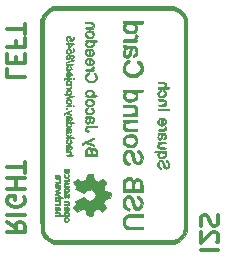
<source format=gbo>
G04 #@! TF.FileFunction,Legend,Bot*
%FSLAX46Y46*%
G04 Gerber Fmt 4.6, Leading zero omitted, Abs format (unit mm)*
G04 Created by KiCad (PCBNEW 4.0.0-rc2-stable) date 11/27/2015 10:33:43 PM*
%MOMM*%
G01*
G04 APERTURE LIST*
%ADD10C,0.100000*%
%ADD11C,0.300000*%
%ADD12C,0.010000*%
%ADD13O,1.950000X1.300000*%
%ADD14O,1.350000X1.650000*%
%ADD15R,2.400000X24.400000*%
%ADD16R,2.432000X2.432000*%
%ADD17O,2.432000X2.432000*%
G04 APERTURE END LIST*
D10*
D11*
X121114429Y-99472571D02*
X122614429Y-99472571D01*
X122471571Y-98829714D02*
X122543000Y-98758285D01*
X122614429Y-98615428D01*
X122614429Y-98258285D01*
X122543000Y-98115428D01*
X122471571Y-98043999D01*
X122328714Y-97972571D01*
X122185857Y-97972571D01*
X121971571Y-98043999D01*
X121114429Y-98901142D01*
X121114429Y-97972571D01*
X121185857Y-97401143D02*
X121114429Y-97186857D01*
X121114429Y-96829714D01*
X121185857Y-96686857D01*
X121257286Y-96615428D01*
X121400143Y-96544000D01*
X121543000Y-96544000D01*
X121685857Y-96615428D01*
X121757286Y-96686857D01*
X121828714Y-96829714D01*
X121900143Y-97115428D01*
X121971571Y-97258286D01*
X122043000Y-97329714D01*
X122185857Y-97401143D01*
X122328714Y-97401143D01*
X122471571Y-97329714D01*
X122543000Y-97258286D01*
X122614429Y-97115428D01*
X122614429Y-96758286D01*
X122543000Y-96544000D01*
X104731429Y-84105571D02*
X104731429Y-84819857D01*
X106231429Y-84819857D01*
X105517143Y-83605571D02*
X105517143Y-83105571D01*
X104731429Y-82891285D02*
X104731429Y-83605571D01*
X106231429Y-83605571D01*
X106231429Y-82891285D01*
X105517143Y-81748428D02*
X105517143Y-82248428D01*
X104731429Y-82248428D02*
X106231429Y-82248428D01*
X106231429Y-81534142D01*
X106231429Y-81177000D02*
X106231429Y-80319857D01*
X104731429Y-80748428D02*
X106231429Y-80748428D01*
X104731429Y-97123000D02*
X105445714Y-97623000D01*
X104731429Y-97980143D02*
X106231429Y-97980143D01*
X106231429Y-97408715D01*
X106160000Y-97265857D01*
X106088571Y-97194429D01*
X105945714Y-97123000D01*
X105731429Y-97123000D01*
X105588571Y-97194429D01*
X105517143Y-97265857D01*
X105445714Y-97408715D01*
X105445714Y-97980143D01*
X104731429Y-96480143D02*
X106231429Y-96480143D01*
X106160000Y-94980143D02*
X106231429Y-95123000D01*
X106231429Y-95337286D01*
X106160000Y-95551571D01*
X106017143Y-95694429D01*
X105874286Y-95765857D01*
X105588571Y-95837286D01*
X105374286Y-95837286D01*
X105088571Y-95765857D01*
X104945714Y-95694429D01*
X104802857Y-95551571D01*
X104731429Y-95337286D01*
X104731429Y-95194429D01*
X104802857Y-94980143D01*
X104874286Y-94908714D01*
X105374286Y-94908714D01*
X105374286Y-95194429D01*
X104731429Y-94265857D02*
X106231429Y-94265857D01*
X105517143Y-94265857D02*
X105517143Y-93408714D01*
X104731429Y-93408714D02*
X106231429Y-93408714D01*
X106231429Y-92908714D02*
X106231429Y-92051571D01*
X104731429Y-92480142D02*
X106231429Y-92480142D01*
D12*
G36*
X119880796Y-79705348D02*
X119701745Y-79418659D01*
X119457525Y-79171166D01*
X119164495Y-78979227D01*
X119144861Y-78969413D01*
X118893167Y-78845833D01*
X108648500Y-78845833D01*
X108396807Y-78969413D01*
X108101260Y-79157322D01*
X107853497Y-79401811D01*
X107669877Y-79686522D01*
X107660872Y-79705348D01*
X107547834Y-79946500D01*
X107539857Y-88815333D01*
X107538996Y-89874690D01*
X107538402Y-90852372D01*
X107538092Y-91751371D01*
X107538079Y-92574679D01*
X107538380Y-93325288D01*
X107539010Y-94006189D01*
X107539984Y-94620375D01*
X107541317Y-95170838D01*
X107543023Y-95660568D01*
X107545120Y-96092558D01*
X107547621Y-96469800D01*
X107550541Y-96795285D01*
X107553897Y-97072005D01*
X107557702Y-97302952D01*
X107561973Y-97491118D01*
X107566725Y-97639494D01*
X107571972Y-97751073D01*
X107577730Y-97828845D01*
X107584014Y-97875804D01*
X107585889Y-97883907D01*
X107702517Y-98167123D01*
X107885336Y-98428706D01*
X108118053Y-98653104D01*
X108384378Y-98824767D01*
X108668019Y-98928144D01*
X108683305Y-98931437D01*
X108757344Y-98939244D01*
X108900609Y-98946095D01*
X109114585Y-98951999D01*
X109400758Y-98956968D01*
X109760614Y-98961009D01*
X110195639Y-98964134D01*
X110707318Y-98966352D01*
X111297136Y-98967673D01*
X111966580Y-98968106D01*
X112717136Y-98967660D01*
X113550289Y-98966347D01*
X113898061Y-98965602D01*
X118893167Y-98954167D01*
X118893167Y-98657833D01*
X108648500Y-98657833D01*
X108479167Y-98566293D01*
X108287171Y-98430928D01*
X108091660Y-98236425D01*
X107995858Y-98118485D01*
X107976542Y-98093417D01*
X107958749Y-98069244D01*
X107942422Y-98042547D01*
X107927501Y-98009908D01*
X107913926Y-97967910D01*
X107901639Y-97913133D01*
X107890580Y-97842161D01*
X107880691Y-97751574D01*
X107871912Y-97637954D01*
X107864184Y-97497884D01*
X107857447Y-97327946D01*
X107851644Y-97124720D01*
X107846714Y-96884790D01*
X107842598Y-96604737D01*
X107839238Y-96281142D01*
X107836573Y-95910588D01*
X107834546Y-95489656D01*
X107833096Y-95014929D01*
X107832165Y-94482988D01*
X107831694Y-93890416D01*
X107831623Y-93233793D01*
X107831893Y-92509702D01*
X107832445Y-91714725D01*
X107833220Y-90845443D01*
X107834159Y-89898439D01*
X107835203Y-88870294D01*
X107835237Y-88836500D01*
X107836290Y-87813501D01*
X107837334Y-86871756D01*
X107838398Y-86007853D01*
X107839515Y-85218381D01*
X107840717Y-84499928D01*
X107842035Y-83849081D01*
X107843500Y-83262428D01*
X107845146Y-82736557D01*
X107847002Y-82268057D01*
X107849101Y-81853515D01*
X107851475Y-81489519D01*
X107854155Y-81172657D01*
X107857173Y-80899516D01*
X107860560Y-80666686D01*
X107864349Y-80470754D01*
X107868571Y-80308307D01*
X107873257Y-80175934D01*
X107878440Y-80070223D01*
X107884150Y-79987762D01*
X107890421Y-79925138D01*
X107897282Y-79878939D01*
X107904767Y-79845754D01*
X107912906Y-79822170D01*
X107919042Y-79809488D01*
X108098834Y-79555396D01*
X108331137Y-79338837D01*
X108453223Y-79256965D01*
X108648500Y-79142167D01*
X113770834Y-79142167D01*
X114538143Y-79142219D01*
X115225332Y-79142420D01*
X115836944Y-79142833D01*
X116377526Y-79143523D01*
X116851623Y-79144555D01*
X117263780Y-79145995D01*
X117618543Y-79147905D01*
X117920457Y-79150352D01*
X118174067Y-79153400D01*
X118383920Y-79157113D01*
X118554559Y-79161557D01*
X118690531Y-79166796D01*
X118796382Y-79172894D01*
X118876655Y-79179918D01*
X118935898Y-79187930D01*
X118978655Y-79196996D01*
X119009471Y-79207181D01*
X119030179Y-79217042D01*
X119284271Y-79396833D01*
X119500831Y-79629137D01*
X119582702Y-79751223D01*
X119697500Y-79946500D01*
X119697500Y-88900000D01*
X119697482Y-89925572D01*
X119697407Y-90869891D01*
X119697245Y-91736369D01*
X119696967Y-92528421D01*
X119696544Y-93249459D01*
X119695946Y-93902896D01*
X119695143Y-94492146D01*
X119694107Y-95020621D01*
X119692807Y-95491736D01*
X119691214Y-95908904D01*
X119689298Y-96275537D01*
X119687030Y-96595048D01*
X119684380Y-96870852D01*
X119681319Y-97106361D01*
X119677818Y-97304989D01*
X119673846Y-97470148D01*
X119669374Y-97605252D01*
X119664374Y-97713714D01*
X119658814Y-97798948D01*
X119652666Y-97864367D01*
X119645899Y-97913383D01*
X119638486Y-97949410D01*
X119630395Y-97975862D01*
X119621598Y-97996151D01*
X119618753Y-98001667D01*
X119483380Y-98199963D01*
X119302092Y-98390352D01*
X119106957Y-98540292D01*
X119062500Y-98566171D01*
X118893167Y-98657833D01*
X118893167Y-98954167D01*
X119144861Y-98830587D01*
X119452696Y-98633738D01*
X119703236Y-98375293D01*
X119870254Y-98105194D01*
X119993834Y-97853500D01*
X119993834Y-79946500D01*
X119880796Y-79705348D01*
X119880796Y-79705348D01*
G37*
X119880796Y-79705348D02*
X119701745Y-79418659D01*
X119457525Y-79171166D01*
X119164495Y-78979227D01*
X119144861Y-78969413D01*
X118893167Y-78845833D01*
X108648500Y-78845833D01*
X108396807Y-78969413D01*
X108101260Y-79157322D01*
X107853497Y-79401811D01*
X107669877Y-79686522D01*
X107660872Y-79705348D01*
X107547834Y-79946500D01*
X107539857Y-88815333D01*
X107538996Y-89874690D01*
X107538402Y-90852372D01*
X107538092Y-91751371D01*
X107538079Y-92574679D01*
X107538380Y-93325288D01*
X107539010Y-94006189D01*
X107539984Y-94620375D01*
X107541317Y-95170838D01*
X107543023Y-95660568D01*
X107545120Y-96092558D01*
X107547621Y-96469800D01*
X107550541Y-96795285D01*
X107553897Y-97072005D01*
X107557702Y-97302952D01*
X107561973Y-97491118D01*
X107566725Y-97639494D01*
X107571972Y-97751073D01*
X107577730Y-97828845D01*
X107584014Y-97875804D01*
X107585889Y-97883907D01*
X107702517Y-98167123D01*
X107885336Y-98428706D01*
X108118053Y-98653104D01*
X108384378Y-98824767D01*
X108668019Y-98928144D01*
X108683305Y-98931437D01*
X108757344Y-98939244D01*
X108900609Y-98946095D01*
X109114585Y-98951999D01*
X109400758Y-98956968D01*
X109760614Y-98961009D01*
X110195639Y-98964134D01*
X110707318Y-98966352D01*
X111297136Y-98967673D01*
X111966580Y-98968106D01*
X112717136Y-98967660D01*
X113550289Y-98966347D01*
X113898061Y-98965602D01*
X118893167Y-98954167D01*
X118893167Y-98657833D01*
X108648500Y-98657833D01*
X108479167Y-98566293D01*
X108287171Y-98430928D01*
X108091660Y-98236425D01*
X107995858Y-98118485D01*
X107976542Y-98093417D01*
X107958749Y-98069244D01*
X107942422Y-98042547D01*
X107927501Y-98009908D01*
X107913926Y-97967910D01*
X107901639Y-97913133D01*
X107890580Y-97842161D01*
X107880691Y-97751574D01*
X107871912Y-97637954D01*
X107864184Y-97497884D01*
X107857447Y-97327946D01*
X107851644Y-97124720D01*
X107846714Y-96884790D01*
X107842598Y-96604737D01*
X107839238Y-96281142D01*
X107836573Y-95910588D01*
X107834546Y-95489656D01*
X107833096Y-95014929D01*
X107832165Y-94482988D01*
X107831694Y-93890416D01*
X107831623Y-93233793D01*
X107831893Y-92509702D01*
X107832445Y-91714725D01*
X107833220Y-90845443D01*
X107834159Y-89898439D01*
X107835203Y-88870294D01*
X107835237Y-88836500D01*
X107836290Y-87813501D01*
X107837334Y-86871756D01*
X107838398Y-86007853D01*
X107839515Y-85218381D01*
X107840717Y-84499928D01*
X107842035Y-83849081D01*
X107843500Y-83262428D01*
X107845146Y-82736557D01*
X107847002Y-82268057D01*
X107849101Y-81853515D01*
X107851475Y-81489519D01*
X107854155Y-81172657D01*
X107857173Y-80899516D01*
X107860560Y-80666686D01*
X107864349Y-80470754D01*
X107868571Y-80308307D01*
X107873257Y-80175934D01*
X107878440Y-80070223D01*
X107884150Y-79987762D01*
X107890421Y-79925138D01*
X107897282Y-79878939D01*
X107904767Y-79845754D01*
X107912906Y-79822170D01*
X107919042Y-79809488D01*
X108098834Y-79555396D01*
X108331137Y-79338837D01*
X108453223Y-79256965D01*
X108648500Y-79142167D01*
X113770834Y-79142167D01*
X114538143Y-79142219D01*
X115225332Y-79142420D01*
X115836944Y-79142833D01*
X116377526Y-79143523D01*
X116851623Y-79144555D01*
X117263780Y-79145995D01*
X117618543Y-79147905D01*
X117920457Y-79150352D01*
X118174067Y-79153400D01*
X118383920Y-79157113D01*
X118554559Y-79161557D01*
X118690531Y-79166796D01*
X118796382Y-79172894D01*
X118876655Y-79179918D01*
X118935898Y-79187930D01*
X118978655Y-79196996D01*
X119009471Y-79207181D01*
X119030179Y-79217042D01*
X119284271Y-79396833D01*
X119500831Y-79629137D01*
X119582702Y-79751223D01*
X119697500Y-79946500D01*
X119697500Y-88900000D01*
X119697482Y-89925572D01*
X119697407Y-90869891D01*
X119697245Y-91736369D01*
X119696967Y-92528421D01*
X119696544Y-93249459D01*
X119695946Y-93902896D01*
X119695143Y-94492146D01*
X119694107Y-95020621D01*
X119692807Y-95491736D01*
X119691214Y-95908904D01*
X119689298Y-96275537D01*
X119687030Y-96595048D01*
X119684380Y-96870852D01*
X119681319Y-97106361D01*
X119677818Y-97304989D01*
X119673846Y-97470148D01*
X119669374Y-97605252D01*
X119664374Y-97713714D01*
X119658814Y-97798948D01*
X119652666Y-97864367D01*
X119645899Y-97913383D01*
X119638486Y-97949410D01*
X119630395Y-97975862D01*
X119621598Y-97996151D01*
X119618753Y-98001667D01*
X119483380Y-98199963D01*
X119302092Y-98390352D01*
X119106957Y-98540292D01*
X119062500Y-98566171D01*
X118893167Y-98657833D01*
X118893167Y-98954167D01*
X119144861Y-98830587D01*
X119452696Y-98633738D01*
X119703236Y-98375293D01*
X119870254Y-98105194D01*
X119993834Y-97853500D01*
X119993834Y-79946500D01*
X119880796Y-79705348D01*
G36*
X109951790Y-96323932D02*
X109883038Y-96250216D01*
X109753337Y-96228813D01*
X109699205Y-96231519D01*
X109592541Y-96247417D01*
X109543530Y-96286848D01*
X109525160Y-96373108D01*
X109524235Y-96382417D01*
X109506554Y-96475717D01*
X109459431Y-96513322D01*
X109365485Y-96520000D01*
X109265918Y-96511244D01*
X109225783Y-96474101D01*
X109220000Y-96422633D01*
X109193946Y-96310617D01*
X109109731Y-96246492D01*
X108958277Y-96223892D01*
X108936367Y-96223667D01*
X108807369Y-96234871D01*
X108759165Y-96261078D01*
X108792006Y-96291179D01*
X108906148Y-96314065D01*
X108934250Y-96316483D01*
X109050377Y-96332188D01*
X109103201Y-96364573D01*
X109114167Y-96414167D01*
X109098647Y-96469938D01*
X109037951Y-96499187D01*
X108934250Y-96511851D01*
X108824317Y-96528175D01*
X108760674Y-96553826D01*
X108754334Y-96564768D01*
X108794587Y-96579901D01*
X108907079Y-96592112D01*
X109079408Y-96600583D01*
X109299173Y-96604496D01*
X109359777Y-96604667D01*
X109740918Y-96604667D01*
X109740918Y-96507801D01*
X109685291Y-96498714D01*
X109618978Y-96447720D01*
X109617052Y-96379595D01*
X109674985Y-96326397D01*
X109710971Y-96316874D01*
X109805346Y-96332673D01*
X109848644Y-96364174D01*
X109867544Y-96432419D01*
X109824197Y-96486422D01*
X109740918Y-96507801D01*
X109740918Y-96604667D01*
X109965221Y-96604667D01*
X109969373Y-96458167D01*
X109951790Y-96323932D01*
X109951790Y-96323932D01*
G37*
X109951790Y-96323932D02*
X109883038Y-96250216D01*
X109753337Y-96228813D01*
X109699205Y-96231519D01*
X109592541Y-96247417D01*
X109543530Y-96286848D01*
X109525160Y-96373108D01*
X109524235Y-96382417D01*
X109506554Y-96475717D01*
X109459431Y-96513322D01*
X109365485Y-96520000D01*
X109265918Y-96511244D01*
X109225783Y-96474101D01*
X109220000Y-96422633D01*
X109193946Y-96310617D01*
X109109731Y-96246492D01*
X108958277Y-96223892D01*
X108936367Y-96223667D01*
X108807369Y-96234871D01*
X108759165Y-96261078D01*
X108792006Y-96291179D01*
X108906148Y-96314065D01*
X108934250Y-96316483D01*
X109050377Y-96332188D01*
X109103201Y-96364573D01*
X109114167Y-96414167D01*
X109098647Y-96469938D01*
X109037951Y-96499187D01*
X108934250Y-96511851D01*
X108824317Y-96528175D01*
X108760674Y-96553826D01*
X108754334Y-96564768D01*
X108794587Y-96579901D01*
X108907079Y-96592112D01*
X109079408Y-96600583D01*
X109299173Y-96604496D01*
X109359777Y-96604667D01*
X109740918Y-96604667D01*
X109740918Y-96507801D01*
X109685291Y-96498714D01*
X109618978Y-96447720D01*
X109617052Y-96379595D01*
X109674985Y-96326397D01*
X109710971Y-96316874D01*
X109805346Y-96332673D01*
X109848644Y-96364174D01*
X109867544Y-96432419D01*
X109824197Y-96486422D01*
X109740918Y-96507801D01*
X109740918Y-96604667D01*
X109965221Y-96604667D01*
X109969373Y-96458167D01*
X109951790Y-96323932D01*
G36*
X109198374Y-95871777D02*
X109161286Y-95833761D01*
X109078804Y-95816131D01*
X108976584Y-95808705D01*
X108754334Y-95795909D01*
X108754334Y-95939232D01*
X108761963Y-96044611D01*
X108780532Y-96108387D01*
X108782556Y-96110778D01*
X108843056Y-96132965D01*
X108902500Y-96138275D01*
X108902500Y-96054333D01*
X108850786Y-96019040D01*
X108839000Y-95969667D01*
X108865470Y-95900715D01*
X108902500Y-95885000D01*
X108954215Y-95920293D01*
X108966000Y-95969667D01*
X108939531Y-96038619D01*
X108902500Y-96054333D01*
X108902500Y-96138275D01*
X108910614Y-96139000D01*
X108988809Y-96117732D01*
X109029680Y-96039302D01*
X109035850Y-96012000D01*
X109069728Y-95911077D01*
X109105791Y-95891673D01*
X109130923Y-95952671D01*
X109135334Y-96020467D01*
X109143505Y-96108193D01*
X109170295Y-96119348D01*
X109180977Y-96110291D01*
X109209947Y-96037854D01*
X109212727Y-95943074D01*
X109198374Y-95871777D01*
X109198374Y-95871777D01*
G37*
X109198374Y-95871777D02*
X109161286Y-95833761D01*
X109078804Y-95816131D01*
X108976584Y-95808705D01*
X108754334Y-95795909D01*
X108754334Y-95939232D01*
X108761963Y-96044611D01*
X108780532Y-96108387D01*
X108782556Y-96110778D01*
X108843056Y-96132965D01*
X108902500Y-96138275D01*
X108902500Y-96054333D01*
X108850786Y-96019040D01*
X108839000Y-95969667D01*
X108865470Y-95900715D01*
X108902500Y-95885000D01*
X108954215Y-95920293D01*
X108966000Y-95969667D01*
X108939531Y-96038619D01*
X108902500Y-96054333D01*
X108902500Y-96138275D01*
X108910614Y-96139000D01*
X108988809Y-96117732D01*
X109029680Y-96039302D01*
X109035850Y-96012000D01*
X109069728Y-95911077D01*
X109105791Y-95891673D01*
X109130923Y-95952671D01*
X109135334Y-96020467D01*
X109143505Y-96108193D01*
X109170295Y-96119348D01*
X109180977Y-96110291D01*
X109209947Y-96037854D01*
X109212727Y-95943074D01*
X109198374Y-95871777D01*
G36*
X109203262Y-95422603D02*
X109176803Y-95378754D01*
X109146001Y-95402126D01*
X109127695Y-95472250D01*
X109104266Y-95534912D01*
X109041422Y-95566965D01*
X108934250Y-95580518D01*
X108807014Y-95599165D01*
X108759079Y-95625504D01*
X108786528Y-95651641D01*
X108885443Y-95669679D01*
X108980308Y-95673333D01*
X109206282Y-95673333D01*
X109211852Y-95525167D01*
X109203262Y-95422603D01*
X109203262Y-95422603D01*
G37*
X109203262Y-95422603D02*
X109176803Y-95378754D01*
X109146001Y-95402126D01*
X109127695Y-95472250D01*
X109104266Y-95534912D01*
X109041422Y-95566965D01*
X108934250Y-95580518D01*
X108807014Y-95599165D01*
X108759079Y-95625504D01*
X108786528Y-95651641D01*
X108885443Y-95669679D01*
X108980308Y-95673333D01*
X109206282Y-95673333D01*
X109211852Y-95525167D01*
X109203262Y-95422603D01*
G36*
X109392125Y-95017252D02*
X109284453Y-95002477D01*
X109125084Y-94996103D01*
X109099860Y-94996000D01*
X108768052Y-94996000D01*
X108762415Y-95145964D01*
X108775805Y-95268050D01*
X108819055Y-95315298D01*
X108918502Y-95346301D01*
X108945201Y-95354646D01*
X109018493Y-95355244D01*
X109018493Y-95250000D01*
X108920050Y-95240866D01*
X108866341Y-95220896D01*
X108846124Y-95162765D01*
X108895221Y-95118188D01*
X108990115Y-95101833D01*
X109093378Y-95124228D01*
X109127275Y-95175917D01*
X109117433Y-95230258D01*
X109047090Y-95249349D01*
X109018493Y-95250000D01*
X109018493Y-95355244D01*
X109030752Y-95355345D01*
X109119322Y-95332707D01*
X109198941Y-95284288D01*
X109213123Y-95208499D01*
X109209492Y-95185728D01*
X109206238Y-95110618D01*
X109251929Y-95083457D01*
X109310538Y-95080667D01*
X109397138Y-95067859D01*
X109431667Y-95038333D01*
X109392125Y-95017252D01*
X109392125Y-95017252D01*
G37*
X109392125Y-95017252D02*
X109284453Y-95002477D01*
X109125084Y-94996103D01*
X109099860Y-94996000D01*
X108768052Y-94996000D01*
X108762415Y-95145964D01*
X108775805Y-95268050D01*
X108819055Y-95315298D01*
X108918502Y-95346301D01*
X108945201Y-95354646D01*
X109018493Y-95355244D01*
X109018493Y-95250000D01*
X108920050Y-95240866D01*
X108866341Y-95220896D01*
X108846124Y-95162765D01*
X108895221Y-95118188D01*
X108990115Y-95101833D01*
X109093378Y-95124228D01*
X109127275Y-95175917D01*
X109117433Y-95230258D01*
X109047090Y-95249349D01*
X109018493Y-95250000D01*
X109018493Y-95355244D01*
X109030752Y-95355345D01*
X109119322Y-95332707D01*
X109198941Y-95284288D01*
X109213123Y-95208499D01*
X109209492Y-95185728D01*
X109206238Y-95110618D01*
X109251929Y-95083457D01*
X109310538Y-95080667D01*
X109397138Y-95067859D01*
X109431667Y-95038333D01*
X109392125Y-95017252D01*
G36*
X109211368Y-94295923D02*
X109161695Y-94294394D01*
X109066324Y-94318479D01*
X108952545Y-94358007D01*
X108847649Y-94402806D01*
X108778927Y-94442703D01*
X108766719Y-94461655D01*
X108812600Y-94501596D01*
X108907354Y-94545713D01*
X108926223Y-94552376D01*
X109071834Y-94601418D01*
X108913084Y-94653825D01*
X108812514Y-94695145D01*
X108757716Y-94733451D01*
X108754334Y-94741881D01*
X108790993Y-94773931D01*
X108885200Y-94818162D01*
X108968743Y-94848744D01*
X109093378Y-94883776D01*
X109183469Y-94897351D01*
X109210934Y-94892178D01*
X109207403Y-94852559D01*
X109149358Y-94811530D01*
X109064798Y-94786659D01*
X109040084Y-94784982D01*
X108973650Y-94769023D01*
X108975833Y-94733649D01*
X109038365Y-94694897D01*
X109095243Y-94678008D01*
X109188212Y-94641438D01*
X109199207Y-94593780D01*
X109129469Y-94539572D01*
X109048112Y-94505334D01*
X108902500Y-94453336D01*
X109040965Y-94422867D01*
X109153769Y-94384785D01*
X109214969Y-94337335D01*
X109211368Y-94295923D01*
X109211368Y-94295923D01*
G37*
X109211368Y-94295923D02*
X109161695Y-94294394D01*
X109066324Y-94318479D01*
X108952545Y-94358007D01*
X108847649Y-94402806D01*
X108778927Y-94442703D01*
X108766719Y-94461655D01*
X108812600Y-94501596D01*
X108907354Y-94545713D01*
X108926223Y-94552376D01*
X109071834Y-94601418D01*
X108913084Y-94653825D01*
X108812514Y-94695145D01*
X108757716Y-94733451D01*
X108754334Y-94741881D01*
X108790993Y-94773931D01*
X108885200Y-94818162D01*
X108968743Y-94848744D01*
X109093378Y-94883776D01*
X109183469Y-94897351D01*
X109210934Y-94892178D01*
X109207403Y-94852559D01*
X109149358Y-94811530D01*
X109064798Y-94786659D01*
X109040084Y-94784982D01*
X108973650Y-94769023D01*
X108975833Y-94733649D01*
X109038365Y-94694897D01*
X109095243Y-94678008D01*
X109188212Y-94641438D01*
X109199207Y-94593780D01*
X109129469Y-94539572D01*
X109048112Y-94505334D01*
X108902500Y-94453336D01*
X109040965Y-94422867D01*
X109153769Y-94384785D01*
X109214969Y-94337335D01*
X109211368Y-94295923D01*
G36*
X109197956Y-93965889D02*
X109159699Y-93927877D01*
X109074895Y-93910540D01*
X108983517Y-93903945D01*
X108768201Y-93891390D01*
X108762586Y-94040745D01*
X108776169Y-94163838D01*
X108834214Y-94231394D01*
X108837379Y-94233132D01*
X108899396Y-94239404D01*
X108899396Y-94149333D01*
X108853096Y-94120506D01*
X108850938Y-94059050D01*
X108889684Y-94002507D01*
X108913084Y-93990564D01*
X108955835Y-94010036D01*
X108966000Y-94061139D01*
X108939108Y-94133913D01*
X108899396Y-94149333D01*
X108899396Y-94239404D01*
X108928681Y-94242366D01*
X109007401Y-94187556D01*
X109048953Y-94088471D01*
X109050667Y-94061643D01*
X109068981Y-93994512D01*
X109093000Y-93980000D01*
X109121990Y-94016970D01*
X109135248Y-94106835D01*
X109135334Y-94115467D01*
X109143505Y-94203193D01*
X109170295Y-94214348D01*
X109180977Y-94205291D01*
X109209947Y-94132854D01*
X109212727Y-94038074D01*
X109197956Y-93965889D01*
X109197956Y-93965889D01*
G37*
X109197956Y-93965889D02*
X109159699Y-93927877D01*
X109074895Y-93910540D01*
X108983517Y-93903945D01*
X108768201Y-93891390D01*
X108762586Y-94040745D01*
X108776169Y-94163838D01*
X108834214Y-94231394D01*
X108837379Y-94233132D01*
X108899396Y-94239404D01*
X108899396Y-94149333D01*
X108853096Y-94120506D01*
X108850938Y-94059050D01*
X108889684Y-94002507D01*
X108913084Y-93990564D01*
X108955835Y-94010036D01*
X108966000Y-94061139D01*
X108939108Y-94133913D01*
X108899396Y-94149333D01*
X108899396Y-94239404D01*
X108928681Y-94242366D01*
X109007401Y-94187556D01*
X109048953Y-94088471D01*
X109050667Y-94061643D01*
X109068981Y-93994512D01*
X109093000Y-93980000D01*
X109121990Y-94016970D01*
X109135248Y-94106835D01*
X109135334Y-94115467D01*
X109143505Y-94203193D01*
X109170295Y-94214348D01*
X109180977Y-94205291D01*
X109209947Y-94132854D01*
X109212727Y-94038074D01*
X109197956Y-93965889D01*
G36*
X109209072Y-93508026D02*
X109189703Y-93478260D01*
X109154485Y-93531280D01*
X109135334Y-93577833D01*
X109093980Y-93648093D01*
X109022483Y-93678284D01*
X108924715Y-93683667D01*
X108818292Y-93693002D01*
X108758841Y-93716338D01*
X108754334Y-93726000D01*
X108792547Y-93749483D01*
X108890855Y-93764855D01*
X108980308Y-93768333D01*
X109206282Y-93768333D01*
X109211852Y-93620167D01*
X109209072Y-93508026D01*
X109209072Y-93508026D01*
G37*
X109209072Y-93508026D02*
X109189703Y-93478260D01*
X109154485Y-93531280D01*
X109135334Y-93577833D01*
X109093980Y-93648093D01*
X109022483Y-93678284D01*
X108924715Y-93683667D01*
X108818292Y-93693002D01*
X108758841Y-93716338D01*
X108754334Y-93726000D01*
X108792547Y-93749483D01*
X108890855Y-93764855D01*
X108980308Y-93768333D01*
X109206282Y-93768333D01*
X109211852Y-93620167D01*
X109209072Y-93508026D01*
G36*
X109198733Y-93189000D02*
X109135864Y-93115224D01*
X109045484Y-93091000D01*
X108987291Y-93112837D01*
X108966694Y-93191591D01*
X108966000Y-93221528D01*
X108946328Y-93310827D01*
X108904254Y-93335169D01*
X108865199Y-93291392D01*
X108854084Y-93235454D01*
X108843876Y-93130548D01*
X108830012Y-93096809D01*
X108804953Y-93120825D01*
X108796667Y-93133333D01*
X108757063Y-93254049D01*
X108800491Y-93360797D01*
X108863448Y-93414543D01*
X108975669Y-93462265D01*
X109085698Y-93446417D01*
X109093000Y-93441178D01*
X109093000Y-93345000D01*
X109058938Y-93309437D01*
X109050667Y-93257835D01*
X109066964Y-93199300D01*
X109093000Y-93196833D01*
X109131953Y-93258085D01*
X109135334Y-93283999D01*
X109111664Y-93338712D01*
X109093000Y-93345000D01*
X109093000Y-93441178D01*
X109176655Y-93381156D01*
X109213332Y-93286497D01*
X109198733Y-93189000D01*
X109198733Y-93189000D01*
G37*
X109198733Y-93189000D02*
X109135864Y-93115224D01*
X109045484Y-93091000D01*
X108987291Y-93112837D01*
X108966694Y-93191591D01*
X108966000Y-93221528D01*
X108946328Y-93310827D01*
X108904254Y-93335169D01*
X108865199Y-93291392D01*
X108854084Y-93235454D01*
X108843876Y-93130548D01*
X108830012Y-93096809D01*
X108804953Y-93120825D01*
X108796667Y-93133333D01*
X108757063Y-93254049D01*
X108800491Y-93360797D01*
X108863448Y-93414543D01*
X108975669Y-93462265D01*
X109085698Y-93446417D01*
X109093000Y-93441178D01*
X109093000Y-93345000D01*
X109058938Y-93309437D01*
X109050667Y-93257835D01*
X109066964Y-93199300D01*
X109093000Y-93196833D01*
X109131953Y-93258085D01*
X109135334Y-93283999D01*
X109111664Y-93338712D01*
X109093000Y-93345000D01*
X109093000Y-93441178D01*
X109176655Y-93381156D01*
X109213332Y-93286497D01*
X109198733Y-93189000D01*
G36*
X109965684Y-96809369D02*
X109899620Y-96735047D01*
X109791752Y-96692486D01*
X109656313Y-96694057D01*
X109583296Y-96715029D01*
X109533608Y-96773224D01*
X109517538Y-96871931D01*
X109537106Y-96973114D01*
X109567134Y-97019533D01*
X109661937Y-97063252D01*
X109672652Y-97063240D01*
X109672652Y-96979919D01*
X109627759Y-96955981D01*
X109604779Y-96886348D01*
X109644054Y-96817487D01*
X109723645Y-96780880D01*
X109818985Y-96793310D01*
X109868829Y-96847573D01*
X109854876Y-96921420D01*
X109847395Y-96931330D01*
X109767565Y-96978005D01*
X109672652Y-96979919D01*
X109672652Y-97063240D01*
X109785384Y-97063108D01*
X109894898Y-97021024D01*
X109915477Y-97003810D01*
X109975713Y-96903081D01*
X109965684Y-96809369D01*
X109965684Y-96809369D01*
G37*
X109965684Y-96809369D02*
X109899620Y-96735047D01*
X109791752Y-96692486D01*
X109656313Y-96694057D01*
X109583296Y-96715029D01*
X109533608Y-96773224D01*
X109517538Y-96871931D01*
X109537106Y-96973114D01*
X109567134Y-97019533D01*
X109661937Y-97063252D01*
X109672652Y-97063240D01*
X109672652Y-96979919D01*
X109627759Y-96955981D01*
X109604779Y-96886348D01*
X109644054Y-96817487D01*
X109723645Y-96780880D01*
X109818985Y-96793310D01*
X109868829Y-96847573D01*
X109854876Y-96921420D01*
X109847395Y-96931330D01*
X109767565Y-96978005D01*
X109672652Y-96979919D01*
X109672652Y-97063240D01*
X109785384Y-97063108D01*
X109894898Y-97021024D01*
X109915477Y-97003810D01*
X109975713Y-96903081D01*
X109965684Y-96809369D01*
G36*
X109950993Y-95888797D02*
X109878029Y-95818827D01*
X109774178Y-95774328D01*
X109710552Y-95804193D01*
X109686041Y-95909064D01*
X109685667Y-95929832D01*
X109673179Y-96017917D01*
X109643334Y-96054333D01*
X109613610Y-96017547D01*
X109601004Y-95928914D01*
X109601000Y-95927333D01*
X109588738Y-95838163D01*
X109559194Y-95800343D01*
X109558667Y-95800333D01*
X109532180Y-95836428D01*
X109518283Y-95921189D01*
X109518579Y-96019332D01*
X109534671Y-96095572D01*
X109544556Y-96110778D01*
X109613335Y-96134424D01*
X109725158Y-96138126D01*
X109823250Y-96126323D01*
X109823250Y-96043750D01*
X109780763Y-96024102D01*
X109770334Y-95969667D01*
X109789840Y-95902523D01*
X109823250Y-95895583D01*
X109872410Y-95947579D01*
X109876167Y-95969667D01*
X109842784Y-96033231D01*
X109823250Y-96043750D01*
X109823250Y-96126323D01*
X109841368Y-96124142D01*
X109923304Y-96094729D01*
X109931200Y-96088200D01*
X109979431Y-95990958D01*
X109950993Y-95888797D01*
X109950993Y-95888797D01*
G37*
X109950993Y-95888797D02*
X109878029Y-95818827D01*
X109774178Y-95774328D01*
X109710552Y-95804193D01*
X109686041Y-95909064D01*
X109685667Y-95929832D01*
X109673179Y-96017917D01*
X109643334Y-96054333D01*
X109613610Y-96017547D01*
X109601004Y-95928914D01*
X109601000Y-95927333D01*
X109588738Y-95838163D01*
X109559194Y-95800343D01*
X109558667Y-95800333D01*
X109532180Y-95836428D01*
X109518283Y-95921189D01*
X109518579Y-96019332D01*
X109534671Y-96095572D01*
X109544556Y-96110778D01*
X109613335Y-96134424D01*
X109725158Y-96138126D01*
X109823250Y-96126323D01*
X109823250Y-96043750D01*
X109780763Y-96024102D01*
X109770334Y-95969667D01*
X109789840Y-95902523D01*
X109823250Y-95895583D01*
X109872410Y-95947579D01*
X109876167Y-95969667D01*
X109842784Y-96033231D01*
X109823250Y-96043750D01*
X109823250Y-96126323D01*
X109841368Y-96124142D01*
X109923304Y-96094729D01*
X109931200Y-96088200D01*
X109979431Y-95990958D01*
X109950993Y-95888797D01*
G36*
X109957711Y-95450781D02*
X109929821Y-95387583D01*
X109869367Y-95357093D01*
X109767641Y-95339604D01*
X109654850Y-95335891D01*
X109561201Y-95346727D01*
X109516900Y-95372884D01*
X109516334Y-95377000D01*
X109553823Y-95403805D01*
X109647185Y-95418424D01*
X109681138Y-95419333D01*
X109806071Y-95434591D01*
X109867816Y-95476527D01*
X109868721Y-95478695D01*
X109875951Y-95542632D01*
X109826980Y-95576798D01*
X109709325Y-95588413D01*
X109678612Y-95588667D01*
X109575211Y-95598436D01*
X109519469Y-95622723D01*
X109516334Y-95631000D01*
X109554562Y-95654414D01*
X109652969Y-95669788D01*
X109743875Y-95673333D01*
X109875158Y-95670754D01*
X109942887Y-95655840D01*
X109968165Y-95617825D01*
X109972046Y-95556917D01*
X109957711Y-95450781D01*
X109957711Y-95450781D01*
G37*
X109957711Y-95450781D02*
X109929821Y-95387583D01*
X109869367Y-95357093D01*
X109767641Y-95339604D01*
X109654850Y-95335891D01*
X109561201Y-95346727D01*
X109516900Y-95372884D01*
X109516334Y-95377000D01*
X109553823Y-95403805D01*
X109647185Y-95418424D01*
X109681138Y-95419333D01*
X109806071Y-95434591D01*
X109867816Y-95476527D01*
X109868721Y-95478695D01*
X109875951Y-95542632D01*
X109826980Y-95576798D01*
X109709325Y-95588413D01*
X109678612Y-95588667D01*
X109575211Y-95598436D01*
X109519469Y-95622723D01*
X109516334Y-95631000D01*
X109554562Y-95654414D01*
X109652969Y-95669788D01*
X109743875Y-95673333D01*
X109875158Y-95670754D01*
X109942887Y-95655840D01*
X109968165Y-95617825D01*
X109972046Y-95556917D01*
X109957711Y-95450781D01*
G36*
X109965516Y-94809083D02*
X109928141Y-94721874D01*
X109889466Y-94704920D01*
X109867831Y-94759329D01*
X109868197Y-94803201D01*
X109857025Y-94889530D01*
X109821454Y-94905441D01*
X109786350Y-94849376D01*
X109778300Y-94808839D01*
X109734889Y-94718500D01*
X109652524Y-94667499D01*
X109564022Y-94675379D01*
X109559046Y-94678266D01*
X109530795Y-94735153D01*
X109517520Y-94835738D01*
X109520964Y-94940094D01*
X109542870Y-95008292D01*
X109544556Y-95010111D01*
X109599224Y-95038999D01*
X109623215Y-94995254D01*
X109615817Y-94911333D01*
X109609800Y-94817335D01*
X109635098Y-94784333D01*
X109675928Y-94820196D01*
X109693306Y-94875260D01*
X109736702Y-94970643D01*
X109780123Y-95012126D01*
X109865838Y-95028005D01*
X109935750Y-94979754D01*
X109971151Y-94887863D01*
X109965516Y-94809083D01*
X109965516Y-94809083D01*
G37*
X109965516Y-94809083D02*
X109928141Y-94721874D01*
X109889466Y-94704920D01*
X109867831Y-94759329D01*
X109868197Y-94803201D01*
X109857025Y-94889530D01*
X109821454Y-94905441D01*
X109786350Y-94849376D01*
X109778300Y-94808839D01*
X109734889Y-94718500D01*
X109652524Y-94667499D01*
X109564022Y-94675379D01*
X109559046Y-94678266D01*
X109530795Y-94735153D01*
X109517520Y-94835738D01*
X109520964Y-94940094D01*
X109542870Y-95008292D01*
X109544556Y-95010111D01*
X109599224Y-95038999D01*
X109623215Y-94995254D01*
X109615817Y-94911333D01*
X109609800Y-94817335D01*
X109635098Y-94784333D01*
X109675928Y-94820196D01*
X109693306Y-94875260D01*
X109736702Y-94970643D01*
X109780123Y-95012126D01*
X109865838Y-95028005D01*
X109935750Y-94979754D01*
X109971151Y-94887863D01*
X109965516Y-94809083D01*
G36*
X109946046Y-94318926D02*
X109846006Y-94253935D01*
X109705145Y-94241498D01*
X109595740Y-94257247D01*
X109544769Y-94294138D01*
X109526002Y-94372686D01*
X109525009Y-94382375D01*
X109532360Y-94490716D01*
X109565225Y-94562292D01*
X109660837Y-94609418D01*
X109703813Y-94608556D01*
X109703813Y-94513822D01*
X109685291Y-94509047D01*
X109617320Y-94459849D01*
X109616374Y-94395565D01*
X109675526Y-94342338D01*
X109733538Y-94326960D01*
X109831609Y-94339076D01*
X109868243Y-94376782D01*
X109862029Y-94453328D01*
X109798237Y-94505502D01*
X109703813Y-94513822D01*
X109703813Y-94608556D01*
X109778613Y-94607054D01*
X109889750Y-94564371D01*
X109965446Y-94490543D01*
X109982000Y-94429568D01*
X109946046Y-94318926D01*
X109946046Y-94318926D01*
G37*
X109946046Y-94318926D02*
X109846006Y-94253935D01*
X109705145Y-94241498D01*
X109595740Y-94257247D01*
X109544769Y-94294138D01*
X109526002Y-94372686D01*
X109525009Y-94382375D01*
X109532360Y-94490716D01*
X109565225Y-94562292D01*
X109660837Y-94609418D01*
X109703813Y-94608556D01*
X109703813Y-94513822D01*
X109685291Y-94509047D01*
X109617320Y-94459849D01*
X109616374Y-94395565D01*
X109675526Y-94342338D01*
X109733538Y-94326960D01*
X109831609Y-94339076D01*
X109868243Y-94376782D01*
X109862029Y-94453328D01*
X109798237Y-94505502D01*
X109703813Y-94513822D01*
X109703813Y-94608556D01*
X109778613Y-94607054D01*
X109889750Y-94564371D01*
X109965446Y-94490543D01*
X109982000Y-94429568D01*
X109946046Y-94318926D01*
G36*
X109943725Y-93787484D02*
X109844988Y-93772107D01*
X109749167Y-93768333D01*
X109516334Y-93768333D01*
X109516334Y-93933138D01*
X109533656Y-94065793D01*
X109583296Y-94123638D01*
X109676008Y-94143457D01*
X109791407Y-94148992D01*
X109899432Y-94141498D01*
X109970023Y-94122229D01*
X109982000Y-94107000D01*
X109944977Y-94078008D01*
X109854800Y-94064188D01*
X109844417Y-94064019D01*
X109699673Y-94045752D01*
X109620428Y-93996039D01*
X109614670Y-93920773D01*
X109672851Y-93870400D01*
X109801070Y-93853056D01*
X109811339Y-93853000D01*
X109917865Y-93843679D01*
X109977442Y-93820375D01*
X109982000Y-93810667D01*
X109943725Y-93787484D01*
X109943725Y-93787484D01*
G37*
X109943725Y-93787484D02*
X109844988Y-93772107D01*
X109749167Y-93768333D01*
X109516334Y-93768333D01*
X109516334Y-93933138D01*
X109533656Y-94065793D01*
X109583296Y-94123638D01*
X109676008Y-94143457D01*
X109791407Y-94148992D01*
X109899432Y-94141498D01*
X109970023Y-94122229D01*
X109982000Y-94107000D01*
X109944977Y-94078008D01*
X109854800Y-94064188D01*
X109844417Y-94064019D01*
X109699673Y-94045752D01*
X109620428Y-93996039D01*
X109614670Y-93920773D01*
X109672851Y-93870400D01*
X109801070Y-93853056D01*
X109811339Y-93853000D01*
X109917865Y-93843679D01*
X109977442Y-93820375D01*
X109982000Y-93810667D01*
X109943725Y-93787484D01*
G36*
X109948773Y-93432168D02*
X109921574Y-93388826D01*
X109918500Y-93388452D01*
X109882537Y-93423205D01*
X109876167Y-93461890D01*
X109854556Y-93512247D01*
X109777726Y-93539524D01*
X109696250Y-93548518D01*
X109570275Y-93569270D01*
X109518656Y-93609966D01*
X109516334Y-93624813D01*
X109534958Y-93662181D01*
X109602383Y-93677698D01*
X109735933Y-93675335D01*
X109736601Y-93675296D01*
X109865101Y-93665210D01*
X109930615Y-93644684D01*
X109954725Y-93599178D01*
X109958851Y-93525562D01*
X109948773Y-93432168D01*
X109948773Y-93432168D01*
G37*
X109948773Y-93432168D02*
X109921574Y-93388826D01*
X109918500Y-93388452D01*
X109882537Y-93423205D01*
X109876167Y-93461890D01*
X109854556Y-93512247D01*
X109777726Y-93539524D01*
X109696250Y-93548518D01*
X109570275Y-93569270D01*
X109518656Y-93609966D01*
X109516334Y-93624813D01*
X109534958Y-93662181D01*
X109602383Y-93677698D01*
X109735933Y-93675335D01*
X109736601Y-93675296D01*
X109865101Y-93665210D01*
X109930615Y-93644684D01*
X109954725Y-93599178D01*
X109958851Y-93525562D01*
X109948773Y-93432168D01*
G36*
X109971874Y-93118828D02*
X109956305Y-93073296D01*
X109910942Y-93011667D01*
X109870818Y-93023696D01*
X109862923Y-93096502D01*
X109841658Y-93191390D01*
X109766670Y-93249075D01*
X109670255Y-93247233D01*
X109616594Y-93188017D01*
X109601000Y-93113495D01*
X109586673Y-93033305D01*
X109558667Y-93006333D01*
X109526692Y-93041240D01*
X109517461Y-93123050D01*
X109529962Y-93217404D01*
X109563185Y-93289939D01*
X109567134Y-93294200D01*
X109661937Y-93337918D01*
X109785384Y-93337775D01*
X109894898Y-93295691D01*
X109915477Y-93278476D01*
X109973483Y-93200941D01*
X109971874Y-93118828D01*
X109971874Y-93118828D01*
G37*
X109971874Y-93118828D02*
X109956305Y-93073296D01*
X109910942Y-93011667D01*
X109870818Y-93023696D01*
X109862923Y-93096502D01*
X109841658Y-93191390D01*
X109766670Y-93249075D01*
X109670255Y-93247233D01*
X109616594Y-93188017D01*
X109601000Y-93113495D01*
X109586673Y-93033305D01*
X109558667Y-93006333D01*
X109526692Y-93041240D01*
X109517461Y-93123050D01*
X109529962Y-93217404D01*
X109563185Y-93289939D01*
X109567134Y-93294200D01*
X109661937Y-93337918D01*
X109785384Y-93337775D01*
X109894898Y-93295691D01*
X109915477Y-93278476D01*
X109973483Y-93200941D01*
X109971874Y-93118828D01*
G36*
X109941564Y-92645198D02*
X109851138Y-92590718D01*
X109786317Y-92583000D01*
X109714112Y-92597794D01*
X109687815Y-92658877D01*
X109685667Y-92710000D01*
X109673405Y-92799171D01*
X109643861Y-92836990D01*
X109643334Y-92837000D01*
X109613833Y-92800158D01*
X109601017Y-92711148D01*
X109601000Y-92707502D01*
X109589535Y-92622873D01*
X109560120Y-92603332D01*
X109558667Y-92604167D01*
X109528255Y-92661351D01*
X109516334Y-92755739D01*
X109540182Y-92864266D01*
X109625056Y-92930684D01*
X109626108Y-92931165D01*
X109728179Y-92959000D01*
X109823250Y-92930758D01*
X109823250Y-92826417D01*
X109780763Y-92806769D01*
X109770334Y-92752333D01*
X109789840Y-92685190D01*
X109823250Y-92678250D01*
X109872410Y-92730245D01*
X109876167Y-92752333D01*
X109842784Y-92815898D01*
X109823250Y-92826417D01*
X109823250Y-92930758D01*
X109826724Y-92929726D01*
X109848059Y-92918219D01*
X109944175Y-92831480D01*
X109973960Y-92732962D01*
X109941564Y-92645198D01*
X109941564Y-92645198D01*
G37*
X109941564Y-92645198D02*
X109851138Y-92590718D01*
X109786317Y-92583000D01*
X109714112Y-92597794D01*
X109687815Y-92658877D01*
X109685667Y-92710000D01*
X109673405Y-92799171D01*
X109643861Y-92836990D01*
X109643334Y-92837000D01*
X109613833Y-92800158D01*
X109601017Y-92711148D01*
X109601000Y-92707502D01*
X109589535Y-92622873D01*
X109560120Y-92603332D01*
X109558667Y-92604167D01*
X109528255Y-92661351D01*
X109516334Y-92755739D01*
X109540182Y-92864266D01*
X109625056Y-92930684D01*
X109626108Y-92931165D01*
X109728179Y-92959000D01*
X109823250Y-92930758D01*
X109823250Y-92826417D01*
X109780763Y-92806769D01*
X109770334Y-92752333D01*
X109789840Y-92685190D01*
X109823250Y-92678250D01*
X109872410Y-92730245D01*
X109876167Y-92752333D01*
X109842784Y-92815898D01*
X109823250Y-92826417D01*
X109823250Y-92930758D01*
X109826724Y-92929726D01*
X109848059Y-92918219D01*
X109944175Y-92831480D01*
X109973960Y-92732962D01*
X109941564Y-92645198D01*
G36*
X110145178Y-87643110D02*
X110116683Y-87637517D01*
X110050801Y-87655636D01*
X109932490Y-87701077D01*
X109813192Y-87749929D01*
X109654126Y-87825562D01*
X109553443Y-87894793D01*
X109524338Y-87937200D01*
X109533115Y-87999000D01*
X109555563Y-88011000D01*
X109595856Y-87976762D01*
X109601000Y-87947500D01*
X109620289Y-87898751D01*
X109685106Y-87889173D01*
X109805873Y-87919401D01*
X109938100Y-87968049D01*
X110054911Y-88007057D01*
X110132363Y-88019440D01*
X110151334Y-88009335D01*
X110115983Y-87965797D01*
X110034917Y-87924030D01*
X109926895Y-87884008D01*
X109855000Y-87856649D01*
X109845247Y-87829741D01*
X109916646Y-87790123D01*
X109971417Y-87769710D01*
X110079439Y-87724601D01*
X110143625Y-87682683D01*
X110151334Y-87668806D01*
X110145178Y-87643110D01*
X110145178Y-87643110D01*
G37*
X110145178Y-87643110D02*
X110116683Y-87637517D01*
X110050801Y-87655636D01*
X109932490Y-87701077D01*
X109813192Y-87749929D01*
X109654126Y-87825562D01*
X109553443Y-87894793D01*
X109524338Y-87937200D01*
X109533115Y-87999000D01*
X109555563Y-88011000D01*
X109595856Y-87976762D01*
X109601000Y-87947500D01*
X109620289Y-87898751D01*
X109685106Y-87889173D01*
X109805873Y-87919401D01*
X109938100Y-87968049D01*
X110054911Y-88007057D01*
X110132363Y-88019440D01*
X110151334Y-88009335D01*
X110115983Y-87965797D01*
X110034917Y-87924030D01*
X109926895Y-87884008D01*
X109855000Y-87856649D01*
X109845247Y-87829741D01*
X109916646Y-87790123D01*
X109971417Y-87769710D01*
X110079439Y-87724601D01*
X110143625Y-87682683D01*
X110151334Y-87668806D01*
X110145178Y-87643110D01*
G36*
X110146178Y-86011701D02*
X110067328Y-85934951D01*
X109958581Y-85908754D01*
X109844366Y-85926630D01*
X109749114Y-85982100D01*
X109697255Y-86068683D01*
X109696743Y-86130908D01*
X109697450Y-86207640D01*
X109643897Y-86232106D01*
X109616297Y-86233000D01*
X109539593Y-86248263D01*
X109516334Y-86275333D01*
X109555676Y-86296752D01*
X109661943Y-86311652D01*
X109817492Y-86317643D01*
X109828899Y-86317667D01*
X109954990Y-86316565D01*
X109954990Y-86232426D01*
X109836697Y-86218708D01*
X109830755Y-86216510D01*
X109777988Y-86160678D01*
X109778276Y-86080349D01*
X109827377Y-86013361D01*
X109855000Y-86000167D01*
X109976375Y-85987596D01*
X110066169Y-86024980D01*
X110102092Y-86101437D01*
X110100885Y-86120220D01*
X110052918Y-86196080D01*
X109954990Y-86232426D01*
X109954990Y-86316565D01*
X109989178Y-86316266D01*
X110084086Y-86307608D01*
X110132915Y-86285010D01*
X110154957Y-86241786D01*
X110163632Y-86201701D01*
X110166609Y-86088116D01*
X110146178Y-86011701D01*
X110146178Y-86011701D01*
G37*
X110146178Y-86011701D02*
X110067328Y-85934951D01*
X109958581Y-85908754D01*
X109844366Y-85926630D01*
X109749114Y-85982100D01*
X109697255Y-86068683D01*
X109696743Y-86130908D01*
X109697450Y-86207640D01*
X109643897Y-86232106D01*
X109616297Y-86233000D01*
X109539593Y-86248263D01*
X109516334Y-86275333D01*
X109555676Y-86296752D01*
X109661943Y-86311652D01*
X109817492Y-86317643D01*
X109828899Y-86317667D01*
X109954990Y-86316565D01*
X109954990Y-86232426D01*
X109836697Y-86218708D01*
X109830755Y-86216510D01*
X109777988Y-86160678D01*
X109778276Y-86080349D01*
X109827377Y-86013361D01*
X109855000Y-86000167D01*
X109976375Y-85987596D01*
X110066169Y-86024980D01*
X110102092Y-86101437D01*
X110100885Y-86120220D01*
X110052918Y-86196080D01*
X109954990Y-86232426D01*
X109954990Y-86316565D01*
X109989178Y-86316266D01*
X110084086Y-86307608D01*
X110132915Y-86285010D01*
X110154957Y-86241786D01*
X110163632Y-86201701D01*
X110166609Y-86088116D01*
X110146178Y-86011701D01*
G36*
X110111938Y-84941669D02*
X110005295Y-84926802D01*
X109848723Y-84920706D01*
X109833834Y-84920667D01*
X109672235Y-84922240D01*
X109577724Y-84930510D01*
X109532731Y-84950804D01*
X109519689Y-84988448D01*
X109519676Y-85015917D01*
X109529443Y-85069335D01*
X109544370Y-85058250D01*
X109602446Y-85025070D01*
X109743029Y-85007908D01*
X109858528Y-85005333D01*
X110009188Y-84999679D01*
X110113137Y-84984551D01*
X110151334Y-84963000D01*
X110111938Y-84941669D01*
X110111938Y-84941669D01*
G37*
X110111938Y-84941669D02*
X110005295Y-84926802D01*
X109848723Y-84920706D01*
X109833834Y-84920667D01*
X109672235Y-84922240D01*
X109577724Y-84930510D01*
X109532731Y-84950804D01*
X109519689Y-84988448D01*
X109519676Y-85015917D01*
X109529443Y-85069335D01*
X109544370Y-85058250D01*
X109602446Y-85025070D01*
X109743029Y-85007908D01*
X109858528Y-85005333D01*
X110009188Y-84999679D01*
X110113137Y-84984551D01*
X110151334Y-84963000D01*
X110111938Y-84941669D01*
G36*
X110341834Y-91440000D02*
X110282434Y-91405085D01*
X110228973Y-91397667D01*
X110166207Y-91379128D01*
X110167819Y-91331100D01*
X110176240Y-91221913D01*
X110110374Y-91145131D01*
X109976004Y-91105638D01*
X109895844Y-91101333D01*
X109754815Y-91111269D01*
X109693486Y-91134993D01*
X109712751Y-91163382D01*
X109813502Y-91187311D01*
X109886750Y-91194264D01*
X110010711Y-91207931D01*
X110070790Y-91234745D01*
X110087716Y-91284762D01*
X110087834Y-91291833D01*
X110071012Y-91349240D01*
X110006355Y-91378873D01*
X109918500Y-91389912D01*
X109775040Y-91408084D01*
X109711292Y-91430526D01*
X109722726Y-91453044D01*
X109804811Y-91471446D01*
X109953017Y-91481539D01*
X110018366Y-91482333D01*
X110200244Y-91477629D01*
X110310467Y-91464045D01*
X110342964Y-91442376D01*
X110341834Y-91440000D01*
X110341834Y-91440000D01*
G37*
X110341834Y-91440000D02*
X110282434Y-91405085D01*
X110228973Y-91397667D01*
X110166207Y-91379128D01*
X110167819Y-91331100D01*
X110176240Y-91221913D01*
X110110374Y-91145131D01*
X109976004Y-91105638D01*
X109895844Y-91101333D01*
X109754815Y-91111269D01*
X109693486Y-91134993D01*
X109712751Y-91163382D01*
X109813502Y-91187311D01*
X109886750Y-91194264D01*
X110010711Y-91207931D01*
X110070790Y-91234745D01*
X110087716Y-91284762D01*
X110087834Y-91291833D01*
X110071012Y-91349240D01*
X110006355Y-91378873D01*
X109918500Y-91389912D01*
X109775040Y-91408084D01*
X109711292Y-91430526D01*
X109722726Y-91453044D01*
X109804811Y-91471446D01*
X109953017Y-91481539D01*
X110018366Y-91482333D01*
X110200244Y-91477629D01*
X110310467Y-91464045D01*
X110342964Y-91442376D01*
X110341834Y-91440000D01*
G36*
X110136674Y-90654290D02*
X110018572Y-90603114D01*
X109906428Y-90593553D01*
X109706834Y-90593772D01*
X109697527Y-90758762D01*
X109707977Y-90896682D01*
X109749905Y-90974946D01*
X109820203Y-91002721D01*
X109820203Y-90922870D01*
X109768735Y-90887078D01*
X109768555Y-90886788D01*
X109758442Y-90806469D01*
X109795873Y-90723702D01*
X109860849Y-90678937D01*
X109871786Y-90678000D01*
X109910729Y-90712470D01*
X109907575Y-90784459D01*
X109871095Y-90885269D01*
X109820203Y-90922870D01*
X109820203Y-91002721D01*
X109836784Y-91009273D01*
X109909402Y-90965331D01*
X109958785Y-90849353D01*
X109963555Y-90826550D01*
X109993648Y-90730971D01*
X110031800Y-90689461D01*
X110039974Y-90690057D01*
X110081192Y-90733846D01*
X110101522Y-90806889D01*
X110095264Y-90870807D01*
X110069611Y-90889667D01*
X110026152Y-90920146D01*
X110024334Y-90932000D01*
X110045533Y-90974168D01*
X110093898Y-90958064D01*
X110146581Y-90893734D01*
X110156597Y-90873855D01*
X110183938Y-90745944D01*
X110136674Y-90654290D01*
X110136674Y-90654290D01*
G37*
X110136674Y-90654290D02*
X110018572Y-90603114D01*
X109906428Y-90593553D01*
X109706834Y-90593772D01*
X109697527Y-90758762D01*
X109707977Y-90896682D01*
X109749905Y-90974946D01*
X109820203Y-91002721D01*
X109820203Y-90922870D01*
X109768735Y-90887078D01*
X109768555Y-90886788D01*
X109758442Y-90806469D01*
X109795873Y-90723702D01*
X109860849Y-90678937D01*
X109871786Y-90678000D01*
X109910729Y-90712470D01*
X109907575Y-90784459D01*
X109871095Y-90885269D01*
X109820203Y-90922870D01*
X109820203Y-91002721D01*
X109836784Y-91009273D01*
X109909402Y-90965331D01*
X109958785Y-90849353D01*
X109963555Y-90826550D01*
X109993648Y-90730971D01*
X110031800Y-90689461D01*
X110039974Y-90690057D01*
X110081192Y-90733846D01*
X110101522Y-90806889D01*
X110095264Y-90870807D01*
X110069611Y-90889667D01*
X110026152Y-90920146D01*
X110024334Y-90932000D01*
X110045533Y-90974168D01*
X110093898Y-90958064D01*
X110146581Y-90893734D01*
X110156597Y-90873855D01*
X110183938Y-90745944D01*
X110136674Y-90654290D01*
G36*
X110175462Y-90216662D02*
X110125127Y-90149841D01*
X110058220Y-90100535D01*
X110035456Y-90118491D01*
X110065399Y-90194144D01*
X110073490Y-90207527D01*
X110105931Y-90285258D01*
X110075022Y-90348358D01*
X110058839Y-90365304D01*
X109964856Y-90414962D01*
X109865807Y-90407005D01*
X109791642Y-90350437D01*
X109770334Y-90278555D01*
X109789839Y-90193030D01*
X109823250Y-90158157D01*
X109853499Y-90122460D01*
X109845440Y-90106263D01*
X109793664Y-90097780D01*
X109735828Y-90145405D01*
X109693960Y-90225378D01*
X109685667Y-90278617D01*
X109718543Y-90376107D01*
X109779753Y-90442766D01*
X109914317Y-90502866D01*
X110035343Y-90480778D01*
X110109000Y-90424000D01*
X110183217Y-90316195D01*
X110175462Y-90216662D01*
X110175462Y-90216662D01*
G37*
X110175462Y-90216662D02*
X110125127Y-90149841D01*
X110058220Y-90100535D01*
X110035456Y-90118491D01*
X110065399Y-90194144D01*
X110073490Y-90207527D01*
X110105931Y-90285258D01*
X110075022Y-90348358D01*
X110058839Y-90365304D01*
X109964856Y-90414962D01*
X109865807Y-90407005D01*
X109791642Y-90350437D01*
X109770334Y-90278555D01*
X109789839Y-90193030D01*
X109823250Y-90158157D01*
X109853499Y-90122460D01*
X109845440Y-90106263D01*
X109793664Y-90097780D01*
X109735828Y-90145405D01*
X109693960Y-90225378D01*
X109685667Y-90278617D01*
X109718543Y-90376107D01*
X109779753Y-90442766D01*
X109914317Y-90502866D01*
X110035343Y-90480778D01*
X110109000Y-90424000D01*
X110183217Y-90316195D01*
X110175462Y-90216662D01*
G36*
X110325352Y-89932236D02*
X110230902Y-89917337D01*
X110187106Y-89916000D01*
X110078988Y-89913366D01*
X110041577Y-89898664D01*
X110060931Y-89861698D01*
X110081273Y-89838583D01*
X110138453Y-89757297D01*
X110152552Y-89700678D01*
X110125512Y-89686483D01*
X110068708Y-89723653D01*
X110011329Y-89767884D01*
X109958779Y-89771505D01*
X109879234Y-89732047D01*
X109835875Y-89705595D01*
X109732279Y-89656117D01*
X109687585Y-89660566D01*
X109710027Y-89706671D01*
X109791500Y-89771726D01*
X109867006Y-89832477D01*
X109897334Y-89878536D01*
X109861078Y-89906707D01*
X109791500Y-89916000D01*
X109711943Y-89930491D01*
X109685667Y-89958333D01*
X109725275Y-89979298D01*
X109833410Y-89994030D01*
X109994037Y-90000526D01*
X110024334Y-90000667D01*
X110192050Y-89995716D01*
X110309907Y-89982199D01*
X110361872Y-89962121D01*
X110363000Y-89958333D01*
X110325352Y-89932236D01*
X110325352Y-89932236D01*
G37*
X110325352Y-89932236D02*
X110230902Y-89917337D01*
X110187106Y-89916000D01*
X110078988Y-89913366D01*
X110041577Y-89898664D01*
X110060931Y-89861698D01*
X110081273Y-89838583D01*
X110138453Y-89757297D01*
X110152552Y-89700678D01*
X110125512Y-89686483D01*
X110068708Y-89723653D01*
X110011329Y-89767884D01*
X109958779Y-89771505D01*
X109879234Y-89732047D01*
X109835875Y-89705595D01*
X109732279Y-89656117D01*
X109687585Y-89660566D01*
X109710027Y-89706671D01*
X109791500Y-89771726D01*
X109867006Y-89832477D01*
X109897334Y-89878536D01*
X109861078Y-89906707D01*
X109791500Y-89916000D01*
X109711943Y-89930491D01*
X109685667Y-89958333D01*
X109725275Y-89979298D01*
X109833410Y-89994030D01*
X109994037Y-90000526D01*
X110024334Y-90000667D01*
X110192050Y-89995716D01*
X110309907Y-89982199D01*
X110361872Y-89962121D01*
X110363000Y-89958333D01*
X110325352Y-89932236D01*
G36*
X110154200Y-89244022D02*
X110105210Y-89186400D01*
X110022045Y-89159663D01*
X109904840Y-89154000D01*
X109703658Y-89154000D01*
X109699409Y-89312750D01*
X109701640Y-89431419D01*
X109712644Y-89516546D01*
X109715108Y-89524417D01*
X109769000Y-89571794D01*
X109820203Y-89569163D01*
X109820203Y-89483537D01*
X109768735Y-89447745D01*
X109768555Y-89447455D01*
X109758442Y-89367135D01*
X109795873Y-89284369D01*
X109860849Y-89239604D01*
X109871786Y-89238667D01*
X109910729Y-89273137D01*
X109907575Y-89345126D01*
X109871095Y-89445936D01*
X109820203Y-89483537D01*
X109820203Y-89569163D01*
X109850621Y-89567599D01*
X109924369Y-89516455D01*
X109938178Y-89495450D01*
X109975090Y-89386020D01*
X109982000Y-89326117D01*
X109999756Y-89255838D01*
X110025662Y-89238667D01*
X110079766Y-89273143D01*
X110100265Y-89353333D01*
X110079567Y-89444377D01*
X110072990Y-89455941D01*
X110047966Y-89520650D01*
X110067216Y-89535000D01*
X110126383Y-89498621D01*
X110164957Y-89411992D01*
X110172844Y-89308879D01*
X110154200Y-89244022D01*
X110154200Y-89244022D01*
G37*
X110154200Y-89244022D02*
X110105210Y-89186400D01*
X110022045Y-89159663D01*
X109904840Y-89154000D01*
X109703658Y-89154000D01*
X109699409Y-89312750D01*
X109701640Y-89431419D01*
X109712644Y-89516546D01*
X109715108Y-89524417D01*
X109769000Y-89571794D01*
X109820203Y-89569163D01*
X109820203Y-89483537D01*
X109768735Y-89447745D01*
X109768555Y-89447455D01*
X109758442Y-89367135D01*
X109795873Y-89284369D01*
X109860849Y-89239604D01*
X109871786Y-89238667D01*
X109910729Y-89273137D01*
X109907575Y-89345126D01*
X109871095Y-89445936D01*
X109820203Y-89483537D01*
X109820203Y-89569163D01*
X109850621Y-89567599D01*
X109924369Y-89516455D01*
X109938178Y-89495450D01*
X109975090Y-89386020D01*
X109982000Y-89326117D01*
X109999756Y-89255838D01*
X110025662Y-89238667D01*
X110079766Y-89273143D01*
X110100265Y-89353333D01*
X110079567Y-89444377D01*
X110072990Y-89455941D01*
X110047966Y-89520650D01*
X110067216Y-89535000D01*
X110126383Y-89498621D01*
X110164957Y-89411992D01*
X110172844Y-89308879D01*
X110154200Y-89244022D01*
G36*
X110323458Y-88667252D02*
X110215786Y-88652477D01*
X110056417Y-88646103D01*
X110031193Y-88646000D01*
X109699386Y-88646000D01*
X109693878Y-88792495D01*
X109708571Y-88914387D01*
X109752560Y-89003163D01*
X109753543Y-89004162D01*
X109854559Y-89059283D01*
X109870169Y-89059550D01*
X109870169Y-88976866D01*
X109790144Y-88929873D01*
X109770334Y-88857667D01*
X109797568Y-88775680D01*
X109833928Y-88745939D01*
X109940783Y-88733812D01*
X110040966Y-88765122D01*
X110102432Y-88826852D01*
X110109000Y-88857667D01*
X110070931Y-88935752D01*
X110003262Y-88967259D01*
X109870169Y-88976866D01*
X109870169Y-89059550D01*
X109971618Y-89061286D01*
X110080628Y-89020026D01*
X110157499Y-88945358D01*
X110178139Y-88847136D01*
X110175085Y-88831725D01*
X110168740Y-88756808D01*
X110217559Y-88732106D01*
X110256361Y-88730667D01*
X110336303Y-88716276D01*
X110363000Y-88688333D01*
X110323458Y-88667252D01*
X110323458Y-88667252D01*
G37*
X110323458Y-88667252D02*
X110215786Y-88652477D01*
X110056417Y-88646103D01*
X110031193Y-88646000D01*
X109699386Y-88646000D01*
X109693878Y-88792495D01*
X109708571Y-88914387D01*
X109752560Y-89003163D01*
X109753543Y-89004162D01*
X109854559Y-89059283D01*
X109870169Y-89059550D01*
X109870169Y-88976866D01*
X109790144Y-88929873D01*
X109770334Y-88857667D01*
X109797568Y-88775680D01*
X109833928Y-88745939D01*
X109940783Y-88733812D01*
X110040966Y-88765122D01*
X110102432Y-88826852D01*
X110109000Y-88857667D01*
X110070931Y-88935752D01*
X110003262Y-88967259D01*
X109870169Y-88976866D01*
X109870169Y-89059550D01*
X109971618Y-89061286D01*
X110080628Y-89020026D01*
X110157499Y-88945358D01*
X110178139Y-88847136D01*
X110175085Y-88831725D01*
X110168740Y-88756808D01*
X110217559Y-88732106D01*
X110256361Y-88730667D01*
X110336303Y-88716276D01*
X110363000Y-88688333D01*
X110323458Y-88667252D01*
G36*
X110160126Y-88210101D02*
X110057301Y-88154233D01*
X109899450Y-88138062D01*
X109706834Y-88138124D01*
X109695646Y-88301710D01*
X109703588Y-88435027D01*
X109743197Y-88514045D01*
X109820203Y-88542039D01*
X109820203Y-88467537D01*
X109768735Y-88431745D01*
X109768555Y-88431455D01*
X109758442Y-88351135D01*
X109795873Y-88268369D01*
X109860849Y-88223604D01*
X109871786Y-88222667D01*
X109910729Y-88257137D01*
X109907575Y-88329126D01*
X109871095Y-88429936D01*
X109820203Y-88467537D01*
X109820203Y-88542039D01*
X109829803Y-88545529D01*
X109906290Y-88501867D01*
X109958646Y-88392493D01*
X109964739Y-88364904D01*
X109994697Y-88272549D01*
X110033138Y-88234090D01*
X110039974Y-88234916D01*
X110091211Y-88288660D01*
X110100426Y-88371603D01*
X110062639Y-88436806D01*
X110061475Y-88437542D01*
X110030158Y-88484773D01*
X110039604Y-88506048D01*
X110084256Y-88503944D01*
X110138419Y-88449486D01*
X110181338Y-88369392D01*
X110193667Y-88307709D01*
X110160126Y-88210101D01*
X110160126Y-88210101D01*
G37*
X110160126Y-88210101D02*
X110057301Y-88154233D01*
X109899450Y-88138062D01*
X109706834Y-88138124D01*
X109695646Y-88301710D01*
X109703588Y-88435027D01*
X109743197Y-88514045D01*
X109820203Y-88542039D01*
X109820203Y-88467537D01*
X109768735Y-88431745D01*
X109768555Y-88431455D01*
X109758442Y-88351135D01*
X109795873Y-88268369D01*
X109860849Y-88223604D01*
X109871786Y-88222667D01*
X109910729Y-88257137D01*
X109907575Y-88329126D01*
X109871095Y-88429936D01*
X109820203Y-88467537D01*
X109820203Y-88542039D01*
X109829803Y-88545529D01*
X109906290Y-88501867D01*
X109958646Y-88392493D01*
X109964739Y-88364904D01*
X109994697Y-88272549D01*
X110033138Y-88234090D01*
X110039974Y-88234916D01*
X110091211Y-88288660D01*
X110100426Y-88371603D01*
X110062639Y-88436806D01*
X110061475Y-88437542D01*
X110030158Y-88484773D01*
X110039604Y-88506048D01*
X110084256Y-88503944D01*
X110138419Y-88449486D01*
X110181338Y-88369392D01*
X110193667Y-88307709D01*
X110160126Y-88210101D01*
G36*
X109750422Y-87436110D02*
X109728000Y-87439500D01*
X109687659Y-87475710D01*
X109685667Y-87481833D01*
X109715193Y-87515490D01*
X109728000Y-87524167D01*
X109763865Y-87514114D01*
X109770334Y-87481833D01*
X109750422Y-87436110D01*
X109750422Y-87436110D01*
G37*
X109750422Y-87436110D02*
X109728000Y-87439500D01*
X109687659Y-87475710D01*
X109685667Y-87481833D01*
X109715193Y-87515490D01*
X109728000Y-87524167D01*
X109763865Y-87514114D01*
X109770334Y-87481833D01*
X109750422Y-87436110D01*
G36*
X110113058Y-87225817D02*
X110014322Y-87210440D01*
X109918500Y-87206667D01*
X109790993Y-87213626D01*
X109706422Y-87231578D01*
X109685667Y-87249000D01*
X109723943Y-87272183D01*
X109822679Y-87287560D01*
X109918500Y-87291333D01*
X110046008Y-87284374D01*
X110130579Y-87266422D01*
X110151334Y-87249000D01*
X110113058Y-87225817D01*
X110113058Y-87225817D01*
G37*
X110113058Y-87225817D02*
X110014322Y-87210440D01*
X109918500Y-87206667D01*
X109790993Y-87213626D01*
X109706422Y-87231578D01*
X109685667Y-87249000D01*
X109723943Y-87272183D01*
X109822679Y-87287560D01*
X109918500Y-87291333D01*
X110046008Y-87284374D01*
X110130579Y-87266422D01*
X110151334Y-87249000D01*
X110113058Y-87225817D01*
G36*
X110146080Y-86776798D02*
X110043972Y-86698161D01*
X110037971Y-86695804D01*
X109908815Y-86679477D01*
X109798739Y-86720411D01*
X109721798Y-86800625D01*
X109692042Y-86902136D01*
X109723525Y-87006964D01*
X109761080Y-87050126D01*
X109876412Y-87110888D01*
X109876412Y-87033078D01*
X109833928Y-87022061D01*
X109778239Y-86964050D01*
X109772101Y-86877401D01*
X109811440Y-86798998D01*
X109861845Y-86769278D01*
X109979468Y-86768994D01*
X110071150Y-86820913D01*
X110108985Y-86909032D01*
X110109000Y-86911016D01*
X110072441Y-86980840D01*
X109984195Y-87025853D01*
X109876412Y-87033078D01*
X109876412Y-87110888D01*
X109883871Y-87114818D01*
X110012175Y-87109994D01*
X110118194Y-87038039D01*
X110132702Y-87018240D01*
X110177541Y-86889905D01*
X110146080Y-86776798D01*
X110146080Y-86776798D01*
G37*
X110146080Y-86776798D02*
X110043972Y-86698161D01*
X110037971Y-86695804D01*
X109908815Y-86679477D01*
X109798739Y-86720411D01*
X109721798Y-86800625D01*
X109692042Y-86902136D01*
X109723525Y-87006964D01*
X109761080Y-87050126D01*
X109876412Y-87110888D01*
X109876412Y-87033078D01*
X109833928Y-87022061D01*
X109778239Y-86964050D01*
X109772101Y-86877401D01*
X109811440Y-86798998D01*
X109861845Y-86769278D01*
X109979468Y-86768994D01*
X110071150Y-86820913D01*
X110108985Y-86909032D01*
X110109000Y-86911016D01*
X110072441Y-86980840D01*
X109984195Y-87025853D01*
X109876412Y-87033078D01*
X109876412Y-87110888D01*
X109883871Y-87114818D01*
X110012175Y-87109994D01*
X110118194Y-87038039D01*
X110132702Y-87018240D01*
X110177541Y-86889905D01*
X110146080Y-86776798D01*
G36*
X110302135Y-86417526D02*
X110198037Y-86435995D01*
X110063398Y-86467235D01*
X109923334Y-86504948D01*
X109802961Y-86542836D01*
X109728000Y-86574244D01*
X109689007Y-86604544D01*
X109723436Y-86612713D01*
X109794555Y-86602448D01*
X109908886Y-86574505D01*
X110043779Y-86535912D01*
X110176586Y-86493696D01*
X110284655Y-86454885D01*
X110345338Y-86426506D01*
X110350572Y-86418127D01*
X110302135Y-86417526D01*
X110302135Y-86417526D01*
G37*
X110302135Y-86417526D02*
X110198037Y-86435995D01*
X110063398Y-86467235D01*
X109923334Y-86504948D01*
X109802961Y-86542836D01*
X109728000Y-86574244D01*
X109689007Y-86604544D01*
X109723436Y-86612713D01*
X109794555Y-86602448D01*
X109908886Y-86574505D01*
X110043779Y-86535912D01*
X110176586Y-86493696D01*
X110284655Y-86454885D01*
X110345338Y-86426506D01*
X110350572Y-86418127D01*
X110302135Y-86417526D01*
G36*
X110158012Y-85580339D02*
X110125920Y-85589786D01*
X110103393Y-85633096D01*
X110066102Y-85691817D01*
X109994650Y-85718911D01*
X109877531Y-85725000D01*
X109763449Y-85733352D01*
X109694734Y-85754500D01*
X109685667Y-85767333D01*
X109723898Y-85790731D01*
X109822328Y-85806106D01*
X109913563Y-85809667D01*
X110048582Y-85805236D01*
X110122025Y-85786374D01*
X110156765Y-85744729D01*
X110165521Y-85717654D01*
X110175252Y-85628461D01*
X110158012Y-85580339D01*
X110158012Y-85580339D01*
G37*
X110158012Y-85580339D02*
X110125920Y-85589786D01*
X110103393Y-85633096D01*
X110066102Y-85691817D01*
X109994650Y-85718911D01*
X109877531Y-85725000D01*
X109763449Y-85733352D01*
X109694734Y-85754500D01*
X109685667Y-85767333D01*
X109723898Y-85790731D01*
X109822328Y-85806106D01*
X109913563Y-85809667D01*
X110048582Y-85805236D01*
X110122025Y-85786374D01*
X110156765Y-85744729D01*
X110165521Y-85717654D01*
X110175252Y-85628461D01*
X110158012Y-85580339D01*
G36*
X110129459Y-85187668D02*
X110039328Y-85115854D01*
X109925935Y-85086966D01*
X109809704Y-85113715D01*
X109752191Y-85156524D01*
X109695810Y-85260387D01*
X109693369Y-85379248D01*
X109736467Y-85462533D01*
X109809843Y-85495892D01*
X109925364Y-85512811D01*
X109949041Y-85513333D01*
X109989505Y-85509275D01*
X109989505Y-85421431D01*
X109855337Y-85418771D01*
X109785696Y-85365240D01*
X109777948Y-85291273D01*
X109803293Y-85225257D01*
X109870811Y-85198944D01*
X109939667Y-85195833D01*
X110039866Y-85203741D01*
X110080886Y-85239323D01*
X110087834Y-85301667D01*
X110064947Y-85388398D01*
X109989505Y-85421431D01*
X109989505Y-85509275D01*
X110065916Y-85501610D01*
X110131714Y-85455954D01*
X110158246Y-85409234D01*
X110175907Y-85289698D01*
X110129459Y-85187668D01*
X110129459Y-85187668D01*
G37*
X110129459Y-85187668D02*
X110039328Y-85115854D01*
X109925935Y-85086966D01*
X109809704Y-85113715D01*
X109752191Y-85156524D01*
X109695810Y-85260387D01*
X109693369Y-85379248D01*
X109736467Y-85462533D01*
X109809843Y-85495892D01*
X109925364Y-85512811D01*
X109949041Y-85513333D01*
X109989505Y-85509275D01*
X109989505Y-85421431D01*
X109855337Y-85418771D01*
X109785696Y-85365240D01*
X109777948Y-85291273D01*
X109803293Y-85225257D01*
X109870811Y-85198944D01*
X109939667Y-85195833D01*
X110039866Y-85203741D01*
X110080886Y-85239323D01*
X110087834Y-85301667D01*
X110064947Y-85388398D01*
X109989505Y-85421431D01*
X109989505Y-85509275D01*
X110065916Y-85501610D01*
X110131714Y-85455954D01*
X110158246Y-85409234D01*
X110175907Y-85289698D01*
X110129459Y-85187668D01*
G36*
X110162579Y-84515683D02*
X110089155Y-84425988D01*
X110003156Y-84373736D01*
X109979600Y-84370333D01*
X109925601Y-84385407D01*
X109901782Y-84445171D01*
X109897334Y-84539667D01*
X109887651Y-84645700D01*
X109863462Y-84704680D01*
X109853672Y-84709000D01*
X109799601Y-84674508D01*
X109778998Y-84594367D01*
X109799563Y-84503579D01*
X109805986Y-84492300D01*
X109849648Y-84409221D01*
X109836169Y-84385603D01*
X109770334Y-84412667D01*
X109706474Y-84488635D01*
X109685407Y-84600412D01*
X109711181Y-84708525D01*
X109736467Y-84742867D01*
X109831261Y-84789708D01*
X109952315Y-84790975D01*
X110034917Y-84765954D01*
X110034917Y-84698417D01*
X109994773Y-84676388D01*
X109982000Y-84582000D01*
X109995978Y-84484961D01*
X110034917Y-84465583D01*
X110076239Y-84516609D01*
X110087834Y-84582000D01*
X110067878Y-84665786D01*
X110034917Y-84698417D01*
X110034917Y-84765954D01*
X110071671Y-84754820D01*
X110161369Y-84689395D01*
X110193667Y-84609562D01*
X110162579Y-84515683D01*
X110162579Y-84515683D01*
G37*
X110162579Y-84515683D02*
X110089155Y-84425988D01*
X110003156Y-84373736D01*
X109979600Y-84370333D01*
X109925601Y-84385407D01*
X109901782Y-84445171D01*
X109897334Y-84539667D01*
X109887651Y-84645700D01*
X109863462Y-84704680D01*
X109853672Y-84709000D01*
X109799601Y-84674508D01*
X109778998Y-84594367D01*
X109799563Y-84503579D01*
X109805986Y-84492300D01*
X109849648Y-84409221D01*
X109836169Y-84385603D01*
X109770334Y-84412667D01*
X109706474Y-84488635D01*
X109685407Y-84600412D01*
X109711181Y-84708525D01*
X109736467Y-84742867D01*
X109831261Y-84789708D01*
X109952315Y-84790975D01*
X110034917Y-84765954D01*
X110034917Y-84698417D01*
X109994773Y-84676388D01*
X109982000Y-84582000D01*
X109995978Y-84484961D01*
X110034917Y-84465583D01*
X110076239Y-84516609D01*
X110087834Y-84582000D01*
X110067878Y-84665786D01*
X110034917Y-84698417D01*
X110034917Y-84765954D01*
X110071671Y-84754820D01*
X110161369Y-84689395D01*
X110193667Y-84609562D01*
X110162579Y-84515683D01*
G36*
X110171941Y-84025688D02*
X110122255Y-83954237D01*
X110067845Y-83913425D01*
X110039604Y-83917619D01*
X110038382Y-83964655D01*
X110061475Y-83986125D01*
X110101342Y-84051588D01*
X110102003Y-84100240D01*
X110066270Y-84157738D01*
X109975581Y-84178983D01*
X109939667Y-84179833D01*
X109830899Y-84166482D01*
X109782630Y-84119595D01*
X109777332Y-84100240D01*
X109790065Y-84017596D01*
X109817859Y-83986125D01*
X109851458Y-83941000D01*
X109844214Y-83922103D01*
X109792550Y-83916923D01*
X109734391Y-83966186D01*
X109692939Y-84045046D01*
X109685667Y-84091884D01*
X109707767Y-84189936D01*
X109736467Y-84234867D01*
X109831600Y-84281945D01*
X109952795Y-84283080D01*
X110072119Y-84246497D01*
X110161640Y-84180421D01*
X110193667Y-84100234D01*
X110171941Y-84025688D01*
X110171941Y-84025688D01*
G37*
X110171941Y-84025688D02*
X110122255Y-83954237D01*
X110067845Y-83913425D01*
X110039604Y-83917619D01*
X110038382Y-83964655D01*
X110061475Y-83986125D01*
X110101342Y-84051588D01*
X110102003Y-84100240D01*
X110066270Y-84157738D01*
X109975581Y-84178983D01*
X109939667Y-84179833D01*
X109830899Y-84166482D01*
X109782630Y-84119595D01*
X109777332Y-84100240D01*
X109790065Y-84017596D01*
X109817859Y-83986125D01*
X109851458Y-83941000D01*
X109844214Y-83922103D01*
X109792550Y-83916923D01*
X109734391Y-83966186D01*
X109692939Y-84045046D01*
X109685667Y-84091884D01*
X109707767Y-84189936D01*
X109736467Y-84234867D01*
X109831600Y-84281945D01*
X109952795Y-84283080D01*
X110072119Y-84246497D01*
X110161640Y-84180421D01*
X110193667Y-84100234D01*
X110171941Y-84025688D01*
G36*
X110325444Y-83391267D02*
X110225370Y-83407060D01*
X110081673Y-83439540D01*
X110024334Y-83454304D01*
X109857941Y-83500286D01*
X109757351Y-83536267D01*
X109706109Y-83572285D01*
X109687757Y-83618381D01*
X109685667Y-83660911D01*
X109691368Y-83730507D01*
X109723108Y-83764945D01*
X109802847Y-83776542D01*
X109893806Y-83777667D01*
X110016796Y-83783979D01*
X110098626Y-83800066D01*
X110116056Y-83811703D01*
X110158804Y-83821337D01*
X110220352Y-83799741D01*
X110310537Y-83753743D01*
X110209769Y-83706188D01*
X110136288Y-83683685D01*
X110109000Y-83696983D01*
X110073664Y-83726552D01*
X109989212Y-83735075D01*
X109887982Y-83724614D01*
X109802311Y-83697227D01*
X109773462Y-83675602D01*
X109747673Y-83638505D01*
X109751841Y-83610111D01*
X109798926Y-83583024D01*
X109901889Y-83549848D01*
X110073692Y-83503187D01*
X110077250Y-83502243D01*
X110218617Y-83460653D01*
X110320785Y-83422805D01*
X110362845Y-83396512D01*
X110363000Y-83395444D01*
X110325444Y-83391267D01*
X110325444Y-83391267D01*
G37*
X110325444Y-83391267D02*
X110225370Y-83407060D01*
X110081673Y-83439540D01*
X110024334Y-83454304D01*
X109857941Y-83500286D01*
X109757351Y-83536267D01*
X109706109Y-83572285D01*
X109687757Y-83618381D01*
X109685667Y-83660911D01*
X109691368Y-83730507D01*
X109723108Y-83764945D01*
X109802847Y-83776542D01*
X109893806Y-83777667D01*
X110016796Y-83783979D01*
X110098626Y-83800066D01*
X110116056Y-83811703D01*
X110158804Y-83821337D01*
X110220352Y-83799741D01*
X110310537Y-83753743D01*
X110209769Y-83706188D01*
X110136288Y-83683685D01*
X110109000Y-83696983D01*
X110073664Y-83726552D01*
X109989212Y-83735075D01*
X109887982Y-83724614D01*
X109802311Y-83697227D01*
X109773462Y-83675602D01*
X109747673Y-83638505D01*
X109751841Y-83610111D01*
X109798926Y-83583024D01*
X109901889Y-83549848D01*
X110073692Y-83503187D01*
X110077250Y-83502243D01*
X110218617Y-83460653D01*
X110320785Y-83422805D01*
X110362845Y-83396512D01*
X110363000Y-83395444D01*
X110325444Y-83391267D01*
G36*
X110350195Y-83042743D02*
X110292500Y-82967654D01*
X110188411Y-82939789D01*
X110133311Y-82947595D01*
X110045577Y-82952509D01*
X110003263Y-82931156D01*
X109944740Y-82898085D01*
X109875158Y-82888667D01*
X109776474Y-82924830D01*
X109709390Y-83013769D01*
X109684822Y-83126159D01*
X109713689Y-83232673D01*
X109736467Y-83261200D01*
X109817452Y-83302045D01*
X109851954Y-83304490D01*
X109851954Y-83225606D01*
X109798556Y-83199111D01*
X109770007Y-83122402D01*
X109789067Y-83034839D01*
X109837116Y-82987383D01*
X109920062Y-82992895D01*
X109985848Y-83052344D01*
X110005597Y-83135813D01*
X110000193Y-83156318D01*
X109940084Y-83214452D01*
X109851954Y-83225606D01*
X109851954Y-83304490D01*
X109917383Y-83309128D01*
X109993560Y-83281111D01*
X110003238Y-83269552D01*
X110059845Y-83251241D01*
X110115091Y-83272926D01*
X110189477Y-83292183D01*
X110189477Y-83212945D01*
X110126903Y-83182291D01*
X110079305Y-83109579D01*
X110110035Y-83050081D01*
X110186400Y-83023306D01*
X110259345Y-83032688D01*
X110278334Y-83094891D01*
X110253019Y-83186705D01*
X110189477Y-83212945D01*
X110189477Y-83292183D01*
X110198288Y-83294464D01*
X110278109Y-83248672D01*
X110281855Y-83245313D01*
X110350359Y-83142737D01*
X110350195Y-83042743D01*
X110350195Y-83042743D01*
G37*
X110350195Y-83042743D02*
X110292500Y-82967654D01*
X110188411Y-82939789D01*
X110133311Y-82947595D01*
X110045577Y-82952509D01*
X110003263Y-82931156D01*
X109944740Y-82898085D01*
X109875158Y-82888667D01*
X109776474Y-82924830D01*
X109709390Y-83013769D01*
X109684822Y-83126159D01*
X109713689Y-83232673D01*
X109736467Y-83261200D01*
X109817452Y-83302045D01*
X109851954Y-83304490D01*
X109851954Y-83225606D01*
X109798556Y-83199111D01*
X109770007Y-83122402D01*
X109789067Y-83034839D01*
X109837116Y-82987383D01*
X109920062Y-82992895D01*
X109985848Y-83052344D01*
X110005597Y-83135813D01*
X110000193Y-83156318D01*
X109940084Y-83214452D01*
X109851954Y-83225606D01*
X109851954Y-83304490D01*
X109917383Y-83309128D01*
X109993560Y-83281111D01*
X110003238Y-83269552D01*
X110059845Y-83251241D01*
X110115091Y-83272926D01*
X110189477Y-83292183D01*
X110189477Y-83212945D01*
X110126903Y-83182291D01*
X110079305Y-83109579D01*
X110110035Y-83050081D01*
X110186400Y-83023306D01*
X110259345Y-83032688D01*
X110278334Y-83094891D01*
X110253019Y-83186705D01*
X110189477Y-83212945D01*
X110189477Y-83292183D01*
X110198288Y-83294464D01*
X110278109Y-83248672D01*
X110281855Y-83245313D01*
X110350359Y-83142737D01*
X110350195Y-83042743D01*
G36*
X110351723Y-82467699D02*
X110324215Y-82404534D01*
X110320667Y-82401833D01*
X110291861Y-82419718D01*
X110278646Y-82505962D01*
X110278334Y-82526335D01*
X110269202Y-82629501D01*
X110233386Y-82671649D01*
X110193667Y-82677000D01*
X110125371Y-82649920D01*
X110109000Y-82579633D01*
X110075241Y-82456852D01*
X109981082Y-82389859D01*
X109913058Y-82380667D01*
X109798872Y-82414314D01*
X109719421Y-82498092D01*
X109685687Y-82606254D01*
X109708651Y-82713051D01*
X109750190Y-82762516D01*
X109818067Y-82797853D01*
X109841596Y-82768980D01*
X109810456Y-82689212D01*
X109808919Y-82686730D01*
X109776552Y-82579952D01*
X109813327Y-82499061D01*
X109909086Y-82465396D01*
X109914319Y-82465333D01*
X110006194Y-82498770D01*
X110054795Y-82577622D01*
X110044058Y-82669702D01*
X110028199Y-82693510D01*
X110003652Y-82759001D01*
X110044571Y-82788737D01*
X110081389Y-82783452D01*
X110157144Y-82763844D01*
X110246584Y-82743229D01*
X110327139Y-82712304D01*
X110358814Y-82648363D01*
X110363000Y-82572859D01*
X110351723Y-82467699D01*
X110351723Y-82467699D01*
G37*
X110351723Y-82467699D02*
X110324215Y-82404534D01*
X110320667Y-82401833D01*
X110291861Y-82419718D01*
X110278646Y-82505962D01*
X110278334Y-82526335D01*
X110269202Y-82629501D01*
X110233386Y-82671649D01*
X110193667Y-82677000D01*
X110125371Y-82649920D01*
X110109000Y-82579633D01*
X110075241Y-82456852D01*
X109981082Y-82389859D01*
X109913058Y-82380667D01*
X109798872Y-82414314D01*
X109719421Y-82498092D01*
X109685687Y-82606254D01*
X109708651Y-82713051D01*
X109750190Y-82762516D01*
X109818067Y-82797853D01*
X109841596Y-82768980D01*
X109810456Y-82689212D01*
X109808919Y-82686730D01*
X109776552Y-82579952D01*
X109813327Y-82499061D01*
X109909086Y-82465396D01*
X109914319Y-82465333D01*
X110006194Y-82498770D01*
X110054795Y-82577622D01*
X110044058Y-82669702D01*
X110028199Y-82693510D01*
X110003652Y-82759001D01*
X110044571Y-82788737D01*
X110081389Y-82783452D01*
X110157144Y-82763844D01*
X110246584Y-82743229D01*
X110327139Y-82712304D01*
X110358814Y-82648363D01*
X110363000Y-82572859D01*
X110351723Y-82467699D01*
G36*
X110324325Y-81970852D02*
X110227914Y-81959370D01*
X110154862Y-81957333D01*
X110016783Y-81946777D01*
X109934205Y-81918264D01*
X109922028Y-81904417D01*
X109894227Y-81873285D01*
X109872639Y-81904417D01*
X109814441Y-81948939D01*
X109766806Y-81957333D01*
X109699955Y-81975749D01*
X109685667Y-81999667D01*
X109721123Y-82034062D01*
X109770334Y-82042000D01*
X109828688Y-82058574D01*
X109852233Y-82123278D01*
X109855000Y-82190167D01*
X109860962Y-82288155D01*
X109875617Y-82337074D01*
X109878704Y-82338333D01*
X109928379Y-82315261D01*
X109956056Y-82297591D01*
X109956056Y-82190160D01*
X109939803Y-82139307D01*
X109939667Y-82128156D01*
X109957015Y-82067312D01*
X110024204Y-82044368D01*
X110077250Y-82042648D01*
X110155977Y-82047627D01*
X110171130Y-82067107D01*
X110118604Y-82109449D01*
X110013750Y-82171907D01*
X109956056Y-82190160D01*
X109956056Y-82297591D01*
X110019995Y-82256770D01*
X110131316Y-82178951D01*
X110240104Y-82097893D01*
X110324123Y-82029686D01*
X110361133Y-81990420D01*
X110361394Y-81989083D01*
X110324325Y-81970852D01*
X110324325Y-81970852D01*
G37*
X110324325Y-81970852D02*
X110227914Y-81959370D01*
X110154862Y-81957333D01*
X110016783Y-81946777D01*
X109934205Y-81918264D01*
X109922028Y-81904417D01*
X109894227Y-81873285D01*
X109872639Y-81904417D01*
X109814441Y-81948939D01*
X109766806Y-81957333D01*
X109699955Y-81975749D01*
X109685667Y-81999667D01*
X109721123Y-82034062D01*
X109770334Y-82042000D01*
X109828688Y-82058574D01*
X109852233Y-82123278D01*
X109855000Y-82190167D01*
X109860962Y-82288155D01*
X109875617Y-82337074D01*
X109878704Y-82338333D01*
X109928379Y-82315261D01*
X109956056Y-82297591D01*
X109956056Y-82190160D01*
X109939803Y-82139307D01*
X109939667Y-82128156D01*
X109957015Y-82067312D01*
X110024204Y-82044368D01*
X110077250Y-82042648D01*
X110155977Y-82047627D01*
X110171130Y-82067107D01*
X110118604Y-82109449D01*
X110013750Y-82171907D01*
X109956056Y-82190160D01*
X109956056Y-82297591D01*
X110019995Y-82256770D01*
X110131316Y-82178951D01*
X110240104Y-82097893D01*
X110324123Y-82029686D01*
X110361133Y-81990420D01*
X110361394Y-81989083D01*
X110324325Y-81970852D01*
G36*
X110350972Y-81441427D02*
X110323220Y-81390956D01*
X110292249Y-81408293D01*
X110270559Y-81500415D01*
X110270493Y-81501100D01*
X110239925Y-81612532D01*
X110188863Y-81658359D01*
X110136774Y-81635720D01*
X110103124Y-81541752D01*
X110101290Y-81525968D01*
X110081380Y-81428103D01*
X110028199Y-81385580D01*
X109947485Y-81372362D01*
X109832145Y-81377359D01*
X109747922Y-81408072D01*
X109746402Y-81409295D01*
X109693570Y-81501641D01*
X109696364Y-81618933D01*
X109753839Y-81723123D01*
X109754207Y-81723492D01*
X109821521Y-81772646D01*
X109844409Y-81754053D01*
X109812945Y-81677286D01*
X109808919Y-81670730D01*
X109776198Y-81563267D01*
X109814095Y-81482786D01*
X109912651Y-81449406D01*
X109918500Y-81449333D01*
X110019945Y-81477616D01*
X110056022Y-81554438D01*
X110026104Y-81657692D01*
X110001414Y-81723466D01*
X110039415Y-81744125D01*
X110075761Y-81745089D01*
X110233629Y-81731224D01*
X110323808Y-81685727D01*
X110360298Y-81599221D01*
X110363000Y-81552728D01*
X110350972Y-81441427D01*
X110350972Y-81441427D01*
G37*
X110350972Y-81441427D02*
X110323220Y-81390956D01*
X110292249Y-81408293D01*
X110270559Y-81500415D01*
X110270493Y-81501100D01*
X110239925Y-81612532D01*
X110188863Y-81658359D01*
X110136774Y-81635720D01*
X110103124Y-81541752D01*
X110101290Y-81525968D01*
X110081380Y-81428103D01*
X110028199Y-81385580D01*
X109947485Y-81372362D01*
X109832145Y-81377359D01*
X109747922Y-81408072D01*
X109746402Y-81409295D01*
X109693570Y-81501641D01*
X109696364Y-81618933D01*
X109753839Y-81723123D01*
X109754207Y-81723492D01*
X109821521Y-81772646D01*
X109844409Y-81754053D01*
X109812945Y-81677286D01*
X109808919Y-81670730D01*
X109776198Y-81563267D01*
X109814095Y-81482786D01*
X109912651Y-81449406D01*
X109918500Y-81449333D01*
X110019945Y-81477616D01*
X110056022Y-81554438D01*
X110026104Y-81657692D01*
X110001414Y-81723466D01*
X110039415Y-81744125D01*
X110075761Y-81745089D01*
X110233629Y-81731224D01*
X110323808Y-81685727D01*
X110360298Y-81599221D01*
X110363000Y-81552728D01*
X110350972Y-81441427D01*
G36*
X110330786Y-87207897D02*
X110320667Y-87206667D01*
X110279564Y-87238881D01*
X110278334Y-87249000D01*
X110310548Y-87290103D01*
X110320667Y-87291333D01*
X110361770Y-87259119D01*
X110363000Y-87249000D01*
X110330786Y-87207897D01*
X110330786Y-87207897D01*
G37*
X110330786Y-87207897D02*
X110320667Y-87206667D01*
X110279564Y-87238881D01*
X110278334Y-87249000D01*
X110310548Y-87290103D01*
X110320667Y-87291333D01*
X110361770Y-87259119D01*
X110363000Y-87249000D01*
X110330786Y-87207897D01*
G36*
X110330248Y-84921152D02*
X110320667Y-84920667D01*
X110279961Y-84953211D01*
X110278334Y-84965499D01*
X110304269Y-84990782D01*
X110320667Y-84984167D01*
X110361052Y-84946126D01*
X110363000Y-84939335D01*
X110330248Y-84921152D01*
X110330248Y-84921152D01*
G37*
X110330248Y-84921152D02*
X110320667Y-84920667D01*
X110279961Y-84953211D01*
X110278334Y-84965499D01*
X110304269Y-84990782D01*
X110320667Y-84984167D01*
X110361052Y-84946126D01*
X110363000Y-84939335D01*
X110330248Y-84921152D01*
G36*
X113490993Y-94634466D02*
X113462603Y-94590395D01*
X113394040Y-94561535D01*
X113270348Y-94535160D01*
X113120249Y-94507029D01*
X113025206Y-94466387D01*
X112957695Y-94373547D01*
X112934660Y-94320362D01*
X112899735Y-94220559D01*
X112896835Y-94147922D01*
X112931671Y-94068116D01*
X112992397Y-93973250D01*
X113061912Y-93860510D01*
X113106141Y-93773488D01*
X113114486Y-93744888D01*
X113085912Y-93691279D01*
X113016033Y-93608571D01*
X112928992Y-93521178D01*
X112848931Y-93453515D01*
X112802779Y-93429667D01*
X112751990Y-93451887D01*
X112657408Y-93508808D01*
X112587188Y-93555506D01*
X112404287Y-93681345D01*
X112233755Y-93608518D01*
X112135925Y-93560750D01*
X112078372Y-93505650D01*
X112042651Y-93416504D01*
X112015315Y-93292178D01*
X111967407Y-93048667D01*
X111739556Y-93048667D01*
X111613867Y-93051251D01*
X111537307Y-93070778D01*
X111492712Y-93124906D01*
X111462916Y-93231297D01*
X111439761Y-93357103D01*
X111403753Y-93475464D01*
X111330855Y-93546487D01*
X111263001Y-93579353D01*
X111123698Y-93628524D01*
X111021774Y-93631446D01*
X110921328Y-93584273D01*
X110853597Y-93535500D01*
X110758223Y-93468989D01*
X110689625Y-93432225D01*
X110678290Y-93429667D01*
X110629565Y-93457027D01*
X110544564Y-93527092D01*
X110483521Y-93584160D01*
X110325306Y-93738654D01*
X110456292Y-93929036D01*
X110531349Y-94047902D01*
X110558705Y-94125592D01*
X110545516Y-94185422D01*
X110538639Y-94197301D01*
X110499679Y-94266112D01*
X110490000Y-94291124D01*
X110526384Y-94313116D01*
X110624404Y-94359546D01*
X110767362Y-94422724D01*
X110876269Y-94469043D01*
X111262537Y-94631021D01*
X111343435Y-94519965D01*
X111468451Y-94411106D01*
X111636062Y-94344384D01*
X111809157Y-94333390D01*
X111838864Y-94338559D01*
X111949949Y-94387441D01*
X112061532Y-94471805D01*
X112073140Y-94483449D01*
X112181567Y-94647319D01*
X112216175Y-94820124D01*
X112184187Y-94986290D01*
X112092825Y-95130244D01*
X111949314Y-95236413D01*
X111760876Y-95289223D01*
X111697981Y-95292333D01*
X111567433Y-95269949D01*
X111441071Y-95192781D01*
X111392797Y-95150934D01*
X111238504Y-95009535D01*
X110901059Y-95151851D01*
X110716681Y-95229923D01*
X110598038Y-95283541D01*
X110533108Y-95321754D01*
X110509867Y-95353608D01*
X110516294Y-95388148D01*
X110536137Y-95426440D01*
X110555579Y-95491507D01*
X110534955Y-95565778D01*
X110466457Y-95674538D01*
X110454217Y-95691709D01*
X110325932Y-95870343D01*
X110499739Y-96044150D01*
X110673545Y-96217957D01*
X110858311Y-96090834D01*
X111043077Y-95963712D01*
X111226870Y-96033903D01*
X111335975Y-96081159D01*
X111395933Y-96134380D01*
X111428722Y-96222293D01*
X111447748Y-96322631D01*
X111484834Y-96541167D01*
X111726924Y-96553823D01*
X111863940Y-96558649D01*
X111939001Y-96548821D01*
X111974624Y-96515404D01*
X111993326Y-96449461D01*
X111993632Y-96447990D01*
X112031952Y-96273156D01*
X112066199Y-96162011D01*
X112108169Y-96095077D01*
X112169659Y-96052878D01*
X112253303Y-96019270D01*
X112357636Y-95984784D01*
X112430650Y-95981402D01*
X112505904Y-96015746D01*
X112610645Y-96089797D01*
X112793203Y-96224052D01*
X112953935Y-96067101D01*
X113044332Y-95972434D01*
X113102637Y-95899093D01*
X113114667Y-95873453D01*
X113092387Y-95820105D01*
X113035440Y-95724051D01*
X112991202Y-95657305D01*
X112867737Y-95477854D01*
X112941189Y-95311371D01*
X112991589Y-95213069D01*
X113050790Y-95156380D01*
X113147076Y-95121731D01*
X113244571Y-95101451D01*
X113474500Y-95058015D01*
X113487083Y-94819143D01*
X113494168Y-94706474D01*
X113490993Y-94634466D01*
X113490993Y-94634466D01*
G37*
X113490993Y-94634466D02*
X113462603Y-94590395D01*
X113394040Y-94561535D01*
X113270348Y-94535160D01*
X113120249Y-94507029D01*
X113025206Y-94466387D01*
X112957695Y-94373547D01*
X112934660Y-94320362D01*
X112899735Y-94220559D01*
X112896835Y-94147922D01*
X112931671Y-94068116D01*
X112992397Y-93973250D01*
X113061912Y-93860510D01*
X113106141Y-93773488D01*
X113114486Y-93744888D01*
X113085912Y-93691279D01*
X113016033Y-93608571D01*
X112928992Y-93521178D01*
X112848931Y-93453515D01*
X112802779Y-93429667D01*
X112751990Y-93451887D01*
X112657408Y-93508808D01*
X112587188Y-93555506D01*
X112404287Y-93681345D01*
X112233755Y-93608518D01*
X112135925Y-93560750D01*
X112078372Y-93505650D01*
X112042651Y-93416504D01*
X112015315Y-93292178D01*
X111967407Y-93048667D01*
X111739556Y-93048667D01*
X111613867Y-93051251D01*
X111537307Y-93070778D01*
X111492712Y-93124906D01*
X111462916Y-93231297D01*
X111439761Y-93357103D01*
X111403753Y-93475464D01*
X111330855Y-93546487D01*
X111263001Y-93579353D01*
X111123698Y-93628524D01*
X111021774Y-93631446D01*
X110921328Y-93584273D01*
X110853597Y-93535500D01*
X110758223Y-93468989D01*
X110689625Y-93432225D01*
X110678290Y-93429667D01*
X110629565Y-93457027D01*
X110544564Y-93527092D01*
X110483521Y-93584160D01*
X110325306Y-93738654D01*
X110456292Y-93929036D01*
X110531349Y-94047902D01*
X110558705Y-94125592D01*
X110545516Y-94185422D01*
X110538639Y-94197301D01*
X110499679Y-94266112D01*
X110490000Y-94291124D01*
X110526384Y-94313116D01*
X110624404Y-94359546D01*
X110767362Y-94422724D01*
X110876269Y-94469043D01*
X111262537Y-94631021D01*
X111343435Y-94519965D01*
X111468451Y-94411106D01*
X111636062Y-94344384D01*
X111809157Y-94333390D01*
X111838864Y-94338559D01*
X111949949Y-94387441D01*
X112061532Y-94471805D01*
X112073140Y-94483449D01*
X112181567Y-94647319D01*
X112216175Y-94820124D01*
X112184187Y-94986290D01*
X112092825Y-95130244D01*
X111949314Y-95236413D01*
X111760876Y-95289223D01*
X111697981Y-95292333D01*
X111567433Y-95269949D01*
X111441071Y-95192781D01*
X111392797Y-95150934D01*
X111238504Y-95009535D01*
X110901059Y-95151851D01*
X110716681Y-95229923D01*
X110598038Y-95283541D01*
X110533108Y-95321754D01*
X110509867Y-95353608D01*
X110516294Y-95388148D01*
X110536137Y-95426440D01*
X110555579Y-95491507D01*
X110534955Y-95565778D01*
X110466457Y-95674538D01*
X110454217Y-95691709D01*
X110325932Y-95870343D01*
X110499739Y-96044150D01*
X110673545Y-96217957D01*
X110858311Y-96090834D01*
X111043077Y-95963712D01*
X111226870Y-96033903D01*
X111335975Y-96081159D01*
X111395933Y-96134380D01*
X111428722Y-96222293D01*
X111447748Y-96322631D01*
X111484834Y-96541167D01*
X111726924Y-96553823D01*
X111863940Y-96558649D01*
X111939001Y-96548821D01*
X111974624Y-96515404D01*
X111993326Y-96449461D01*
X111993632Y-96447990D01*
X112031952Y-96273156D01*
X112066199Y-96162011D01*
X112108169Y-96095077D01*
X112169659Y-96052878D01*
X112253303Y-96019270D01*
X112357636Y-95984784D01*
X112430650Y-95981402D01*
X112505904Y-96015746D01*
X112610645Y-96089797D01*
X112793203Y-96224052D01*
X112953935Y-96067101D01*
X113044332Y-95972434D01*
X113102637Y-95899093D01*
X113114667Y-95873453D01*
X113092387Y-95820105D01*
X113035440Y-95724051D01*
X112991202Y-95657305D01*
X112867737Y-95477854D01*
X112941189Y-95311371D01*
X112991589Y-95213069D01*
X113050790Y-95156380D01*
X113147076Y-95121731D01*
X113244571Y-95101451D01*
X113474500Y-95058015D01*
X113487083Y-94819143D01*
X113494168Y-94706474D01*
X113490993Y-94634466D01*
G36*
X112056334Y-90575618D02*
X112017169Y-90529316D01*
X111908499Y-90472277D01*
X111773372Y-90421406D01*
X111490411Y-90327243D01*
X111773372Y-90222649D01*
X111919835Y-90160700D01*
X112020023Y-90102673D01*
X112056334Y-90059361D01*
X112050088Y-90006015D01*
X112045642Y-90000667D01*
X111979484Y-90017085D01*
X111858565Y-90060654D01*
X111702687Y-90122848D01*
X111531652Y-90195141D01*
X111365264Y-90269006D01*
X111223325Y-90335917D01*
X111125638Y-90387348D01*
X111093250Y-90410733D01*
X111045710Y-90506513D01*
X111054969Y-90573601D01*
X111103834Y-90593333D01*
X111159976Y-90560210D01*
X111167334Y-90531323D01*
X111200898Y-90463368D01*
X111249175Y-90425513D01*
X111312424Y-90410241D01*
X111408703Y-90422572D01*
X111554696Y-90465761D01*
X111675396Y-90508690D01*
X111851645Y-90573554D01*
X111963051Y-90612360D01*
X112024438Y-90627713D01*
X112050630Y-90622218D01*
X112056452Y-90598478D01*
X112056334Y-90575618D01*
X112056334Y-90575618D01*
G37*
X112056334Y-90575618D02*
X112017169Y-90529316D01*
X111908499Y-90472277D01*
X111773372Y-90421406D01*
X111490411Y-90327243D01*
X111773372Y-90222649D01*
X111919835Y-90160700D01*
X112020023Y-90102673D01*
X112056334Y-90059361D01*
X112050088Y-90006015D01*
X112045642Y-90000667D01*
X111979484Y-90017085D01*
X111858565Y-90060654D01*
X111702687Y-90122848D01*
X111531652Y-90195141D01*
X111365264Y-90269006D01*
X111223325Y-90335917D01*
X111125638Y-90387348D01*
X111093250Y-90410733D01*
X111045710Y-90506513D01*
X111054969Y-90573601D01*
X111103834Y-90593333D01*
X111159976Y-90560210D01*
X111167334Y-90531323D01*
X111200898Y-90463368D01*
X111249175Y-90425513D01*
X111312424Y-90410241D01*
X111408703Y-90422572D01*
X111554696Y-90465761D01*
X111675396Y-90508690D01*
X111851645Y-90573554D01*
X111963051Y-90612360D01*
X112024438Y-90627713D01*
X112050630Y-90622218D01*
X112056452Y-90598478D01*
X112056334Y-90575618D01*
G36*
X112303618Y-91047344D02*
X112280058Y-90942413D01*
X112234533Y-90876539D01*
X112232917Y-90875061D01*
X112118258Y-90813774D01*
X112002065Y-90818472D01*
X111928567Y-90869424D01*
X111882664Y-90908181D01*
X111840085Y-90881553D01*
X111813528Y-90845942D01*
X111742763Y-90783823D01*
X111634183Y-90768743D01*
X111598201Y-90770935D01*
X111475492Y-90804046D01*
X111395095Y-90886065D01*
X111351022Y-91027728D01*
X111337291Y-91238917D01*
X111336667Y-91482333D01*
X111633000Y-91482333D01*
X111633000Y-91355333D01*
X111463667Y-91355333D01*
X111463667Y-91173300D01*
X111474840Y-91048556D01*
X111502779Y-90957049D01*
X111514467Y-90940467D01*
X111608684Y-90886437D01*
X111694708Y-90907009D01*
X111761607Y-90992160D01*
X111798451Y-91131869D01*
X111802334Y-91204384D01*
X111797369Y-91301024D01*
X111766194Y-91343970D01*
X111684392Y-91354989D01*
X111633000Y-91355333D01*
X111633000Y-91482333D01*
X112075181Y-91482333D01*
X112075181Y-91355333D01*
X111924695Y-91355333D01*
X111937598Y-91154631D01*
X111953399Y-91025827D01*
X111985457Y-90960229D01*
X112032369Y-90938361D01*
X112124774Y-90958273D01*
X112192742Y-91045215D01*
X112224639Y-91182525D01*
X112225667Y-91215258D01*
X112218733Y-91308706D01*
X112180788Y-91347413D01*
X112086118Y-91355315D01*
X112075181Y-91355333D01*
X112075181Y-91482333D01*
X112310334Y-91482333D01*
X112310334Y-91213728D01*
X112303618Y-91047344D01*
X112303618Y-91047344D01*
G37*
X112303618Y-91047344D02*
X112280058Y-90942413D01*
X112234533Y-90876539D01*
X112232917Y-90875061D01*
X112118258Y-90813774D01*
X112002065Y-90818472D01*
X111928567Y-90869424D01*
X111882664Y-90908181D01*
X111840085Y-90881553D01*
X111813528Y-90845942D01*
X111742763Y-90783823D01*
X111634183Y-90768743D01*
X111598201Y-90770935D01*
X111475492Y-90804046D01*
X111395095Y-90886065D01*
X111351022Y-91027728D01*
X111337291Y-91238917D01*
X111336667Y-91482333D01*
X111633000Y-91482333D01*
X111633000Y-91355333D01*
X111463667Y-91355333D01*
X111463667Y-91173300D01*
X111474840Y-91048556D01*
X111502779Y-90957049D01*
X111514467Y-90940467D01*
X111608684Y-90886437D01*
X111694708Y-90907009D01*
X111761607Y-90992160D01*
X111798451Y-91131869D01*
X111802334Y-91204384D01*
X111797369Y-91301024D01*
X111766194Y-91343970D01*
X111684392Y-91354989D01*
X111633000Y-91355333D01*
X111633000Y-91482333D01*
X112075181Y-91482333D01*
X112075181Y-91355333D01*
X111924695Y-91355333D01*
X111937598Y-91154631D01*
X111953399Y-91025827D01*
X111985457Y-90960229D01*
X112032369Y-90938361D01*
X112124774Y-90958273D01*
X112192742Y-91045215D01*
X112224639Y-91182525D01*
X112225667Y-91215258D01*
X112218733Y-91308706D01*
X112180788Y-91347413D01*
X112086118Y-91355315D01*
X112075181Y-91355333D01*
X112075181Y-91482333D01*
X112310334Y-91482333D01*
X112310334Y-91213728D01*
X112303618Y-91047344D01*
G36*
X112296224Y-88976023D02*
X112244557Y-88956967D01*
X112141324Y-88946530D01*
X111972518Y-88942579D01*
X111893562Y-88942333D01*
X111693835Y-88944736D01*
X111560789Y-88953842D01*
X111476526Y-88972497D01*
X111423148Y-89003547D01*
X111406728Y-89019750D01*
X111355166Y-89119888D01*
X111338449Y-89243927D01*
X111358285Y-89354100D01*
X111389584Y-89398794D01*
X111480758Y-89446673D01*
X111569158Y-89454752D01*
X111620975Y-89420146D01*
X111621553Y-89418583D01*
X111613682Y-89370731D01*
X111597219Y-89365667D01*
X111535568Y-89338508D01*
X111487942Y-89299227D01*
X111444656Y-89222531D01*
X111465241Y-89151060D01*
X111495326Y-89112467D01*
X111547084Y-89088226D01*
X111637973Y-89075128D01*
X111785452Y-89069962D01*
X111909657Y-89069333D01*
X112100960Y-89067048D01*
X112221895Y-89058688D01*
X112286675Y-89042004D01*
X112309512Y-89014740D01*
X112310334Y-89005833D01*
X112296224Y-88976023D01*
X112296224Y-88976023D01*
G37*
X112296224Y-88976023D02*
X112244557Y-88956967D01*
X112141324Y-88946530D01*
X111972518Y-88942579D01*
X111893562Y-88942333D01*
X111693835Y-88944736D01*
X111560789Y-88953842D01*
X111476526Y-88972497D01*
X111423148Y-89003547D01*
X111406728Y-89019750D01*
X111355166Y-89119888D01*
X111338449Y-89243927D01*
X111358285Y-89354100D01*
X111389584Y-89398794D01*
X111480758Y-89446673D01*
X111569158Y-89454752D01*
X111620975Y-89420146D01*
X111621553Y-89418583D01*
X111613682Y-89370731D01*
X111597219Y-89365667D01*
X111535568Y-89338508D01*
X111487942Y-89299227D01*
X111444656Y-89222531D01*
X111465241Y-89151060D01*
X111495326Y-89112467D01*
X111547084Y-89088226D01*
X111637973Y-89075128D01*
X111785452Y-89069962D01*
X111909657Y-89069333D01*
X112100960Y-89067048D01*
X112221895Y-89058688D01*
X112286675Y-89042004D01*
X112309512Y-89014740D01*
X112310334Y-89005833D01*
X112296224Y-88976023D01*
G36*
X112050526Y-88344322D02*
X112013823Y-88235455D01*
X111989810Y-88204524D01*
X111914847Y-88167095D01*
X111794489Y-88143337D01*
X111652851Y-88133360D01*
X111514049Y-88137277D01*
X111402198Y-88155198D01*
X111341416Y-88187237D01*
X111336667Y-88201500D01*
X111360314Y-88257824D01*
X111380490Y-88265000D01*
X111402690Y-88290914D01*
X111380490Y-88346884D01*
X111343791Y-88467069D01*
X111341473Y-88599036D01*
X111372803Y-88703355D01*
X111387467Y-88722200D01*
X111484235Y-88767911D01*
X111563348Y-88762244D01*
X111563348Y-88634667D01*
X111487679Y-88631783D01*
X111435161Y-88572606D01*
X111424899Y-88474657D01*
X111456874Y-88372523D01*
X111487858Y-88331524D01*
X111569983Y-88277294D01*
X111620397Y-88265000D01*
X111662222Y-88282603D01*
X111670328Y-88348833D01*
X111661243Y-88420097D01*
X111622214Y-88566604D01*
X111563348Y-88634667D01*
X111563348Y-88762244D01*
X111597748Y-88759779D01*
X111673956Y-88711160D01*
X111712422Y-88630776D01*
X111743393Y-88509084D01*
X111748352Y-88477295D01*
X111778904Y-88338198D01*
X111824972Y-88278654D01*
X111890731Y-88294313D01*
X111910022Y-88308873D01*
X111959292Y-88388774D01*
X111968175Y-88487755D01*
X111936922Y-88567888D01*
X111908167Y-88588358D01*
X111854612Y-88636557D01*
X111850741Y-88696232D01*
X111896944Y-88730103D01*
X111906678Y-88730667D01*
X111978014Y-88693506D01*
X112028510Y-88599376D01*
X112054051Y-88474306D01*
X112050526Y-88344322D01*
X112050526Y-88344322D01*
G37*
X112050526Y-88344322D02*
X112013823Y-88235455D01*
X111989810Y-88204524D01*
X111914847Y-88167095D01*
X111794489Y-88143337D01*
X111652851Y-88133360D01*
X111514049Y-88137277D01*
X111402198Y-88155198D01*
X111341416Y-88187237D01*
X111336667Y-88201500D01*
X111360314Y-88257824D01*
X111380490Y-88265000D01*
X111402690Y-88290914D01*
X111380490Y-88346884D01*
X111343791Y-88467069D01*
X111341473Y-88599036D01*
X111372803Y-88703355D01*
X111387467Y-88722200D01*
X111484235Y-88767911D01*
X111563348Y-88762244D01*
X111563348Y-88634667D01*
X111487679Y-88631783D01*
X111435161Y-88572606D01*
X111424899Y-88474657D01*
X111456874Y-88372523D01*
X111487858Y-88331524D01*
X111569983Y-88277294D01*
X111620397Y-88265000D01*
X111662222Y-88282603D01*
X111670328Y-88348833D01*
X111661243Y-88420097D01*
X111622214Y-88566604D01*
X111563348Y-88634667D01*
X111563348Y-88762244D01*
X111597748Y-88759779D01*
X111673956Y-88711160D01*
X111712422Y-88630776D01*
X111743393Y-88509084D01*
X111748352Y-88477295D01*
X111778904Y-88338198D01*
X111824972Y-88278654D01*
X111890731Y-88294313D01*
X111910022Y-88308873D01*
X111959292Y-88388774D01*
X111968175Y-88487755D01*
X111936922Y-88567888D01*
X111908167Y-88588358D01*
X111854612Y-88636557D01*
X111850741Y-88696232D01*
X111896944Y-88730103D01*
X111906678Y-88730667D01*
X111978014Y-88693506D01*
X112028510Y-88599376D01*
X112054051Y-88474306D01*
X112050526Y-88344322D01*
G36*
X112037625Y-87535139D02*
X111973114Y-87449950D01*
X111961304Y-87441240D01*
X111881344Y-87406291D01*
X111848235Y-87430975D01*
X111871427Y-87498967D01*
X111903823Y-87540533D01*
X111957837Y-87627332D01*
X111971667Y-87683850D01*
X111935279Y-87763285D01*
X111846838Y-87836130D01*
X111737429Y-87879774D01*
X111696500Y-87884000D01*
X111580878Y-87855332D01*
X111480256Y-87784901D01*
X111424714Y-87696069D01*
X111421334Y-87670292D01*
X111454563Y-87584593D01*
X111506000Y-87535509D01*
X111569555Y-87474341D01*
X111590531Y-87412313D01*
X111561529Y-87377308D01*
X111548334Y-87376000D01*
X111489932Y-87403325D01*
X111421334Y-87460667D01*
X111351440Y-87582886D01*
X111339710Y-87728175D01*
X111385799Y-87861747D01*
X111425778Y-87909189D01*
X111559139Y-87974955D01*
X111696500Y-87989833D01*
X111878093Y-87961916D01*
X111996353Y-87877911D01*
X112051705Y-87737438D01*
X112056334Y-87668173D01*
X112037625Y-87535139D01*
X112037625Y-87535139D01*
G37*
X112037625Y-87535139D02*
X111973114Y-87449950D01*
X111961304Y-87441240D01*
X111881344Y-87406291D01*
X111848235Y-87430975D01*
X111871427Y-87498967D01*
X111903823Y-87540533D01*
X111957837Y-87627332D01*
X111971667Y-87683850D01*
X111935279Y-87763285D01*
X111846838Y-87836130D01*
X111737429Y-87879774D01*
X111696500Y-87884000D01*
X111580878Y-87855332D01*
X111480256Y-87784901D01*
X111424714Y-87696069D01*
X111421334Y-87670292D01*
X111454563Y-87584593D01*
X111506000Y-87535509D01*
X111569555Y-87474341D01*
X111590531Y-87412313D01*
X111561529Y-87377308D01*
X111548334Y-87376000D01*
X111489932Y-87403325D01*
X111421334Y-87460667D01*
X111351440Y-87582886D01*
X111339710Y-87728175D01*
X111385799Y-87861747D01*
X111425778Y-87909189D01*
X111559139Y-87974955D01*
X111696500Y-87989833D01*
X111878093Y-87961916D01*
X111996353Y-87877911D01*
X112051705Y-87737438D01*
X112056334Y-87668173D01*
X112037625Y-87535139D01*
G36*
X112046344Y-86897744D02*
X111986054Y-86766667D01*
X111963685Y-86742649D01*
X111832537Y-86671341D01*
X111673538Y-86654138D01*
X111520818Y-86690295D01*
X111428713Y-86754312D01*
X111356900Y-86881078D01*
X111339206Y-87028703D01*
X111379063Y-87160266D01*
X111389584Y-87175503D01*
X111502771Y-87265307D01*
X111651150Y-87307722D01*
X111696500Y-87306040D01*
X111696500Y-87181267D01*
X111550430Y-87154923D01*
X111455291Y-87086381D01*
X111420987Y-86991373D01*
X111457424Y-86885630D01*
X111487858Y-86849857D01*
X111594481Y-86790725D01*
X111722020Y-86783335D01*
X111844626Y-86820050D01*
X111936451Y-86893230D01*
X111971667Y-86992840D01*
X111933695Y-87093786D01*
X111830679Y-87160226D01*
X111696500Y-87181267D01*
X111696500Y-87306040D01*
X111805928Y-87301980D01*
X111938310Y-87247312D01*
X111994353Y-87191652D01*
X112049904Y-87051037D01*
X112046344Y-86897744D01*
X112046344Y-86897744D01*
G37*
X112046344Y-86897744D02*
X111986054Y-86766667D01*
X111963685Y-86742649D01*
X111832537Y-86671341D01*
X111673538Y-86654138D01*
X111520818Y-86690295D01*
X111428713Y-86754312D01*
X111356900Y-86881078D01*
X111339206Y-87028703D01*
X111379063Y-87160266D01*
X111389584Y-87175503D01*
X111502771Y-87265307D01*
X111651150Y-87307722D01*
X111696500Y-87306040D01*
X111696500Y-87181267D01*
X111550430Y-87154923D01*
X111455291Y-87086381D01*
X111420987Y-86991373D01*
X111457424Y-86885630D01*
X111487858Y-86849857D01*
X111594481Y-86790725D01*
X111722020Y-86783335D01*
X111844626Y-86820050D01*
X111936451Y-86893230D01*
X111971667Y-86992840D01*
X111933695Y-87093786D01*
X111830679Y-87160226D01*
X111696500Y-87181267D01*
X111696500Y-87306040D01*
X111805928Y-87301980D01*
X111938310Y-87247312D01*
X111994353Y-87191652D01*
X112049904Y-87051037D01*
X112046344Y-86897744D01*
G36*
X112275849Y-86375074D02*
X112171632Y-86360000D01*
X112082565Y-86354909D01*
X112046345Y-86323266D01*
X112044565Y-86240512D01*
X112048585Y-86195836D01*
X112048770Y-86075633D01*
X112011408Y-86000710D01*
X111966201Y-85963003D01*
X111827817Y-85906782D01*
X111663932Y-85896287D01*
X111511014Y-85930319D01*
X111429316Y-85980649D01*
X111359859Y-86088100D01*
X111337979Y-86215331D01*
X111367719Y-86326510D01*
X111387467Y-86351533D01*
X111416919Y-86393481D01*
X111387467Y-86402333D01*
X111339823Y-86430015D01*
X111336667Y-86444667D01*
X111377247Y-86463503D01*
X111492172Y-86477365D01*
X111671217Y-86485364D01*
X111696500Y-86485635D01*
X111696500Y-86402333D01*
X111574510Y-86375584D01*
X111483235Y-86308517D01*
X111434011Y-86220908D01*
X111438173Y-86132529D01*
X111503217Y-86065156D01*
X111617020Y-86030639D01*
X111751867Y-86023669D01*
X111869797Y-86043612D01*
X111920867Y-86072134D01*
X111964931Y-86164055D01*
X111942601Y-86262403D01*
X111867771Y-86346729D01*
X111754334Y-86396585D01*
X111696500Y-86402333D01*
X111696500Y-86485635D01*
X111823500Y-86487000D01*
X112037283Y-86485304D01*
X112179626Y-86479068D01*
X112263712Y-86466575D01*
X112302720Y-86446103D01*
X112310334Y-86423500D01*
X112275849Y-86375074D01*
X112275849Y-86375074D01*
G37*
X112275849Y-86375074D02*
X112171632Y-86360000D01*
X112082565Y-86354909D01*
X112046345Y-86323266D01*
X112044565Y-86240512D01*
X112048585Y-86195836D01*
X112048770Y-86075633D01*
X112011408Y-86000710D01*
X111966201Y-85963003D01*
X111827817Y-85906782D01*
X111663932Y-85896287D01*
X111511014Y-85930319D01*
X111429316Y-85980649D01*
X111359859Y-86088100D01*
X111337979Y-86215331D01*
X111367719Y-86326510D01*
X111387467Y-86351533D01*
X111416919Y-86393481D01*
X111387467Y-86402333D01*
X111339823Y-86430015D01*
X111336667Y-86444667D01*
X111377247Y-86463503D01*
X111492172Y-86477365D01*
X111671217Y-86485364D01*
X111696500Y-86485635D01*
X111696500Y-86402333D01*
X111574510Y-86375584D01*
X111483235Y-86308517D01*
X111434011Y-86220908D01*
X111438173Y-86132529D01*
X111503217Y-86065156D01*
X111617020Y-86030639D01*
X111751867Y-86023669D01*
X111869797Y-86043612D01*
X111920867Y-86072134D01*
X111964931Y-86164055D01*
X111942601Y-86262403D01*
X111867771Y-86346729D01*
X111754334Y-86396585D01*
X111696500Y-86402333D01*
X111696500Y-86485635D01*
X111823500Y-86487000D01*
X112037283Y-86485304D01*
X112179626Y-86479068D01*
X112263712Y-86466575D01*
X112302720Y-86446103D01*
X112310334Y-86423500D01*
X112275849Y-86375074D01*
G36*
X112331582Y-84709369D02*
X112292826Y-84615675D01*
X112228805Y-84528838D01*
X112157423Y-84464926D01*
X112096584Y-84440005D01*
X112064314Y-84469525D01*
X112082287Y-84544351D01*
X112138398Y-84621731D01*
X112210346Y-84747021D01*
X112218171Y-84892471D01*
X112161667Y-85024276D01*
X112141000Y-85047667D01*
X112020383Y-85115408D01*
X111861030Y-85138528D01*
X111695520Y-85118046D01*
X111556431Y-85054979D01*
X111525243Y-85028424D01*
X111439035Y-84904345D01*
X111435711Y-84782718D01*
X111515652Y-84656892D01*
X111548334Y-84624333D01*
X111644370Y-84520180D01*
X111680194Y-84449507D01*
X111656507Y-84420834D01*
X111574011Y-84442682D01*
X111534967Y-84461915D01*
X111415087Y-84552624D01*
X111353648Y-84677015D01*
X111338014Y-84828673D01*
X111351684Y-84970381D01*
X111407650Y-85077404D01*
X111460411Y-85135590D01*
X111565727Y-85218409D01*
X111687980Y-85260206D01*
X111853450Y-85267810D01*
X111946984Y-85262063D01*
X112119645Y-85209897D01*
X112250600Y-85095800D01*
X112327748Y-84937164D01*
X112338985Y-84751381D01*
X112331582Y-84709369D01*
X112331582Y-84709369D01*
G37*
X112331582Y-84709369D02*
X112292826Y-84615675D01*
X112228805Y-84528838D01*
X112157423Y-84464926D01*
X112096584Y-84440005D01*
X112064314Y-84469525D01*
X112082287Y-84544351D01*
X112138398Y-84621731D01*
X112210346Y-84747021D01*
X112218171Y-84892471D01*
X112161667Y-85024276D01*
X112141000Y-85047667D01*
X112020383Y-85115408D01*
X111861030Y-85138528D01*
X111695520Y-85118046D01*
X111556431Y-85054979D01*
X111525243Y-85028424D01*
X111439035Y-84904345D01*
X111435711Y-84782718D01*
X111515652Y-84656892D01*
X111548334Y-84624333D01*
X111644370Y-84520180D01*
X111680194Y-84449507D01*
X111656507Y-84420834D01*
X111574011Y-84442682D01*
X111534967Y-84461915D01*
X111415087Y-84552624D01*
X111353648Y-84677015D01*
X111338014Y-84828673D01*
X111351684Y-84970381D01*
X111407650Y-85077404D01*
X111460411Y-85135590D01*
X111565727Y-85218409D01*
X111687980Y-85260206D01*
X111853450Y-85267810D01*
X111946984Y-85262063D01*
X112119645Y-85209897D01*
X112250600Y-85095800D01*
X112327748Y-84937164D01*
X112338985Y-84751381D01*
X112331582Y-84709369D01*
G36*
X112029018Y-84165906D02*
X112005534Y-84158667D01*
X111976082Y-84146172D01*
X112005534Y-84107867D01*
X112049303Y-84030095D01*
X112049611Y-83951768D01*
X112008575Y-83906751D01*
X111992834Y-83904667D01*
X111941073Y-83939807D01*
X111929334Y-83987844D01*
X111891718Y-84079188D01*
X111778312Y-84135861D01*
X111588274Y-84158243D01*
X111551117Y-84158667D01*
X111406359Y-84167564D01*
X111341252Y-84195404D01*
X111352551Y-84243908D01*
X111364889Y-84257445D01*
X111417903Y-84270789D01*
X111532962Y-84280728D01*
X111687460Y-84285490D01*
X111724723Y-84285667D01*
X111896410Y-84282571D01*
X111998720Y-84271353D01*
X112046778Y-84249115D01*
X112056334Y-84222167D01*
X112029018Y-84165906D01*
X112029018Y-84165906D01*
G37*
X112029018Y-84165906D02*
X112005534Y-84158667D01*
X111976082Y-84146172D01*
X112005534Y-84107867D01*
X112049303Y-84030095D01*
X112049611Y-83951768D01*
X112008575Y-83906751D01*
X111992834Y-83904667D01*
X111941073Y-83939807D01*
X111929334Y-83987844D01*
X111891718Y-84079188D01*
X111778312Y-84135861D01*
X111588274Y-84158243D01*
X111551117Y-84158667D01*
X111406359Y-84167564D01*
X111341252Y-84195404D01*
X111352551Y-84243908D01*
X111364889Y-84257445D01*
X111417903Y-84270789D01*
X111532962Y-84280728D01*
X111687460Y-84285490D01*
X111724723Y-84285667D01*
X111896410Y-84282571D01*
X111998720Y-84271353D01*
X112046778Y-84249115D01*
X112056334Y-84222167D01*
X112029018Y-84165906D01*
G36*
X112019156Y-83363641D02*
X111926359Y-83255866D01*
X111806044Y-83191981D01*
X111754291Y-83185000D01*
X111709966Y-83195997D01*
X111686014Y-83241646D01*
X111676533Y-83340933D01*
X111675334Y-83439000D01*
X111671729Y-83582075D01*
X111657170Y-83659376D01*
X111626040Y-83689630D01*
X111599134Y-83693000D01*
X111492180Y-83659748D01*
X111433344Y-83577399D01*
X111431858Y-83472067D01*
X111487925Y-83378457D01*
X111535984Y-83293973D01*
X111540355Y-83238336D01*
X111523685Y-83194659D01*
X111487284Y-83207332D01*
X111431431Y-83259570D01*
X111355809Y-83389464D01*
X111339068Y-83547023D01*
X111383737Y-83696727D01*
X111398648Y-83720319D01*
X111505035Y-83804534D01*
X111655757Y-83840121D01*
X111815034Y-83821791D01*
X111815034Y-83693000D01*
X111776208Y-83653895D01*
X111760435Y-83535350D01*
X111760000Y-83502500D01*
X111767809Y-83388882D01*
X111787566Y-83320735D01*
X111799310Y-83312000D01*
X111870740Y-83346206D01*
X111938190Y-83424680D01*
X111971393Y-83511209D01*
X111971667Y-83518224D01*
X111938891Y-83617071D01*
X111861185Y-83683089D01*
X111815034Y-83693000D01*
X111815034Y-83821791D01*
X111821950Y-83820995D01*
X111843476Y-83814072D01*
X111975343Y-83736311D01*
X112043018Y-83611235D01*
X112056334Y-83487189D01*
X112019156Y-83363641D01*
X112019156Y-83363641D01*
G37*
X112019156Y-83363641D02*
X111926359Y-83255866D01*
X111806044Y-83191981D01*
X111754291Y-83185000D01*
X111709966Y-83195997D01*
X111686014Y-83241646D01*
X111676533Y-83340933D01*
X111675334Y-83439000D01*
X111671729Y-83582075D01*
X111657170Y-83659376D01*
X111626040Y-83689630D01*
X111599134Y-83693000D01*
X111492180Y-83659748D01*
X111433344Y-83577399D01*
X111431858Y-83472067D01*
X111487925Y-83378457D01*
X111535984Y-83293973D01*
X111540355Y-83238336D01*
X111523685Y-83194659D01*
X111487284Y-83207332D01*
X111431431Y-83259570D01*
X111355809Y-83389464D01*
X111339068Y-83547023D01*
X111383737Y-83696727D01*
X111398648Y-83720319D01*
X111505035Y-83804534D01*
X111655757Y-83840121D01*
X111815034Y-83821791D01*
X111815034Y-83693000D01*
X111776208Y-83653895D01*
X111760435Y-83535350D01*
X111760000Y-83502500D01*
X111767809Y-83388882D01*
X111787566Y-83320735D01*
X111799310Y-83312000D01*
X111870740Y-83346206D01*
X111938190Y-83424680D01*
X111971393Y-83511209D01*
X111971667Y-83518224D01*
X111938891Y-83617071D01*
X111861185Y-83683089D01*
X111815034Y-83693000D01*
X111815034Y-83821791D01*
X111821950Y-83820995D01*
X111843476Y-83814072D01*
X111975343Y-83736311D01*
X112043018Y-83611235D01*
X112056334Y-83487189D01*
X112019156Y-83363641D01*
G36*
X112022337Y-82595328D02*
X111933416Y-82482521D01*
X111809176Y-82425824D01*
X111773185Y-82423000D01*
X111719105Y-82429436D01*
X111689765Y-82461858D01*
X111677671Y-82539938D01*
X111675334Y-82679944D01*
X111673083Y-82821377D01*
X111661531Y-82896733D01*
X111633478Y-82924577D01*
X111581725Y-82923474D01*
X111580936Y-82923361D01*
X111487677Y-82873782D01*
X111437999Y-82777934D01*
X111441396Y-82667047D01*
X111481457Y-82596065D01*
X111538041Y-82510751D01*
X111536258Y-82460003D01*
X111483281Y-82459365D01*
X111431697Y-82488240D01*
X111359140Y-82585354D01*
X111333327Y-82720884D01*
X111354956Y-82862195D01*
X111421334Y-82973333D01*
X111528954Y-83037376D01*
X111690398Y-83057983D01*
X111696500Y-83058000D01*
X111815034Y-83039582D01*
X111815034Y-82931000D01*
X111776208Y-82891895D01*
X111760435Y-82773350D01*
X111760000Y-82740500D01*
X111771298Y-82606102D01*
X111805544Y-82551506D01*
X111815034Y-82550000D01*
X111904731Y-82587229D01*
X111962401Y-82679200D01*
X111971667Y-82740500D01*
X111941057Y-82849591D01*
X111865436Y-82919730D01*
X111815034Y-82931000D01*
X111815034Y-83039582D01*
X111878318Y-83029748D01*
X111997112Y-82945382D01*
X112052216Y-82805486D01*
X112056334Y-82742149D01*
X112022337Y-82595328D01*
X112022337Y-82595328D01*
G37*
X112022337Y-82595328D02*
X111933416Y-82482521D01*
X111809176Y-82425824D01*
X111773185Y-82423000D01*
X111719105Y-82429436D01*
X111689765Y-82461858D01*
X111677671Y-82539938D01*
X111675334Y-82679944D01*
X111673083Y-82821377D01*
X111661531Y-82896733D01*
X111633478Y-82924577D01*
X111581725Y-82923474D01*
X111580936Y-82923361D01*
X111487677Y-82873782D01*
X111437999Y-82777934D01*
X111441396Y-82667047D01*
X111481457Y-82596065D01*
X111538041Y-82510751D01*
X111536258Y-82460003D01*
X111483281Y-82459365D01*
X111431697Y-82488240D01*
X111359140Y-82585354D01*
X111333327Y-82720884D01*
X111354956Y-82862195D01*
X111421334Y-82973333D01*
X111528954Y-83037376D01*
X111690398Y-83057983D01*
X111696500Y-83058000D01*
X111815034Y-83039582D01*
X111815034Y-82931000D01*
X111776208Y-82891895D01*
X111760435Y-82773350D01*
X111760000Y-82740500D01*
X111771298Y-82606102D01*
X111805544Y-82551506D01*
X111815034Y-82550000D01*
X111904731Y-82587229D01*
X111962401Y-82679200D01*
X111971667Y-82740500D01*
X111941057Y-82849591D01*
X111865436Y-82919730D01*
X111815034Y-82931000D01*
X111815034Y-83039582D01*
X111878318Y-83029748D01*
X111997112Y-82945382D01*
X112052216Y-82805486D01*
X112056334Y-82742149D01*
X112022337Y-82595328D01*
G36*
X112297328Y-81738949D02*
X112249523Y-81720382D01*
X112153738Y-81709415D01*
X111996792Y-81704327D01*
X111823500Y-81703333D01*
X111606881Y-81706862D01*
X111447468Y-81716856D01*
X111355484Y-81732425D01*
X111336667Y-81745667D01*
X111369885Y-81785371D01*
X111387467Y-81788000D01*
X111416919Y-81800495D01*
X111387467Y-81838800D01*
X111342352Y-81936590D01*
X111346456Y-82063305D01*
X111396381Y-82181542D01*
X111421334Y-82211333D01*
X111534246Y-82273131D01*
X111616425Y-82285368D01*
X111616425Y-82162593D01*
X111506699Y-82138893D01*
X111479662Y-82122375D01*
X111430674Y-82036223D01*
X111450772Y-81936291D01*
X111533500Y-81847032D01*
X111556035Y-81833146D01*
X111676462Y-81798402D01*
X111796713Y-81813761D01*
X111897340Y-81867225D01*
X111958897Y-81946794D01*
X111961940Y-82040471D01*
X111945973Y-82073750D01*
X111871542Y-82126322D01*
X111749866Y-82157169D01*
X111616425Y-82162593D01*
X111616425Y-82285368D01*
X111687665Y-82295977D01*
X111846392Y-82278840D01*
X111966201Y-82227331D01*
X112031877Y-82162443D01*
X112052508Y-82073469D01*
X112048585Y-81994497D01*
X112042779Y-81888506D01*
X112065085Y-81842065D01*
X112133913Y-81830618D01*
X112171632Y-81830333D01*
X112277409Y-81814546D01*
X112310334Y-81766833D01*
X112297328Y-81738949D01*
X112297328Y-81738949D01*
G37*
X112297328Y-81738949D02*
X112249523Y-81720382D01*
X112153738Y-81709415D01*
X111996792Y-81704327D01*
X111823500Y-81703333D01*
X111606881Y-81706862D01*
X111447468Y-81716856D01*
X111355484Y-81732425D01*
X111336667Y-81745667D01*
X111369885Y-81785371D01*
X111387467Y-81788000D01*
X111416919Y-81800495D01*
X111387467Y-81838800D01*
X111342352Y-81936590D01*
X111346456Y-82063305D01*
X111396381Y-82181542D01*
X111421334Y-82211333D01*
X111534246Y-82273131D01*
X111616425Y-82285368D01*
X111616425Y-82162593D01*
X111506699Y-82138893D01*
X111479662Y-82122375D01*
X111430674Y-82036223D01*
X111450772Y-81936291D01*
X111533500Y-81847032D01*
X111556035Y-81833146D01*
X111676462Y-81798402D01*
X111796713Y-81813761D01*
X111897340Y-81867225D01*
X111958897Y-81946794D01*
X111961940Y-82040471D01*
X111945973Y-82073750D01*
X111871542Y-82126322D01*
X111749866Y-82157169D01*
X111616425Y-82162593D01*
X111616425Y-82285368D01*
X111687665Y-82295977D01*
X111846392Y-82278840D01*
X111966201Y-82227331D01*
X112031877Y-82162443D01*
X112052508Y-82073469D01*
X112048585Y-81994497D01*
X112042779Y-81888506D01*
X112065085Y-81842065D01*
X112133913Y-81830618D01*
X112171632Y-81830333D01*
X112277409Y-81814546D01*
X112310334Y-81766833D01*
X112297328Y-81738949D01*
G36*
X112024643Y-81037583D02*
X111967223Y-80958478D01*
X111842902Y-80892864D01*
X111689024Y-80873498D01*
X111538766Y-80899217D01*
X111425303Y-80968855D01*
X111417594Y-80977773D01*
X111360880Y-81092494D01*
X111337600Y-81232104D01*
X111352544Y-81355907D01*
X111369065Y-81390079D01*
X111473664Y-81478339D01*
X111621812Y-81524552D01*
X111696500Y-81525067D01*
X111696500Y-81407000D01*
X111556322Y-81379704D01*
X111462301Y-81309975D01*
X111423678Y-81216053D01*
X111449695Y-81116179D01*
X111515420Y-81049567D01*
X111619390Y-80998864D01*
X111696500Y-80983667D01*
X111797589Y-81007590D01*
X111877581Y-81049567D01*
X111957010Y-81142184D01*
X111965007Y-81242257D01*
X111910812Y-81331547D01*
X111803666Y-81391813D01*
X111696500Y-81407000D01*
X111696500Y-81525067D01*
X111781901Y-81525657D01*
X111922320Y-81478591D01*
X111963685Y-81447684D01*
X112037875Y-81327945D01*
X112058277Y-81179802D01*
X112024643Y-81037583D01*
X112024643Y-81037583D01*
G37*
X112024643Y-81037583D02*
X111967223Y-80958478D01*
X111842902Y-80892864D01*
X111689024Y-80873498D01*
X111538766Y-80899217D01*
X111425303Y-80968855D01*
X111417594Y-80977773D01*
X111360880Y-81092494D01*
X111337600Y-81232104D01*
X111352544Y-81355907D01*
X111369065Y-81390079D01*
X111473664Y-81478339D01*
X111621812Y-81524552D01*
X111696500Y-81525067D01*
X111696500Y-81407000D01*
X111556322Y-81379704D01*
X111462301Y-81309975D01*
X111423678Y-81216053D01*
X111449695Y-81116179D01*
X111515420Y-81049567D01*
X111619390Y-80998864D01*
X111696500Y-80983667D01*
X111797589Y-81007590D01*
X111877581Y-81049567D01*
X111957010Y-81142184D01*
X111965007Y-81242257D01*
X111910812Y-81331547D01*
X111803666Y-81391813D01*
X111696500Y-81407000D01*
X111696500Y-81525067D01*
X111781901Y-81525657D01*
X111922320Y-81478591D01*
X111963685Y-81447684D01*
X112037875Y-81327945D01*
X112058277Y-81179802D01*
X112024643Y-81037583D01*
G36*
X112045026Y-80324847D02*
X112016024Y-80226146D01*
X111946763Y-80169456D01*
X111822861Y-80143503D01*
X111629939Y-80137017D01*
X111614617Y-80137000D01*
X111458176Y-80141424D01*
X111371035Y-80156913D01*
X111338183Y-80186793D01*
X111336667Y-80198566D01*
X111359377Y-80234542D01*
X111436639Y-80257449D01*
X111582153Y-80270895D01*
X111617998Y-80272649D01*
X111786542Y-80286400D01*
X111888922Y-80312372D01*
X111943313Y-80355366D01*
X111945865Y-80359250D01*
X111976409Y-80457140D01*
X111927925Y-80528757D01*
X111799759Y-80574566D01*
X111617998Y-80594018D01*
X111458220Y-80606097D01*
X111369252Y-80626963D01*
X111337394Y-80660224D01*
X111336667Y-80668101D01*
X111353764Y-80699362D01*
X111414620Y-80718361D01*
X111533585Y-80727606D01*
X111688923Y-80729667D01*
X112041178Y-80729667D01*
X112048146Y-80476830D01*
X112045026Y-80324847D01*
X112045026Y-80324847D01*
G37*
X112045026Y-80324847D02*
X112016024Y-80226146D01*
X111946763Y-80169456D01*
X111822861Y-80143503D01*
X111629939Y-80137017D01*
X111614617Y-80137000D01*
X111458176Y-80141424D01*
X111371035Y-80156913D01*
X111338183Y-80186793D01*
X111336667Y-80198566D01*
X111359377Y-80234542D01*
X111436639Y-80257449D01*
X111582153Y-80270895D01*
X111617998Y-80272649D01*
X111786542Y-80286400D01*
X111888922Y-80312372D01*
X111943313Y-80355366D01*
X111945865Y-80359250D01*
X111976409Y-80457140D01*
X111927925Y-80528757D01*
X111799759Y-80574566D01*
X111617998Y-80594018D01*
X111458220Y-80606097D01*
X111369252Y-80626963D01*
X111337394Y-80660224D01*
X111336667Y-80668101D01*
X111353764Y-80699362D01*
X111414620Y-80718361D01*
X111533585Y-80727606D01*
X111688923Y-80729667D01*
X112041178Y-80729667D01*
X112048146Y-80476830D01*
X112045026Y-80324847D01*
G36*
X115568076Y-97493667D02*
X115322772Y-97493125D01*
X115147391Y-97490121D01*
X115027190Y-97482587D01*
X114947425Y-97468455D01*
X114893355Y-97445657D01*
X114850235Y-97412125D01*
X114827243Y-97389758D01*
X114744809Y-97256677D01*
X114717432Y-97096619D01*
X114740881Y-96934236D01*
X114810921Y-96794181D01*
X114923320Y-96701104D01*
X114947153Y-96691441D01*
X115036890Y-96674718D01*
X115190750Y-96660871D01*
X115388205Y-96651214D01*
X115608724Y-96647066D01*
X115639818Y-96647000D01*
X116205000Y-96647000D01*
X116205000Y-96435333D01*
X115586982Y-96435333D01*
X115290754Y-96439251D01*
X115065848Y-96453161D01*
X114899187Y-96480302D01*
X114777696Y-96523910D01*
X114688299Y-96587222D01*
X114617920Y-96673476D01*
X114616531Y-96675587D01*
X114565331Y-96803293D01*
X114534761Y-96978240D01*
X114528111Y-97164796D01*
X114548673Y-97327329D01*
X114554431Y-97347833D01*
X114614929Y-97469402D01*
X114704278Y-97580430D01*
X114704529Y-97580666D01*
X114748993Y-97619100D01*
X114797343Y-97646959D01*
X114863646Y-97666286D01*
X114961970Y-97679124D01*
X115106385Y-97687516D01*
X115310958Y-97693505D01*
X115509789Y-97697599D01*
X116205000Y-97711031D01*
X116205000Y-97493667D01*
X115568076Y-97493667D01*
X115568076Y-97493667D01*
G37*
X115568076Y-97493667D02*
X115322772Y-97493125D01*
X115147391Y-97490121D01*
X115027190Y-97482587D01*
X114947425Y-97468455D01*
X114893355Y-97445657D01*
X114850235Y-97412125D01*
X114827243Y-97389758D01*
X114744809Y-97256677D01*
X114717432Y-97096619D01*
X114740881Y-96934236D01*
X114810921Y-96794181D01*
X114923320Y-96701104D01*
X114947153Y-96691441D01*
X115036890Y-96674718D01*
X115190750Y-96660871D01*
X115388205Y-96651214D01*
X115608724Y-96647066D01*
X115639818Y-96647000D01*
X116205000Y-96647000D01*
X116205000Y-96435333D01*
X115586982Y-96435333D01*
X115290754Y-96439251D01*
X115065848Y-96453161D01*
X114899187Y-96480302D01*
X114777696Y-96523910D01*
X114688299Y-96587222D01*
X114617920Y-96673476D01*
X114616531Y-96675587D01*
X114565331Y-96803293D01*
X114534761Y-96978240D01*
X114528111Y-97164796D01*
X114548673Y-97327329D01*
X114554431Y-97347833D01*
X114614929Y-97469402D01*
X114704278Y-97580430D01*
X114704529Y-97580666D01*
X114748993Y-97619100D01*
X114797343Y-97646959D01*
X114863646Y-97666286D01*
X114961970Y-97679124D01*
X115106385Y-97687516D01*
X115310958Y-97693505D01*
X115509789Y-97697599D01*
X116205000Y-97711031D01*
X116205000Y-97493667D01*
X115568076Y-97493667D01*
G36*
X116178504Y-95244947D02*
X116096985Y-95069879D01*
X115957397Y-94949716D01*
X115925296Y-94933184D01*
X115818841Y-94885146D01*
X115765411Y-94877838D01*
X115741404Y-94915977D01*
X115729452Y-94972328D01*
X115732754Y-95056475D01*
X115796854Y-95110823D01*
X115824859Y-95123356D01*
X115942663Y-95213643D01*
X116015106Y-95351968D01*
X116037827Y-95512294D01*
X116006470Y-95668583D01*
X115934501Y-95778348D01*
X115826986Y-95856155D01*
X115731962Y-95858977D01*
X115647105Y-95784526D01*
X115570089Y-95630510D01*
X115498590Y-95394641D01*
X115484099Y-95334667D01*
X115406284Y-95118633D01*
X115287033Y-94958835D01*
X115189666Y-94871089D01*
X115108252Y-94834538D01*
X115005131Y-94834850D01*
X114971991Y-94838948D01*
X114785979Y-94902293D01*
X114644040Y-95028945D01*
X114551764Y-95206794D01*
X114514743Y-95423731D01*
X114538568Y-95667647D01*
X114556698Y-95738424D01*
X114632983Y-95885037D01*
X114758069Y-96017345D01*
X114901795Y-96105573D01*
X114941592Y-96118402D01*
X115029627Y-96125754D01*
X115074198Y-96079093D01*
X115083041Y-96054731D01*
X115100262Y-95980485D01*
X115097616Y-95955893D01*
X115053911Y-95933501D01*
X114966753Y-95888832D01*
X114956779Y-95883721D01*
X114818859Y-95772106D01*
X114742577Y-95607463D01*
X114723958Y-95435626D01*
X114748366Y-95277456D01*
X114813070Y-95151550D01*
X114903451Y-95067993D01*
X115004890Y-95036869D01*
X115102768Y-95068262D01*
X115161804Y-95133583D01*
X115202459Y-95219957D01*
X115254768Y-95359758D01*
X115308251Y-95524693D01*
X115314693Y-95546333D01*
X115406555Y-95796172D01*
X115513402Y-95965275D01*
X115639376Y-96056875D01*
X115788618Y-96074206D01*
X115937595Y-96032652D01*
X116079894Y-95929353D01*
X116168756Y-95760603D01*
X116204264Y-95526234D01*
X116205000Y-95480884D01*
X116178504Y-95244947D01*
X116178504Y-95244947D01*
G37*
X116178504Y-95244947D02*
X116096985Y-95069879D01*
X115957397Y-94949716D01*
X115925296Y-94933184D01*
X115818841Y-94885146D01*
X115765411Y-94877838D01*
X115741404Y-94915977D01*
X115729452Y-94972328D01*
X115732754Y-95056475D01*
X115796854Y-95110823D01*
X115824859Y-95123356D01*
X115942663Y-95213643D01*
X116015106Y-95351968D01*
X116037827Y-95512294D01*
X116006470Y-95668583D01*
X115934501Y-95778348D01*
X115826986Y-95856155D01*
X115731962Y-95858977D01*
X115647105Y-95784526D01*
X115570089Y-95630510D01*
X115498590Y-95394641D01*
X115484099Y-95334667D01*
X115406284Y-95118633D01*
X115287033Y-94958835D01*
X115189666Y-94871089D01*
X115108252Y-94834538D01*
X115005131Y-94834850D01*
X114971991Y-94838948D01*
X114785979Y-94902293D01*
X114644040Y-95028945D01*
X114551764Y-95206794D01*
X114514743Y-95423731D01*
X114538568Y-95667647D01*
X114556698Y-95738424D01*
X114632983Y-95885037D01*
X114758069Y-96017345D01*
X114901795Y-96105573D01*
X114941592Y-96118402D01*
X115029627Y-96125754D01*
X115074198Y-96079093D01*
X115083041Y-96054731D01*
X115100262Y-95980485D01*
X115097616Y-95955893D01*
X115053911Y-95933501D01*
X114966753Y-95888832D01*
X114956779Y-95883721D01*
X114818859Y-95772106D01*
X114742577Y-95607463D01*
X114723958Y-95435626D01*
X114748366Y-95277456D01*
X114813070Y-95151550D01*
X114903451Y-95067993D01*
X115004890Y-95036869D01*
X115102768Y-95068262D01*
X115161804Y-95133583D01*
X115202459Y-95219957D01*
X115254768Y-95359758D01*
X115308251Y-95524693D01*
X115314693Y-95546333D01*
X115406555Y-95796172D01*
X115513402Y-95965275D01*
X115639376Y-96056875D01*
X115788618Y-96074206D01*
X115937595Y-96032652D01*
X116079894Y-95929353D01*
X116168756Y-95760603D01*
X116204264Y-95526234D01*
X116205000Y-95480884D01*
X116178504Y-95244947D01*
G36*
X116178134Y-91385726D02*
X116096913Y-91204612D01*
X115960409Y-91085136D01*
X115952386Y-91080883D01*
X115834565Y-91028427D01*
X115768689Y-91027301D01*
X115737598Y-91079917D01*
X115731695Y-91111917D01*
X115746265Y-91195793D01*
X115829482Y-91255769D01*
X115834906Y-91258175D01*
X115951795Y-91352846D01*
X116016541Y-91503976D01*
X116023057Y-91696980D01*
X116021906Y-91706244D01*
X115981593Y-91868042D01*
X115907194Y-91959272D01*
X115789926Y-91990162D01*
X115777973Y-91990333D01*
X115702000Y-91981217D01*
X115644956Y-91944221D01*
X115597578Y-91864875D01*
X115550598Y-91728709D01*
X115506263Y-91566011D01*
X115433013Y-91327101D01*
X115353638Y-91161225D01*
X115261635Y-91056751D01*
X115201179Y-91020274D01*
X115020850Y-90976225D01*
X114855863Y-91005522D01*
X114714518Y-91097134D01*
X114605117Y-91240034D01*
X114535963Y-91423193D01*
X114515355Y-91635582D01*
X114551597Y-91866174D01*
X114555195Y-91878466D01*
X114652210Y-92062939D01*
X114818021Y-92198149D01*
X114888230Y-92232146D01*
X114989385Y-92267892D01*
X115043851Y-92262673D01*
X115067499Y-92236886D01*
X115101653Y-92138223D01*
X115057883Y-92072632D01*
X115001616Y-92050833D01*
X114860148Y-91975759D01*
X114769708Y-91833871D01*
X114734068Y-91675253D01*
X114735325Y-91483653D01*
X114780620Y-91328701D01*
X114863197Y-91227672D01*
X114919098Y-91202063D01*
X115022112Y-91191206D01*
X115105841Y-91222802D01*
X115177594Y-91306438D01*
X115244678Y-91451704D01*
X115314402Y-91668189D01*
X115337705Y-91751297D01*
X115421632Y-91974430D01*
X115531758Y-92120006D01*
X115671948Y-92192139D01*
X115761359Y-92202000D01*
X115949342Y-92171652D01*
X116084378Y-92078887D01*
X116168471Y-91921124D01*
X116203623Y-91695781D01*
X116205000Y-91630500D01*
X116178134Y-91385726D01*
X116178134Y-91385726D01*
G37*
X116178134Y-91385726D02*
X116096913Y-91204612D01*
X115960409Y-91085136D01*
X115952386Y-91080883D01*
X115834565Y-91028427D01*
X115768689Y-91027301D01*
X115737598Y-91079917D01*
X115731695Y-91111917D01*
X115746265Y-91195793D01*
X115829482Y-91255769D01*
X115834906Y-91258175D01*
X115951795Y-91352846D01*
X116016541Y-91503976D01*
X116023057Y-91696980D01*
X116021906Y-91706244D01*
X115981593Y-91868042D01*
X115907194Y-91959272D01*
X115789926Y-91990162D01*
X115777973Y-91990333D01*
X115702000Y-91981217D01*
X115644956Y-91944221D01*
X115597578Y-91864875D01*
X115550598Y-91728709D01*
X115506263Y-91566011D01*
X115433013Y-91327101D01*
X115353638Y-91161225D01*
X115261635Y-91056751D01*
X115201179Y-91020274D01*
X115020850Y-90976225D01*
X114855863Y-91005522D01*
X114714518Y-91097134D01*
X114605117Y-91240034D01*
X114535963Y-91423193D01*
X114515355Y-91635582D01*
X114551597Y-91866174D01*
X114555195Y-91878466D01*
X114652210Y-92062939D01*
X114818021Y-92198149D01*
X114888230Y-92232146D01*
X114989385Y-92267892D01*
X115043851Y-92262673D01*
X115067499Y-92236886D01*
X115101653Y-92138223D01*
X115057883Y-92072632D01*
X115001616Y-92050833D01*
X114860148Y-91975759D01*
X114769708Y-91833871D01*
X114734068Y-91675253D01*
X114735325Y-91483653D01*
X114780620Y-91328701D01*
X114863197Y-91227672D01*
X114919098Y-91202063D01*
X115022112Y-91191206D01*
X115105841Y-91222802D01*
X115177594Y-91306438D01*
X115244678Y-91451704D01*
X115314402Y-91668189D01*
X115337705Y-91751297D01*
X115421632Y-91974430D01*
X115531758Y-92120006D01*
X115671948Y-92192139D01*
X115761359Y-92202000D01*
X115949342Y-92171652D01*
X116084378Y-92078887D01*
X116168471Y-91921124D01*
X116203623Y-91695781D01*
X116205000Y-91630500D01*
X116178134Y-91385726D01*
G36*
X115760436Y-90135648D02*
X115732768Y-90033684D01*
X115636677Y-89850150D01*
X115484502Y-89728981D01*
X115274812Y-89669264D01*
X115150990Y-89662158D01*
X114909080Y-89692992D01*
X114722463Y-89783620D01*
X114595286Y-89931772D01*
X114572620Y-89979067D01*
X114519555Y-90164777D01*
X114532444Y-90336452D01*
X114574430Y-90454916D01*
X114684367Y-90616087D01*
X114848568Y-90715255D01*
X115069851Y-90753808D01*
X115168988Y-90752522D01*
X115168988Y-90551000D01*
X114953867Y-90524751D01*
X114795980Y-90450640D01*
X114701946Y-90335619D01*
X114678385Y-90186642D01*
X114707297Y-90066063D01*
X114782063Y-89978227D01*
X114914455Y-89914341D01*
X115079554Y-89879524D01*
X115252439Y-89878894D01*
X115408191Y-89917569D01*
X115415174Y-89920668D01*
X115521562Y-90008394D01*
X115594508Y-90140157D01*
X115612334Y-90238748D01*
X115584196Y-90307888D01*
X115514116Y-90400335D01*
X115488590Y-90427257D01*
X115387039Y-90509819D01*
X115276976Y-90545263D01*
X115168988Y-90551000D01*
X115168988Y-90752522D01*
X115177961Y-90752405D01*
X115406010Y-90718205D01*
X115569615Y-90640016D01*
X115680971Y-90509840D01*
X115732768Y-90388479D01*
X115766078Y-90252754D01*
X115760436Y-90135648D01*
X115760436Y-90135648D01*
G37*
X115760436Y-90135648D02*
X115732768Y-90033684D01*
X115636677Y-89850150D01*
X115484502Y-89728981D01*
X115274812Y-89669264D01*
X115150990Y-89662158D01*
X114909080Y-89692992D01*
X114722463Y-89783620D01*
X114595286Y-89931772D01*
X114572620Y-89979067D01*
X114519555Y-90164777D01*
X114532444Y-90336452D01*
X114574430Y-90454916D01*
X114684367Y-90616087D01*
X114848568Y-90715255D01*
X115069851Y-90753808D01*
X115168988Y-90752522D01*
X115168988Y-90551000D01*
X114953867Y-90524751D01*
X114795980Y-90450640D01*
X114701946Y-90335619D01*
X114678385Y-90186642D01*
X114707297Y-90066063D01*
X114782063Y-89978227D01*
X114914455Y-89914341D01*
X115079554Y-89879524D01*
X115252439Y-89878894D01*
X115408191Y-89917569D01*
X115415174Y-89920668D01*
X115521562Y-90008394D01*
X115594508Y-90140157D01*
X115612334Y-90238748D01*
X115584196Y-90307888D01*
X115514116Y-90400335D01*
X115488590Y-90427257D01*
X115387039Y-90509819D01*
X115276976Y-90545263D01*
X115168988Y-90551000D01*
X115168988Y-90752522D01*
X115177961Y-90752405D01*
X115406010Y-90718205D01*
X115569615Y-90640016D01*
X115680971Y-90509840D01*
X115732768Y-90388479D01*
X115766078Y-90252754D01*
X115760436Y-90135648D01*
G36*
X115274643Y-89196333D02*
X115070300Y-89195391D01*
X114933583Y-89190337D01*
X114847453Y-89177833D01*
X114794872Y-89154541D01*
X114758803Y-89117121D01*
X114741496Y-89091857D01*
X114699598Y-88959358D01*
X114728901Y-88825574D01*
X114821299Y-88718858D01*
X114853677Y-88699541D01*
X114946543Y-88674385D01*
X115100975Y-88656093D01*
X115293989Y-88647125D01*
X115347750Y-88646624D01*
X115531104Y-88645541D01*
X115645863Y-88640088D01*
X115708098Y-88625896D01*
X115733881Y-88598596D01*
X115739284Y-88553820D01*
X115739334Y-88540167D01*
X115739334Y-88434333D01*
X114554000Y-88434333D01*
X114554000Y-88540167D01*
X114577434Y-88626998D01*
X114624062Y-88646000D01*
X114669228Y-88652620D01*
X114656100Y-88686276D01*
X114620474Y-88727381D01*
X114559262Y-88843666D01*
X114529236Y-88998752D01*
X114535579Y-89150863D01*
X114558961Y-89223254D01*
X114615694Y-89299347D01*
X114704445Y-89352453D01*
X114838454Y-89385985D01*
X115030964Y-89403356D01*
X115275659Y-89408000D01*
X115739334Y-89408000D01*
X115739334Y-89196333D01*
X115274643Y-89196333D01*
X115274643Y-89196333D01*
G37*
X115274643Y-89196333D02*
X115070300Y-89195391D01*
X114933583Y-89190337D01*
X114847453Y-89177833D01*
X114794872Y-89154541D01*
X114758803Y-89117121D01*
X114741496Y-89091857D01*
X114699598Y-88959358D01*
X114728901Y-88825574D01*
X114821299Y-88718858D01*
X114853677Y-88699541D01*
X114946543Y-88674385D01*
X115100975Y-88656093D01*
X115293989Y-88647125D01*
X115347750Y-88646624D01*
X115531104Y-88645541D01*
X115645863Y-88640088D01*
X115708098Y-88625896D01*
X115733881Y-88598596D01*
X115739284Y-88553820D01*
X115739334Y-88540167D01*
X115739334Y-88434333D01*
X114554000Y-88434333D01*
X114554000Y-88540167D01*
X114577434Y-88626998D01*
X114624062Y-88646000D01*
X114669228Y-88652620D01*
X114656100Y-88686276D01*
X114620474Y-88727381D01*
X114559262Y-88843666D01*
X114529236Y-88998752D01*
X114535579Y-89150863D01*
X114558961Y-89223254D01*
X114615694Y-89299347D01*
X114704445Y-89352453D01*
X114838454Y-89385985D01*
X115030964Y-89403356D01*
X115275659Y-89408000D01*
X115739334Y-89408000D01*
X115739334Y-89196333D01*
X115274643Y-89196333D01*
G36*
X115382445Y-85894333D02*
X115098374Y-85894680D01*
X114887942Y-85896469D01*
X114740119Y-85900829D01*
X114643877Y-85908886D01*
X114588189Y-85921768D01*
X114562025Y-85940602D01*
X114554358Y-85966515D01*
X114554000Y-85979000D01*
X114581825Y-86049028D01*
X114620573Y-86063667D01*
X114657280Y-86074523D01*
X114641357Y-86118469D01*
X114599406Y-86175209D01*
X114523160Y-86335216D01*
X114527561Y-86511319D01*
X114565825Y-86612730D01*
X114687056Y-86762648D01*
X114866368Y-86864360D01*
X115086881Y-86909025D01*
X115133863Y-86910333D01*
X115146667Y-86908776D01*
X115146667Y-86698667D01*
X114990995Y-86692959D01*
X114889870Y-86670152D01*
X114813608Y-86621719D01*
X114784910Y-86594758D01*
X114698046Y-86462932D01*
X114693991Y-86329765D01*
X114772835Y-86204014D01*
X114780763Y-86196370D01*
X114920128Y-86110434D01*
X115084386Y-86075592D01*
X115254169Y-86086783D01*
X115410112Y-86138946D01*
X115532849Y-86227021D01*
X115603013Y-86345946D01*
X115612334Y-86413677D01*
X115583893Y-86495029D01*
X115514791Y-86588247D01*
X115508425Y-86594758D01*
X115433828Y-86655191D01*
X115345671Y-86686752D01*
X115214271Y-86697967D01*
X115146667Y-86698667D01*
X115146667Y-86908776D01*
X115369088Y-86881726D01*
X115556463Y-86801900D01*
X115687900Y-86679851D01*
X115755312Y-86524571D01*
X115750610Y-86345057D01*
X115721856Y-86256466D01*
X115660611Y-86109886D01*
X115922222Y-86097360D01*
X116067409Y-86087232D01*
X116148328Y-86069153D01*
X116185381Y-86035131D01*
X116197361Y-85989583D01*
X116210889Y-85894333D01*
X115382445Y-85894333D01*
X115382445Y-85894333D01*
G37*
X115382445Y-85894333D02*
X115098374Y-85894680D01*
X114887942Y-85896469D01*
X114740119Y-85900829D01*
X114643877Y-85908886D01*
X114588189Y-85921768D01*
X114562025Y-85940602D01*
X114554358Y-85966515D01*
X114554000Y-85979000D01*
X114581825Y-86049028D01*
X114620573Y-86063667D01*
X114657280Y-86074523D01*
X114641357Y-86118469D01*
X114599406Y-86175209D01*
X114523160Y-86335216D01*
X114527561Y-86511319D01*
X114565825Y-86612730D01*
X114687056Y-86762648D01*
X114866368Y-86864360D01*
X115086881Y-86909025D01*
X115133863Y-86910333D01*
X115146667Y-86908776D01*
X115146667Y-86698667D01*
X114990995Y-86692959D01*
X114889870Y-86670152D01*
X114813608Y-86621719D01*
X114784910Y-86594758D01*
X114698046Y-86462932D01*
X114693991Y-86329765D01*
X114772835Y-86204014D01*
X114780763Y-86196370D01*
X114920128Y-86110434D01*
X115084386Y-86075592D01*
X115254169Y-86086783D01*
X115410112Y-86138946D01*
X115532849Y-86227021D01*
X115603013Y-86345946D01*
X115612334Y-86413677D01*
X115583893Y-86495029D01*
X115514791Y-86588247D01*
X115508425Y-86594758D01*
X115433828Y-86655191D01*
X115345671Y-86686752D01*
X115214271Y-86697967D01*
X115146667Y-86698667D01*
X115146667Y-86908776D01*
X115369088Y-86881726D01*
X115556463Y-86801900D01*
X115687900Y-86679851D01*
X115755312Y-86524571D01*
X115750610Y-86345057D01*
X115721856Y-86256466D01*
X115660611Y-86109886D01*
X115922222Y-86097360D01*
X116067409Y-86087232D01*
X116148328Y-86069153D01*
X116185381Y-86035131D01*
X116197361Y-85989583D01*
X116210889Y-85894333D01*
X115382445Y-85894333D01*
G36*
X116164288Y-83751140D02*
X116122048Y-83663305D01*
X116035254Y-83555149D01*
X115931125Y-83471939D01*
X115830522Y-83425391D01*
X115754309Y-83427222D01*
X115734364Y-83445591D01*
X115700523Y-83537765D01*
X115740563Y-83609642D01*
X115806445Y-83652600D01*
X115931396Y-83762833D01*
X116013064Y-83921472D01*
X116035043Y-84061315D01*
X115995978Y-84254689D01*
X115887380Y-84410137D01*
X115718831Y-84519889D01*
X115499913Y-84576172D01*
X115393047Y-84582000D01*
X115128696Y-84557863D01*
X114932164Y-84484329D01*
X114801328Y-84359716D01*
X114734063Y-84182339D01*
X114723334Y-84051067D01*
X114735465Y-83908398D01*
X114783074Y-83804945D01*
X114847077Y-83732077D01*
X114941437Y-83653600D01*
X115023651Y-83610923D01*
X115040389Y-83608333D01*
X115090549Y-83583473D01*
X115097266Y-83498348D01*
X115096562Y-83491917D01*
X115071398Y-83406929D01*
X115012795Y-83386812D01*
X114998500Y-83388494D01*
X114829011Y-83454327D01*
X114689539Y-83584219D01*
X114588066Y-83760480D01*
X114532570Y-83965421D01*
X114531030Y-84181353D01*
X114569753Y-84338985D01*
X114634090Y-84485918D01*
X114710644Y-84584686D01*
X114826387Y-84664243D01*
X114914924Y-84709528D01*
X115137891Y-84782133D01*
X115382147Y-84803816D01*
X115624258Y-84777384D01*
X115840787Y-84705645D01*
X116008300Y-84591407D01*
X116022264Y-84576873D01*
X116133023Y-84401575D01*
X116195711Y-84186324D01*
X116207180Y-83959914D01*
X116164288Y-83751140D01*
X116164288Y-83751140D01*
G37*
X116164288Y-83751140D02*
X116122048Y-83663305D01*
X116035254Y-83555149D01*
X115931125Y-83471939D01*
X115830522Y-83425391D01*
X115754309Y-83427222D01*
X115734364Y-83445591D01*
X115700523Y-83537765D01*
X115740563Y-83609642D01*
X115806445Y-83652600D01*
X115931396Y-83762833D01*
X116013064Y-83921472D01*
X116035043Y-84061315D01*
X115995978Y-84254689D01*
X115887380Y-84410137D01*
X115718831Y-84519889D01*
X115499913Y-84576172D01*
X115393047Y-84582000D01*
X115128696Y-84557863D01*
X114932164Y-84484329D01*
X114801328Y-84359716D01*
X114734063Y-84182339D01*
X114723334Y-84051067D01*
X114735465Y-83908398D01*
X114783074Y-83804945D01*
X114847077Y-83732077D01*
X114941437Y-83653600D01*
X115023651Y-83610923D01*
X115040389Y-83608333D01*
X115090549Y-83583473D01*
X115097266Y-83498348D01*
X115096562Y-83491917D01*
X115071398Y-83406929D01*
X115012795Y-83386812D01*
X114998500Y-83388494D01*
X114829011Y-83454327D01*
X114689539Y-83584219D01*
X114588066Y-83760480D01*
X114532570Y-83965421D01*
X114531030Y-84181353D01*
X114569753Y-84338985D01*
X114634090Y-84485918D01*
X114710644Y-84584686D01*
X114826387Y-84664243D01*
X114914924Y-84709528D01*
X115137891Y-84782133D01*
X115382147Y-84803816D01*
X115624258Y-84777384D01*
X115840787Y-84705645D01*
X116008300Y-84591407D01*
X116022264Y-84576873D01*
X116133023Y-84401575D01*
X116195711Y-84186324D01*
X116207180Y-83959914D01*
X116164288Y-83751140D01*
G36*
X115732864Y-82390314D02*
X115652973Y-82252061D01*
X115648868Y-82247868D01*
X115594196Y-82208178D01*
X115514328Y-82184113D01*
X115389514Y-82172209D01*
X115200004Y-82169000D01*
X115199304Y-82169000D01*
X115011772Y-82164487D01*
X114840416Y-82152490D01*
X114715077Y-82135321D01*
X114691304Y-82129622D01*
X114598482Y-82108417D01*
X114560967Y-82126435D01*
X114554000Y-82194451D01*
X114574879Y-82282508D01*
X114611752Y-82320819D01*
X114642073Y-82349694D01*
X114630638Y-82411744D01*
X114590586Y-82497775D01*
X114523020Y-82689488D01*
X114529737Y-82872869D01*
X114574160Y-83003608D01*
X114667575Y-83125731D01*
X114806386Y-83179655D01*
X114881758Y-83173644D01*
X114881758Y-82967976D01*
X114775640Y-82954055D01*
X114731800Y-82922533D01*
X114688816Y-82828725D01*
X114683423Y-82697013D01*
X114712993Y-82563998D01*
X114763801Y-82477089D01*
X114841549Y-82420141D01*
X114947718Y-82370779D01*
X115050733Y-82340518D01*
X115119020Y-82340873D01*
X115125349Y-82345238D01*
X115127113Y-82395165D01*
X115108484Y-82498642D01*
X115076484Y-82629113D01*
X115038138Y-82760023D01*
X115000466Y-82864816D01*
X114975438Y-82912118D01*
X114881758Y-82967976D01*
X114881758Y-83173644D01*
X114955632Y-83167751D01*
X115059506Y-83114721D01*
X115140071Y-83007385D01*
X115203416Y-82834852D01*
X115244051Y-82652006D01*
X115274609Y-82499174D01*
X115301723Y-82412695D01*
X115335087Y-82375281D01*
X115384395Y-82369644D01*
X115401459Y-82371300D01*
X115501030Y-82395331D01*
X115558087Y-82453453D01*
X115591625Y-82568311D01*
X115598103Y-82605709D01*
X115605003Y-82718568D01*
X115569497Y-82802261D01*
X115499710Y-82877222D01*
X115422913Y-82971077D01*
X115390694Y-83054211D01*
X115391581Y-83068583D01*
X115418190Y-83129777D01*
X115470452Y-83131309D01*
X115563189Y-83072191D01*
X115584438Y-83055730D01*
X115687350Y-82927584D01*
X115747856Y-82755610D01*
X115763759Y-82567342D01*
X115732864Y-82390314D01*
X115732864Y-82390314D01*
G37*
X115732864Y-82390314D02*
X115652973Y-82252061D01*
X115648868Y-82247868D01*
X115594196Y-82208178D01*
X115514328Y-82184113D01*
X115389514Y-82172209D01*
X115200004Y-82169000D01*
X115199304Y-82169000D01*
X115011772Y-82164487D01*
X114840416Y-82152490D01*
X114715077Y-82135321D01*
X114691304Y-82129622D01*
X114598482Y-82108417D01*
X114560967Y-82126435D01*
X114554000Y-82194451D01*
X114574879Y-82282508D01*
X114611752Y-82320819D01*
X114642073Y-82349694D01*
X114630638Y-82411744D01*
X114590586Y-82497775D01*
X114523020Y-82689488D01*
X114529737Y-82872869D01*
X114574160Y-83003608D01*
X114667575Y-83125731D01*
X114806386Y-83179655D01*
X114881758Y-83173644D01*
X114881758Y-82967976D01*
X114775640Y-82954055D01*
X114731800Y-82922533D01*
X114688816Y-82828725D01*
X114683423Y-82697013D01*
X114712993Y-82563998D01*
X114763801Y-82477089D01*
X114841549Y-82420141D01*
X114947718Y-82370779D01*
X115050733Y-82340518D01*
X115119020Y-82340873D01*
X115125349Y-82345238D01*
X115127113Y-82395165D01*
X115108484Y-82498642D01*
X115076484Y-82629113D01*
X115038138Y-82760023D01*
X115000466Y-82864816D01*
X114975438Y-82912118D01*
X114881758Y-82967976D01*
X114881758Y-83173644D01*
X114955632Y-83167751D01*
X115059506Y-83114721D01*
X115140071Y-83007385D01*
X115203416Y-82834852D01*
X115244051Y-82652006D01*
X115274609Y-82499174D01*
X115301723Y-82412695D01*
X115335087Y-82375281D01*
X115384395Y-82369644D01*
X115401459Y-82371300D01*
X115501030Y-82395331D01*
X115558087Y-82453453D01*
X115591625Y-82568311D01*
X115598103Y-82605709D01*
X115605003Y-82718568D01*
X115569497Y-82802261D01*
X115499710Y-82877222D01*
X115422913Y-82971077D01*
X115390694Y-83054211D01*
X115391581Y-83068583D01*
X115418190Y-83129777D01*
X115470452Y-83131309D01*
X115563189Y-83072191D01*
X115584438Y-83055730D01*
X115687350Y-82927584D01*
X115747856Y-82755610D01*
X115763759Y-82567342D01*
X115732864Y-82390314D01*
G36*
X114554000Y-80094667D02*
X114554000Y-80200500D01*
X114568861Y-80280052D01*
X114597421Y-80306333D01*
X114610605Y-80338352D01*
X114582091Y-80419624D01*
X114576254Y-80431231D01*
X114517804Y-80606579D01*
X114537782Y-80771438D01*
X114591485Y-80881207D01*
X114687956Y-80989600D01*
X114810516Y-81070394D01*
X114813577Y-81071707D01*
X114998411Y-81117922D01*
X115196347Y-81124075D01*
X115196347Y-80931837D01*
X115024259Y-80920805D01*
X114868121Y-80869594D01*
X114782673Y-80810424D01*
X114697185Y-80684705D01*
X114694932Y-80551733D01*
X114775869Y-80419523D01*
X114784910Y-80410243D01*
X114872451Y-80343138D01*
X114980236Y-80312391D01*
X115104512Y-80306333D01*
X115322052Y-80330419D01*
X115480833Y-80398762D01*
X115574570Y-80505488D01*
X115596976Y-80644728D01*
X115572695Y-80743746D01*
X115494126Y-80841319D01*
X115360823Y-80904679D01*
X115196347Y-80931837D01*
X115196347Y-81124075D01*
X115211722Y-81124553D01*
X115413937Y-81092702D01*
X115520419Y-81052024D01*
X115657910Y-80938990D01*
X115740243Y-80786859D01*
X115762411Y-80618743D01*
X115719404Y-80457752D01*
X115665974Y-80380417D01*
X115637157Y-80342181D01*
X115645956Y-80320013D01*
X115706236Y-80309562D01*
X115831862Y-80306478D01*
X115902106Y-80306333D01*
X116059016Y-80304857D01*
X116149516Y-80296174D01*
X116191858Y-80273909D01*
X116204294Y-80231683D01*
X116205000Y-80200500D01*
X116205000Y-80094667D01*
X114554000Y-80094667D01*
X114554000Y-80094667D01*
G37*
X114554000Y-80094667D02*
X114554000Y-80200500D01*
X114568861Y-80280052D01*
X114597421Y-80306333D01*
X114610605Y-80338352D01*
X114582091Y-80419624D01*
X114576254Y-80431231D01*
X114517804Y-80606579D01*
X114537782Y-80771438D01*
X114591485Y-80881207D01*
X114687956Y-80989600D01*
X114810516Y-81070394D01*
X114813577Y-81071707D01*
X114998411Y-81117922D01*
X115196347Y-81124075D01*
X115196347Y-80931837D01*
X115024259Y-80920805D01*
X114868121Y-80869594D01*
X114782673Y-80810424D01*
X114697185Y-80684705D01*
X114694932Y-80551733D01*
X114775869Y-80419523D01*
X114784910Y-80410243D01*
X114872451Y-80343138D01*
X114980236Y-80312391D01*
X115104512Y-80306333D01*
X115322052Y-80330419D01*
X115480833Y-80398762D01*
X115574570Y-80505488D01*
X115596976Y-80644728D01*
X115572695Y-80743746D01*
X115494126Y-80841319D01*
X115360823Y-80904679D01*
X115196347Y-80931837D01*
X115196347Y-81124075D01*
X115211722Y-81124553D01*
X115413937Y-81092702D01*
X115520419Y-81052024D01*
X115657910Y-80938990D01*
X115740243Y-80786859D01*
X115762411Y-80618743D01*
X115719404Y-80457752D01*
X115665974Y-80380417D01*
X115637157Y-80342181D01*
X115645956Y-80320013D01*
X115706236Y-80309562D01*
X115831862Y-80306478D01*
X115902106Y-80306333D01*
X116059016Y-80304857D01*
X116149516Y-80296174D01*
X116191858Y-80273909D01*
X116204294Y-80231683D01*
X116205000Y-80200500D01*
X116205000Y-80094667D01*
X114554000Y-80094667D01*
G36*
X116198213Y-94087564D02*
X116189485Y-93887255D01*
X116177776Y-93751705D01*
X116158225Y-93661024D01*
X116125968Y-93595324D01*
X116076145Y-93534717D01*
X116058492Y-93516064D01*
X115910637Y-93411828D01*
X115750101Y-93381762D01*
X115595791Y-93426436D01*
X115504479Y-93499348D01*
X115438094Y-93559243D01*
X115402549Y-93568450D01*
X115400667Y-93560924D01*
X115372964Y-93499021D01*
X115305401Y-93415393D01*
X115296758Y-93406576D01*
X115153117Y-93317578D01*
X114985910Y-93300368D01*
X114815357Y-93354268D01*
X114713418Y-93426098D01*
X114575167Y-93549530D01*
X114560941Y-94039932D01*
X114546715Y-94530333D01*
X114712200Y-94530333D01*
X114712200Y-94318667D01*
X114733060Y-93993612D01*
X114748187Y-93818673D01*
X114770385Y-93706403D01*
X114806001Y-93634808D01*
X114849151Y-93591446D01*
X114977343Y-93522935D01*
X115101485Y-93536276D01*
X115193839Y-93594406D01*
X115246341Y-93648511D01*
X115278852Y-93721184D01*
X115297844Y-93835021D01*
X115308990Y-93996573D01*
X115325255Y-94318667D01*
X114712200Y-94318667D01*
X114712200Y-94530333D01*
X115993334Y-94530333D01*
X115993334Y-94318667D01*
X115473957Y-94318667D01*
X115495116Y-94022952D01*
X115513090Y-93865054D01*
X115539846Y-93735714D01*
X115569487Y-93663118D01*
X115660607Y-93610952D01*
X115783003Y-93603863D01*
X115896453Y-93641581D01*
X115926810Y-93665524D01*
X115967419Y-93740179D01*
X115988570Y-93871567D01*
X115993334Y-94025357D01*
X115993334Y-94318667D01*
X115993334Y-94530333D01*
X116214603Y-94530333D01*
X116198213Y-94087564D01*
X116198213Y-94087564D01*
G37*
X116198213Y-94087564D02*
X116189485Y-93887255D01*
X116177776Y-93751705D01*
X116158225Y-93661024D01*
X116125968Y-93595324D01*
X116076145Y-93534717D01*
X116058492Y-93516064D01*
X115910637Y-93411828D01*
X115750101Y-93381762D01*
X115595791Y-93426436D01*
X115504479Y-93499348D01*
X115438094Y-93559243D01*
X115402549Y-93568450D01*
X115400667Y-93560924D01*
X115372964Y-93499021D01*
X115305401Y-93415393D01*
X115296758Y-93406576D01*
X115153117Y-93317578D01*
X114985910Y-93300368D01*
X114815357Y-93354268D01*
X114713418Y-93426098D01*
X114575167Y-93549530D01*
X114560941Y-94039932D01*
X114546715Y-94530333D01*
X114712200Y-94530333D01*
X114712200Y-94318667D01*
X114733060Y-93993612D01*
X114748187Y-93818673D01*
X114770385Y-93706403D01*
X114806001Y-93634808D01*
X114849151Y-93591446D01*
X114977343Y-93522935D01*
X115101485Y-93536276D01*
X115193839Y-93594406D01*
X115246341Y-93648511D01*
X115278852Y-93721184D01*
X115297844Y-93835021D01*
X115308990Y-93996573D01*
X115325255Y-94318667D01*
X114712200Y-94318667D01*
X114712200Y-94530333D01*
X115993334Y-94530333D01*
X115993334Y-94318667D01*
X115473957Y-94318667D01*
X115495116Y-94022952D01*
X115513090Y-93865054D01*
X115539846Y-93735714D01*
X115569487Y-93663118D01*
X115660607Y-93610952D01*
X115783003Y-93603863D01*
X115896453Y-93641581D01*
X115926810Y-93665524D01*
X115967419Y-93740179D01*
X115988570Y-93871567D01*
X115993334Y-94025357D01*
X115993334Y-94318667D01*
X115993334Y-94530333D01*
X116214603Y-94530333D01*
X116198213Y-94087564D01*
G36*
X115749133Y-87422167D02*
X115704300Y-87329253D01*
X115641723Y-87266501D01*
X115584217Y-87222117D01*
X115522620Y-87192831D01*
X115438573Y-87175535D01*
X115313714Y-87167119D01*
X115129682Y-87164473D01*
X115038473Y-87164333D01*
X114554000Y-87164333D01*
X114554000Y-87376000D01*
X115014484Y-87376000D01*
X115244001Y-87379184D01*
X115401436Y-87393016D01*
X115499266Y-87423918D01*
X115549969Y-87478310D01*
X115566024Y-87562614D01*
X115562149Y-87657822D01*
X115539600Y-87766171D01*
X115484726Y-87841766D01*
X115385249Y-87889941D01*
X115228890Y-87916033D01*
X115003370Y-87925375D01*
X114945584Y-87925709D01*
X114762230Y-87926793D01*
X114647471Y-87932246D01*
X114585236Y-87946438D01*
X114559453Y-87973737D01*
X114554050Y-88018514D01*
X114554000Y-88032167D01*
X114554000Y-88138000D01*
X115146667Y-88138000D01*
X115381195Y-88137372D01*
X115544069Y-88134249D01*
X115648302Y-88126771D01*
X115706905Y-88113081D01*
X115732888Y-88091319D01*
X115739264Y-88059627D01*
X115739334Y-88053333D01*
X115712864Y-87984381D01*
X115675834Y-87968667D01*
X115619455Y-87952430D01*
X115631374Y-87899238D01*
X115686417Y-87829972D01*
X115743477Y-87711412D01*
X115760500Y-87558390D01*
X115749133Y-87422167D01*
X115749133Y-87422167D01*
G37*
X115749133Y-87422167D02*
X115704300Y-87329253D01*
X115641723Y-87266501D01*
X115584217Y-87222117D01*
X115522620Y-87192831D01*
X115438573Y-87175535D01*
X115313714Y-87167119D01*
X115129682Y-87164473D01*
X115038473Y-87164333D01*
X114554000Y-87164333D01*
X114554000Y-87376000D01*
X115014484Y-87376000D01*
X115244001Y-87379184D01*
X115401436Y-87393016D01*
X115499266Y-87423918D01*
X115549969Y-87478310D01*
X115566024Y-87562614D01*
X115562149Y-87657822D01*
X115539600Y-87766171D01*
X115484726Y-87841766D01*
X115385249Y-87889941D01*
X115228890Y-87916033D01*
X115003370Y-87925375D01*
X114945584Y-87925709D01*
X114762230Y-87926793D01*
X114647471Y-87932246D01*
X114585236Y-87946438D01*
X114559453Y-87973737D01*
X114554050Y-88018514D01*
X114554000Y-88032167D01*
X114554000Y-88138000D01*
X115146667Y-88138000D01*
X115381195Y-88137372D01*
X115544069Y-88134249D01*
X115648302Y-88126771D01*
X115706905Y-88113081D01*
X115732888Y-88091319D01*
X115739264Y-88059627D01*
X115739334Y-88053333D01*
X115712864Y-87984381D01*
X115675834Y-87968667D01*
X115619455Y-87952430D01*
X115631374Y-87899238D01*
X115686417Y-87829972D01*
X115743477Y-87711412D01*
X115760500Y-87558390D01*
X115749133Y-87422167D01*
G36*
X115727634Y-81264621D02*
X115654164Y-81209026D01*
X115587981Y-81223607D01*
X115551957Y-81295318D01*
X115554878Y-81363140D01*
X115556107Y-81464353D01*
X115507526Y-81536882D01*
X115400799Y-81584355D01*
X115227585Y-81610403D01*
X114979546Y-81618656D01*
X114967914Y-81618667D01*
X114778367Y-81619349D01*
X114657853Y-81624062D01*
X114590741Y-81636802D01*
X114561397Y-81661567D01*
X114554188Y-81702352D01*
X114554000Y-81724500D01*
X114554000Y-81830333D01*
X115146667Y-81830333D01*
X115381195Y-81829705D01*
X115544069Y-81826582D01*
X115648302Y-81819105D01*
X115706905Y-81805414D01*
X115732888Y-81783652D01*
X115739264Y-81751960D01*
X115739334Y-81745667D01*
X115711510Y-81675639D01*
X115672761Y-81661000D01*
X115636055Y-81650144D01*
X115651978Y-81606198D01*
X115693928Y-81549458D01*
X115765269Y-81438826D01*
X115773801Y-81351564D01*
X115727634Y-81264621D01*
X115727634Y-81264621D01*
G37*
X115727634Y-81264621D02*
X115654164Y-81209026D01*
X115587981Y-81223607D01*
X115551957Y-81295318D01*
X115554878Y-81363140D01*
X115556107Y-81464353D01*
X115507526Y-81536882D01*
X115400799Y-81584355D01*
X115227585Y-81610403D01*
X114979546Y-81618656D01*
X114967914Y-81618667D01*
X114778367Y-81619349D01*
X114657853Y-81624062D01*
X114590741Y-81636802D01*
X114561397Y-81661567D01*
X114554188Y-81702352D01*
X114554000Y-81724500D01*
X114554000Y-81830333D01*
X115146667Y-81830333D01*
X115381195Y-81829705D01*
X115544069Y-81826582D01*
X115648302Y-81819105D01*
X115706905Y-81805414D01*
X115732888Y-81783652D01*
X115739264Y-81751960D01*
X115739334Y-81745667D01*
X115711510Y-81675639D01*
X115672761Y-81661000D01*
X115636055Y-81650144D01*
X115651978Y-81606198D01*
X115693928Y-81549458D01*
X115765269Y-81438826D01*
X115773801Y-81351564D01*
X115727634Y-81264621D01*
G36*
X118153995Y-91125084D02*
X118038434Y-91111335D01*
X117857664Y-91103228D01*
X117686667Y-91101333D01*
X117463675Y-91104723D01*
X117298691Y-91114353D01*
X117201396Y-91129417D01*
X117178667Y-91143667D01*
X117216245Y-91170081D01*
X117310211Y-91184863D01*
X117349490Y-91186000D01*
X117455955Y-91189944D01*
X117494920Y-91209108D01*
X117483444Y-91254492D01*
X117476490Y-91267884D01*
X117435893Y-91394939D01*
X117468760Y-91508021D01*
X117536576Y-91590091D01*
X117651266Y-91668892D01*
X117800008Y-91693891D01*
X117813667Y-91694000D01*
X117824279Y-91692506D01*
X117824279Y-91565108D01*
X117697056Y-91555359D01*
X117610467Y-91516200D01*
X117564031Y-91420891D01*
X117573714Y-91313377D01*
X117635192Y-91233475D01*
X117641551Y-91229823D01*
X117793218Y-91188214D01*
X117941100Y-91214138D01*
X118025334Y-91270667D01*
X118096355Y-91359478D01*
X118097639Y-91430926D01*
X118043477Y-91500476D01*
X117952720Y-91546343D01*
X117824279Y-91565108D01*
X117824279Y-91692506D01*
X117966535Y-91672467D01*
X118082446Y-91598221D01*
X118090758Y-91590091D01*
X118176867Y-91473094D01*
X118186519Y-91358169D01*
X118150844Y-91267884D01*
X118128644Y-91200489D01*
X118150844Y-91186000D01*
X118193152Y-91154687D01*
X118194667Y-91143667D01*
X118153995Y-91125084D01*
X118153995Y-91125084D01*
G37*
X118153995Y-91125084D02*
X118038434Y-91111335D01*
X117857664Y-91103228D01*
X117686667Y-91101333D01*
X117463675Y-91104723D01*
X117298691Y-91114353D01*
X117201396Y-91129417D01*
X117178667Y-91143667D01*
X117216245Y-91170081D01*
X117310211Y-91184863D01*
X117349490Y-91186000D01*
X117455955Y-91189944D01*
X117494920Y-91209108D01*
X117483444Y-91254492D01*
X117476490Y-91267884D01*
X117435893Y-91394939D01*
X117468760Y-91508021D01*
X117536576Y-91590091D01*
X117651266Y-91668892D01*
X117800008Y-91693891D01*
X117813667Y-91694000D01*
X117824279Y-91692506D01*
X117824279Y-91565108D01*
X117697056Y-91555359D01*
X117610467Y-91516200D01*
X117564031Y-91420891D01*
X117573714Y-91313377D01*
X117635192Y-91233475D01*
X117641551Y-91229823D01*
X117793218Y-91188214D01*
X117941100Y-91214138D01*
X118025334Y-91270667D01*
X118096355Y-91359478D01*
X118097639Y-91430926D01*
X118043477Y-91500476D01*
X117952720Y-91546343D01*
X117824279Y-91565108D01*
X117824279Y-91692506D01*
X117966535Y-91672467D01*
X118082446Y-91598221D01*
X118090758Y-91590091D01*
X118176867Y-91473094D01*
X118186519Y-91358169D01*
X118150844Y-91267884D01*
X118128644Y-91200489D01*
X118150844Y-91186000D01*
X118193152Y-91154687D01*
X118194667Y-91143667D01*
X118153995Y-91125084D01*
G36*
X118433244Y-92099806D02*
X118379989Y-91972699D01*
X118297524Y-91886845D01*
X118215834Y-91863333D01*
X118161103Y-91889305D01*
X118159275Y-91945341D01*
X118206558Y-91998621D01*
X118232792Y-92010164D01*
X118309699Y-92074448D01*
X118344922Y-92188129D01*
X118330971Y-92323152D01*
X118322784Y-92347229D01*
X118264293Y-92442792D01*
X118196969Y-92459498D01*
X118127393Y-92401741D01*
X118062150Y-92273915D01*
X118023099Y-92147161D01*
X117952583Y-91970006D01*
X117852696Y-91860880D01*
X117732677Y-91824822D01*
X117601764Y-91866871D01*
X117561690Y-91895516D01*
X117487168Y-92002535D01*
X117448762Y-92152736D01*
X117451777Y-92310439D01*
X117484760Y-92412833D01*
X117547674Y-92494742D01*
X117630654Y-92560988D01*
X117709517Y-92597152D01*
X117760081Y-92588814D01*
X117764905Y-92579874D01*
X117746676Y-92525319D01*
X117682716Y-92447487D01*
X117669655Y-92434976D01*
X117594896Y-92329394D01*
X117564114Y-92208273D01*
X117573309Y-92092361D01*
X117618481Y-92002403D01*
X117695631Y-91959146D01*
X117760147Y-91965616D01*
X117826841Y-92016601D01*
X117878648Y-92130552D01*
X117900059Y-92209192D01*
X117968412Y-92401809D01*
X118060613Y-92527274D01*
X118169025Y-92580826D01*
X118286009Y-92557705D01*
X118364000Y-92498333D01*
X118430624Y-92385655D01*
X118451913Y-92245135D01*
X118433244Y-92099806D01*
X118433244Y-92099806D01*
G37*
X118433244Y-92099806D02*
X118379989Y-91972699D01*
X118297524Y-91886845D01*
X118215834Y-91863333D01*
X118161103Y-91889305D01*
X118159275Y-91945341D01*
X118206558Y-91998621D01*
X118232792Y-92010164D01*
X118309699Y-92074448D01*
X118344922Y-92188129D01*
X118330971Y-92323152D01*
X118322784Y-92347229D01*
X118264293Y-92442792D01*
X118196969Y-92459498D01*
X118127393Y-92401741D01*
X118062150Y-92273915D01*
X118023099Y-92147161D01*
X117952583Y-91970006D01*
X117852696Y-91860880D01*
X117732677Y-91824822D01*
X117601764Y-91866871D01*
X117561690Y-91895516D01*
X117487168Y-92002535D01*
X117448762Y-92152736D01*
X117451777Y-92310439D01*
X117484760Y-92412833D01*
X117547674Y-92494742D01*
X117630654Y-92560988D01*
X117709517Y-92597152D01*
X117760081Y-92588814D01*
X117764905Y-92579874D01*
X117746676Y-92525319D01*
X117682716Y-92447487D01*
X117669655Y-92434976D01*
X117594896Y-92329394D01*
X117564114Y-92208273D01*
X117573309Y-92092361D01*
X117618481Y-92002403D01*
X117695631Y-91959146D01*
X117760147Y-91965616D01*
X117826841Y-92016601D01*
X117878648Y-92130552D01*
X117900059Y-92209192D01*
X117968412Y-92401809D01*
X118060613Y-92527274D01*
X118169025Y-92580826D01*
X118286009Y-92557705D01*
X118364000Y-92498333D01*
X118430624Y-92385655D01*
X118451913Y-92245135D01*
X118433244Y-92099806D01*
G36*
X118132565Y-90803614D02*
X118009426Y-90776904D01*
X117873849Y-90762667D01*
X117719071Y-90749136D01*
X117629484Y-90731310D01*
X117585688Y-90701328D01*
X117568280Y-90651331D01*
X117566230Y-90638039D01*
X117581143Y-90533290D01*
X117663738Y-90464693D01*
X117818443Y-90429792D01*
X117952286Y-90424000D01*
X118099665Y-90418370D01*
X118173027Y-90399960D01*
X118184204Y-90371083D01*
X118129834Y-90338557D01*
X117992069Y-90316279D01*
X117821176Y-90305877D01*
X117651180Y-90300984D01*
X117548757Y-90303994D01*
X117496897Y-90319088D01*
X117478589Y-90350446D01*
X117476674Y-90390543D01*
X117468804Y-90505188D01*
X117451783Y-90615453D01*
X117449939Y-90732784D01*
X117506692Y-90816537D01*
X117580994Y-90852171D01*
X117699481Y-90877516D01*
X117839981Y-90891909D01*
X117980319Y-90894690D01*
X118098323Y-90885196D01*
X118171818Y-90862767D01*
X118184294Y-90836750D01*
X118132565Y-90803614D01*
X118132565Y-90803614D01*
G37*
X118132565Y-90803614D02*
X118009426Y-90776904D01*
X117873849Y-90762667D01*
X117719071Y-90749136D01*
X117629484Y-90731310D01*
X117585688Y-90701328D01*
X117568280Y-90651331D01*
X117566230Y-90638039D01*
X117581143Y-90533290D01*
X117663738Y-90464693D01*
X117818443Y-90429792D01*
X117952286Y-90424000D01*
X118099665Y-90418370D01*
X118173027Y-90399960D01*
X118184204Y-90371083D01*
X118129834Y-90338557D01*
X117992069Y-90316279D01*
X117821176Y-90305877D01*
X117651180Y-90300984D01*
X117548757Y-90303994D01*
X117496897Y-90319088D01*
X117478589Y-90350446D01*
X117476674Y-90390543D01*
X117468804Y-90505188D01*
X117451783Y-90615453D01*
X117449939Y-90732784D01*
X117506692Y-90816537D01*
X117580994Y-90852171D01*
X117699481Y-90877516D01*
X117839981Y-90891909D01*
X117980319Y-90894690D01*
X118098323Y-90885196D01*
X118171818Y-90862767D01*
X118184294Y-90836750D01*
X118132565Y-90803614D01*
G36*
X118169774Y-89712313D02*
X118128767Y-89629086D01*
X118082223Y-89578269D01*
X118016781Y-89549713D01*
X117909291Y-89537339D01*
X117770638Y-89535000D01*
X117617244Y-89536305D01*
X117530034Y-89545160D01*
X117490525Y-89568977D01*
X117480234Y-89615167D01*
X117480309Y-89651417D01*
X117471458Y-89783955D01*
X117455387Y-89873667D01*
X117462189Y-90008423D01*
X117496516Y-90074750D01*
X117589533Y-90157348D01*
X117647640Y-90160805D01*
X117647640Y-90039705D01*
X117602283Y-90012594D01*
X117578247Y-89981992D01*
X117528529Y-89905138D01*
X117527844Y-89846523D01*
X117577102Y-89764861D01*
X117583234Y-89756086D01*
X117660858Y-89685190D01*
X117730343Y-89662000D01*
X117783921Y-89674981D01*
X117796051Y-89729623D01*
X117786051Y-89799583D01*
X117749953Y-89916010D01*
X117699855Y-90000667D01*
X117647640Y-90039705D01*
X117647640Y-90160805D01*
X117685542Y-90163060D01*
X117773783Y-90098539D01*
X117843496Y-89970443D01*
X117876670Y-89839605D01*
X117904839Y-89721415D01*
X117943517Y-89672676D01*
X117976529Y-89670633D01*
X118035192Y-89718707D01*
X118059827Y-89812868D01*
X118047659Y-89920516D01*
X118004583Y-90000208D01*
X117961394Y-90066550D01*
X117985311Y-90107907D01*
X117987099Y-90109033D01*
X118049151Y-90105295D01*
X118116376Y-90043690D01*
X118170840Y-89947804D01*
X118194606Y-89841221D01*
X118194667Y-89836063D01*
X118169774Y-89712313D01*
X118169774Y-89712313D01*
G37*
X118169774Y-89712313D02*
X118128767Y-89629086D01*
X118082223Y-89578269D01*
X118016781Y-89549713D01*
X117909291Y-89537339D01*
X117770638Y-89535000D01*
X117617244Y-89536305D01*
X117530034Y-89545160D01*
X117490525Y-89568977D01*
X117480234Y-89615167D01*
X117480309Y-89651417D01*
X117471458Y-89783955D01*
X117455387Y-89873667D01*
X117462189Y-90008423D01*
X117496516Y-90074750D01*
X117589533Y-90157348D01*
X117647640Y-90160805D01*
X117647640Y-90039705D01*
X117602283Y-90012594D01*
X117578247Y-89981992D01*
X117528529Y-89905138D01*
X117527844Y-89846523D01*
X117577102Y-89764861D01*
X117583234Y-89756086D01*
X117660858Y-89685190D01*
X117730343Y-89662000D01*
X117783921Y-89674981D01*
X117796051Y-89729623D01*
X117786051Y-89799583D01*
X117749953Y-89916010D01*
X117699855Y-90000667D01*
X117647640Y-90039705D01*
X117647640Y-90160805D01*
X117685542Y-90163060D01*
X117773783Y-90098539D01*
X117843496Y-89970443D01*
X117876670Y-89839605D01*
X117904839Y-89721415D01*
X117943517Y-89672676D01*
X117976529Y-89670633D01*
X118035192Y-89718707D01*
X118059827Y-89812868D01*
X118047659Y-89920516D01*
X118004583Y-90000208D01*
X117961394Y-90066550D01*
X117985311Y-90107907D01*
X117987099Y-90109033D01*
X118049151Y-90105295D01*
X118116376Y-90043690D01*
X118170840Y-89947804D01*
X118194606Y-89841221D01*
X118194667Y-89836063D01*
X118169774Y-89712313D01*
G36*
X118120111Y-88397901D02*
X118024436Y-88328036D01*
X117901260Y-88272668D01*
X117825717Y-88268767D01*
X117786544Y-88325773D01*
X117772477Y-88453129D01*
X117771334Y-88540167D01*
X117767972Y-88680313D01*
X117759177Y-88779423D01*
X117747384Y-88815333D01*
X117694934Y-88797554D01*
X117641551Y-88771511D01*
X117583031Y-88703341D01*
X117559341Y-88603134D01*
X117572516Y-88506516D01*
X117623167Y-88449642D01*
X117676563Y-88401563D01*
X117680831Y-88341879D01*
X117635343Y-88307914D01*
X117625568Y-88307333D01*
X117551371Y-88343429D01*
X117482038Y-88430358D01*
X117439787Y-88536085D01*
X117435532Y-88581336D01*
X117456572Y-88690184D01*
X117482180Y-88757587D01*
X117575590Y-88866940D01*
X117708633Y-88924325D01*
X117858215Y-88932003D01*
X117925186Y-88913380D01*
X117925186Y-88788691D01*
X117904890Y-88742775D01*
X117898479Y-88632519D01*
X117898334Y-88600849D01*
X117901192Y-88477356D01*
X117915006Y-88421782D01*
X117947639Y-88417436D01*
X117978020Y-88431668D01*
X118052836Y-88490565D01*
X118078291Y-88528407D01*
X118078963Y-88626665D01*
X118032631Y-88728805D01*
X117965376Y-88786950D01*
X117925186Y-88788691D01*
X117925186Y-88913380D01*
X118001241Y-88892230D01*
X118114618Y-88807266D01*
X118173130Y-88690021D01*
X118181614Y-88521931D01*
X118120111Y-88397901D01*
X118120111Y-88397901D01*
G37*
X118120111Y-88397901D02*
X118024436Y-88328036D01*
X117901260Y-88272668D01*
X117825717Y-88268767D01*
X117786544Y-88325773D01*
X117772477Y-88453129D01*
X117771334Y-88540167D01*
X117767972Y-88680313D01*
X117759177Y-88779423D01*
X117747384Y-88815333D01*
X117694934Y-88797554D01*
X117641551Y-88771511D01*
X117583031Y-88703341D01*
X117559341Y-88603134D01*
X117572516Y-88506516D01*
X117623167Y-88449642D01*
X117676563Y-88401563D01*
X117680831Y-88341879D01*
X117635343Y-88307914D01*
X117625568Y-88307333D01*
X117551371Y-88343429D01*
X117482038Y-88430358D01*
X117439787Y-88536085D01*
X117435532Y-88581336D01*
X117456572Y-88690184D01*
X117482180Y-88757587D01*
X117575590Y-88866940D01*
X117708633Y-88924325D01*
X117858215Y-88932003D01*
X117925186Y-88913380D01*
X117925186Y-88788691D01*
X117904890Y-88742775D01*
X117898479Y-88632519D01*
X117898334Y-88600849D01*
X117901192Y-88477356D01*
X117915006Y-88421782D01*
X117947639Y-88417436D01*
X117978020Y-88431668D01*
X118052836Y-88490565D01*
X118078291Y-88528407D01*
X118078963Y-88626665D01*
X118032631Y-88728805D01*
X117965376Y-88786950D01*
X117925186Y-88788691D01*
X117925186Y-88913380D01*
X118001241Y-88892230D01*
X118114618Y-88807266D01*
X118173130Y-88690021D01*
X118181614Y-88521931D01*
X118120111Y-88397901D01*
G36*
X118170020Y-86111254D02*
X118109784Y-86008145D01*
X118034519Y-85944387D01*
X118001767Y-85936667D01*
X117946837Y-85959863D01*
X117959235Y-86023370D01*
X118028437Y-86109103D01*
X118086448Y-86179738D01*
X118084430Y-86239099D01*
X118055363Y-86289020D01*
X117967518Y-86357668D01*
X117838554Y-86394553D01*
X117706871Y-86393626D01*
X117620213Y-86357548D01*
X117566690Y-86266986D01*
X117570413Y-86159423D01*
X117628181Y-86073862D01*
X117644334Y-86063667D01*
X117716445Y-86005384D01*
X117717935Y-85957167D01*
X117648470Y-85936673D01*
X117646734Y-85936667D01*
X117555282Y-85974046D01*
X117477656Y-86067054D01*
X117435295Y-86186996D01*
X117432667Y-86223177D01*
X117461699Y-86320219D01*
X117532025Y-86420780D01*
X117536576Y-86425424D01*
X117664779Y-86505497D01*
X117813922Y-86528890D01*
X117962621Y-86502175D01*
X118089491Y-86431924D01*
X118173148Y-86324710D01*
X118194667Y-86223177D01*
X118170020Y-86111254D01*
X118170020Y-86111254D01*
G37*
X118170020Y-86111254D02*
X118109784Y-86008145D01*
X118034519Y-85944387D01*
X118001767Y-85936667D01*
X117946837Y-85959863D01*
X117959235Y-86023370D01*
X118028437Y-86109103D01*
X118086448Y-86179738D01*
X118084430Y-86239099D01*
X118055363Y-86289020D01*
X117967518Y-86357668D01*
X117838554Y-86394553D01*
X117706871Y-86393626D01*
X117620213Y-86357548D01*
X117566690Y-86266986D01*
X117570413Y-86159423D01*
X117628181Y-86073862D01*
X117644334Y-86063667D01*
X117716445Y-86005384D01*
X117717935Y-85957167D01*
X117648470Y-85936673D01*
X117646734Y-85936667D01*
X117555282Y-85974046D01*
X117477656Y-86067054D01*
X117435295Y-86186996D01*
X117432667Y-86223177D01*
X117461699Y-86320219D01*
X117532025Y-86420780D01*
X117536576Y-86425424D01*
X117664779Y-86505497D01*
X117813922Y-86528890D01*
X117962621Y-86502175D01*
X118089491Y-86431924D01*
X118173148Y-86324710D01*
X118194667Y-86223177D01*
X118170020Y-86111254D01*
G36*
X118159109Y-89264296D02*
X118150969Y-89258990D01*
X118130412Y-89212507D01*
X118155014Y-89171937D01*
X118183022Y-89095062D01*
X118165910Y-89019634D01*
X118112783Y-88984685D01*
X118111329Y-88984667D01*
X118075651Y-89020044D01*
X118067667Y-89067844D01*
X118030052Y-89159188D01*
X117916645Y-89215861D01*
X117726607Y-89238243D01*
X117689450Y-89238667D01*
X117555367Y-89245301D01*
X117489371Y-89268314D01*
X117475000Y-89302167D01*
X117491027Y-89334852D01*
X117549151Y-89354418D01*
X117664439Y-89363713D01*
X117811169Y-89365667D01*
X118006918Y-89358578D01*
X118133356Y-89338316D01*
X118185685Y-89306387D01*
X118159109Y-89264296D01*
X118159109Y-89264296D01*
G37*
X118159109Y-89264296D02*
X118150969Y-89258990D01*
X118130412Y-89212507D01*
X118155014Y-89171937D01*
X118183022Y-89095062D01*
X118165910Y-89019634D01*
X118112783Y-88984685D01*
X118111329Y-88984667D01*
X118075651Y-89020044D01*
X118067667Y-89067844D01*
X118030052Y-89159188D01*
X117916645Y-89215861D01*
X117726607Y-89238243D01*
X117689450Y-89238667D01*
X117555367Y-89245301D01*
X117489371Y-89268314D01*
X117475000Y-89302167D01*
X117491027Y-89334852D01*
X117549151Y-89354418D01*
X117664439Y-89363713D01*
X117811169Y-89365667D01*
X118006918Y-89358578D01*
X118133356Y-89338316D01*
X118185685Y-89306387D01*
X118159109Y-89264296D01*
G36*
X118435661Y-87538616D02*
X118387856Y-87520049D01*
X118292071Y-87509081D01*
X118135125Y-87503993D01*
X117961834Y-87503000D01*
X117748052Y-87504697D01*
X117605708Y-87510932D01*
X117521623Y-87523426D01*
X117482614Y-87543897D01*
X117475000Y-87566500D01*
X117488006Y-87594385D01*
X117535811Y-87612951D01*
X117631596Y-87623919D01*
X117788542Y-87629007D01*
X117961834Y-87630000D01*
X118175616Y-87628304D01*
X118317959Y-87622068D01*
X118402045Y-87609575D01*
X118441054Y-87589103D01*
X118448667Y-87566500D01*
X118435661Y-87538616D01*
X118435661Y-87538616D01*
G37*
X118435661Y-87538616D02*
X118387856Y-87520049D01*
X118292071Y-87509081D01*
X118135125Y-87503993D01*
X117961834Y-87503000D01*
X117748052Y-87504697D01*
X117605708Y-87510932D01*
X117521623Y-87523426D01*
X117482614Y-87543897D01*
X117475000Y-87566500D01*
X117488006Y-87594385D01*
X117535811Y-87612951D01*
X117631596Y-87623919D01*
X117788542Y-87629007D01*
X117961834Y-87630000D01*
X118175616Y-87628304D01*
X118317959Y-87622068D01*
X118402045Y-87609575D01*
X118441054Y-87589103D01*
X118448667Y-87566500D01*
X118435661Y-87538616D01*
G36*
X118162252Y-87165798D02*
X118150844Y-87164333D01*
X118128644Y-87138419D01*
X118150844Y-87082450D01*
X118192342Y-86937270D01*
X118161608Y-86808478D01*
X118128143Y-86765191D01*
X118053825Y-86728297D01*
X117933851Y-86704635D01*
X117792351Y-86694387D01*
X117653453Y-86697736D01*
X117541285Y-86714866D01*
X117479977Y-86745959D01*
X117475000Y-86760233D01*
X117497416Y-86795928D01*
X117573820Y-86818736D01*
X117717944Y-86832219D01*
X117760750Y-86834316D01*
X117912430Y-86842813D01*
X117999178Y-86857255D01*
X118040692Y-86886130D01*
X118056668Y-86937927D01*
X118059894Y-86963230D01*
X118040617Y-87062196D01*
X117952973Y-87126823D01*
X117792586Y-87159326D01*
X117662745Y-87164333D01*
X117550094Y-87172858D01*
X117483098Y-87194392D01*
X117475000Y-87206667D01*
X117514796Y-87227283D01*
X117624249Y-87241882D01*
X117788457Y-87248712D01*
X117834834Y-87249000D01*
X118010071Y-87244318D01*
X118134167Y-87231441D01*
X118192218Y-87212123D01*
X118194667Y-87206667D01*
X118162252Y-87165798D01*
X118162252Y-87165798D01*
G37*
X118162252Y-87165798D02*
X118150844Y-87164333D01*
X118128644Y-87138419D01*
X118150844Y-87082450D01*
X118192342Y-86937270D01*
X118161608Y-86808478D01*
X118128143Y-86765191D01*
X118053825Y-86728297D01*
X117933851Y-86704635D01*
X117792351Y-86694387D01*
X117653453Y-86697736D01*
X117541285Y-86714866D01*
X117479977Y-86745959D01*
X117475000Y-86760233D01*
X117497416Y-86795928D01*
X117573820Y-86818736D01*
X117717944Y-86832219D01*
X117760750Y-86834316D01*
X117912430Y-86842813D01*
X117999178Y-86857255D01*
X118040692Y-86886130D01*
X118056668Y-86937927D01*
X118059894Y-86963230D01*
X118040617Y-87062196D01*
X117952973Y-87126823D01*
X117792586Y-87159326D01*
X117662745Y-87164333D01*
X117550094Y-87172858D01*
X117483098Y-87194392D01*
X117475000Y-87206667D01*
X117514796Y-87227283D01*
X117624249Y-87241882D01*
X117788457Y-87248712D01*
X117834834Y-87249000D01*
X118010071Y-87244318D01*
X118134167Y-87231441D01*
X118192218Y-87212123D01*
X118194667Y-87206667D01*
X118162252Y-87165798D01*
G36*
X118420951Y-85702190D02*
X118328879Y-85683913D01*
X118277844Y-85682667D01*
X118171379Y-85678723D01*
X118132415Y-85659559D01*
X118143890Y-85614175D01*
X118150844Y-85600783D01*
X118191831Y-85468379D01*
X118154450Y-85353966D01*
X118110000Y-85301667D01*
X118041172Y-85252392D01*
X117943600Y-85226210D01*
X117792321Y-85217245D01*
X117750167Y-85217000D01*
X117594609Y-85221501D01*
X117508327Y-85237246D01*
X117476296Y-85267595D01*
X117475000Y-85278566D01*
X117497416Y-85314261D01*
X117573820Y-85337070D01*
X117717944Y-85350553D01*
X117760750Y-85352649D01*
X117913452Y-85361851D01*
X118001075Y-85377453D01*
X118043206Y-85406652D01*
X118059428Y-85456647D01*
X118060334Y-85462747D01*
X118053760Y-85572363D01*
X117990653Y-85641471D01*
X117861998Y-85675962D01*
X117723817Y-85682667D01*
X117578043Y-85687725D01*
X117500517Y-85705617D01*
X117475275Y-85740417D01*
X117475000Y-85746167D01*
X117488006Y-85774051D01*
X117535811Y-85792618D01*
X117631596Y-85803586D01*
X117788542Y-85808674D01*
X117961834Y-85809667D01*
X118175616Y-85807970D01*
X118317959Y-85801735D01*
X118402045Y-85789241D01*
X118441054Y-85768770D01*
X118448667Y-85746167D01*
X118420951Y-85702190D01*
X118420951Y-85702190D01*
G37*
X118420951Y-85702190D02*
X118328879Y-85683913D01*
X118277844Y-85682667D01*
X118171379Y-85678723D01*
X118132415Y-85659559D01*
X118143890Y-85614175D01*
X118150844Y-85600783D01*
X118191831Y-85468379D01*
X118154450Y-85353966D01*
X118110000Y-85301667D01*
X118041172Y-85252392D01*
X117943600Y-85226210D01*
X117792321Y-85217245D01*
X117750167Y-85217000D01*
X117594609Y-85221501D01*
X117508327Y-85237246D01*
X117476296Y-85267595D01*
X117475000Y-85278566D01*
X117497416Y-85314261D01*
X117573820Y-85337070D01*
X117717944Y-85350553D01*
X117760750Y-85352649D01*
X117913452Y-85361851D01*
X118001075Y-85377453D01*
X118043206Y-85406652D01*
X118059428Y-85456647D01*
X118060334Y-85462747D01*
X118053760Y-85572363D01*
X117990653Y-85641471D01*
X117861998Y-85675962D01*
X117723817Y-85682667D01*
X117578043Y-85687725D01*
X117500517Y-85705617D01*
X117475275Y-85740417D01*
X117475000Y-85746167D01*
X117488006Y-85774051D01*
X117535811Y-85792618D01*
X117631596Y-85803586D01*
X117788542Y-85808674D01*
X117961834Y-85809667D01*
X118175616Y-85807970D01*
X118317959Y-85801735D01*
X118402045Y-85789241D01*
X118441054Y-85768770D01*
X118448667Y-85746167D01*
X118420951Y-85702190D01*
%LPC*%
D13*
X125476000Y-85400000D03*
X125476000Y-92400000D03*
D14*
X122776000Y-91400000D03*
X122776000Y-86400000D03*
D15*
X103013000Y-88900000D03*
D16*
X124587000Y-96710500D03*
D17*
X124587000Y-99250500D03*
M02*

</source>
